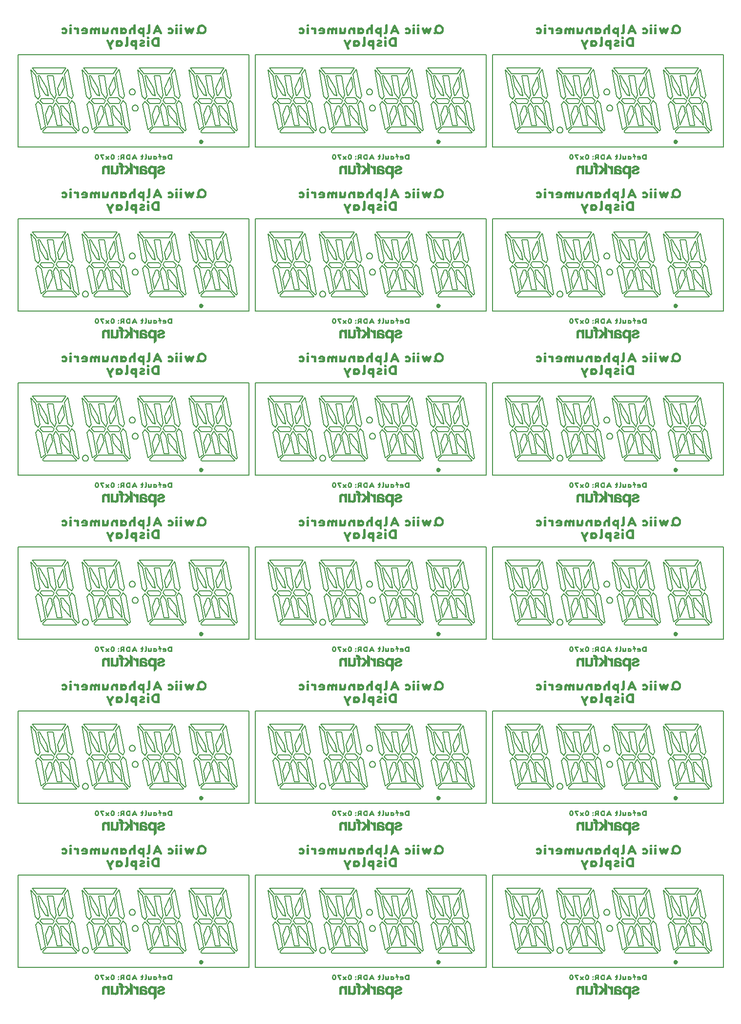
<source format=gbo>
G04 EAGLE Gerber RS-274X export*
G75*
%MOMM*%
%FSLAX34Y34*%
%LPD*%
%INSilkscreen Bottom*%
%IPPOS*%
%AMOC8*
5,1,8,0,0,1.08239X$1,22.5*%
G01*
%ADD10C,0.150000*%
%ADD11C,0.508000*%
%ADD12C,0.152400*%

G36*
X1062268Y856800D02*
X1062268Y856800D01*
X1062351Y856803D01*
X1062355Y856806D01*
X1062359Y856806D01*
X1062488Y856873D01*
X1062988Y857273D01*
X1062999Y857288D01*
X1063019Y857301D01*
X1063504Y857786D01*
X1064488Y858573D01*
X1064499Y858588D01*
X1064519Y858601D01*
X1065404Y859486D01*
X1065888Y859873D01*
X1065899Y859888D01*
X1065919Y859901D01*
X1066419Y860401D01*
X1066459Y860466D01*
X1066503Y860528D01*
X1066505Y860540D01*
X1066510Y860548D01*
X1066514Y860585D01*
X1066530Y860670D01*
X1066530Y879070D01*
X1066527Y879083D01*
X1066529Y879097D01*
X1066508Y879167D01*
X1066491Y879239D01*
X1066482Y879249D01*
X1066478Y879262D01*
X1066427Y879316D01*
X1066381Y879372D01*
X1066368Y879378D01*
X1066359Y879388D01*
X1066225Y879443D01*
X1065733Y879541D01*
X1065342Y879639D01*
X1065334Y879639D01*
X1065325Y879643D01*
X1064825Y879743D01*
X1064793Y879742D01*
X1064750Y879750D01*
X1064388Y879750D01*
X1063433Y879941D01*
X1063042Y880039D01*
X1063034Y880039D01*
X1063025Y880043D01*
X1062525Y880143D01*
X1062523Y880143D01*
X1062522Y880143D01*
X1062438Y880140D01*
X1062351Y880137D01*
X1062350Y880137D01*
X1062349Y880137D01*
X1062275Y880096D01*
X1062199Y880055D01*
X1062198Y880054D01*
X1062197Y880054D01*
X1062149Y879985D01*
X1062098Y879914D01*
X1062098Y879913D01*
X1062097Y879912D01*
X1062070Y879770D01*
X1062070Y879054D01*
X1061947Y879208D01*
X1061924Y879225D01*
X1061846Y879296D01*
X1060846Y879896D01*
X1060833Y879900D01*
X1060820Y879910D01*
X1060220Y880210D01*
X1060182Y880219D01*
X1060113Y880245D01*
X1058313Y880545D01*
X1058274Y880543D01*
X1058203Y880547D01*
X1056603Y880347D01*
X1056569Y880335D01*
X1056514Y880325D01*
X1055214Y879825D01*
X1055187Y879807D01*
X1055146Y879791D01*
X1054046Y879091D01*
X1054022Y879067D01*
X1053981Y879039D01*
X1053081Y878139D01*
X1053061Y878107D01*
X1053022Y878062D01*
X1052322Y876862D01*
X1052314Y876836D01*
X1052295Y876807D01*
X1051795Y875507D01*
X1051792Y875481D01*
X1051778Y875450D01*
X1051478Y874050D01*
X1051479Y874017D01*
X1051470Y873970D01*
X1051470Y872570D01*
X1051473Y872558D01*
X1051471Y872543D01*
X1051571Y871143D01*
X1051574Y871131D01*
X1051574Y871116D01*
X1051774Y869716D01*
X1051787Y869681D01*
X1051799Y869624D01*
X1052299Y868424D01*
X1052315Y868401D01*
X1052329Y868366D01*
X1053029Y867266D01*
X1053053Y867242D01*
X1053081Y867201D01*
X1053981Y866301D01*
X1054005Y866286D01*
X1054032Y866259D01*
X1055032Y865559D01*
X1055066Y865545D01*
X1055114Y865515D01*
X1056414Y865015D01*
X1056452Y865010D01*
X1056525Y864991D01*
X1058025Y864891D01*
X1058036Y864892D01*
X1058050Y864890D01*
X1058650Y864890D01*
X1058676Y864896D01*
X1058713Y864895D01*
X1059313Y864995D01*
X1059336Y865005D01*
X1059370Y865009D01*
X1060570Y865409D01*
X1060599Y865427D01*
X1060646Y865444D01*
X1061146Y865744D01*
X1061162Y865760D01*
X1061188Y865773D01*
X1061688Y866173D01*
X1061699Y866188D01*
X1061719Y866201D01*
X1061870Y866352D01*
X1061870Y857170D01*
X1061871Y857166D01*
X1061870Y857161D01*
X1061890Y857081D01*
X1061909Y857001D01*
X1061912Y856998D01*
X1061913Y856993D01*
X1061967Y856931D01*
X1062019Y856868D01*
X1062024Y856866D01*
X1062027Y856862D01*
X1062103Y856830D01*
X1062178Y856797D01*
X1062182Y856797D01*
X1062186Y856795D01*
X1062268Y856800D01*
G37*
G36*
X1062268Y572320D02*
X1062268Y572320D01*
X1062351Y572323D01*
X1062355Y572326D01*
X1062359Y572326D01*
X1062488Y572393D01*
X1062988Y572793D01*
X1062999Y572808D01*
X1063019Y572821D01*
X1063504Y573306D01*
X1064488Y574093D01*
X1064499Y574108D01*
X1064519Y574121D01*
X1065404Y575006D01*
X1065888Y575393D01*
X1065899Y575408D01*
X1065919Y575421D01*
X1066419Y575921D01*
X1066459Y575986D01*
X1066503Y576048D01*
X1066505Y576060D01*
X1066510Y576068D01*
X1066514Y576105D01*
X1066530Y576190D01*
X1066530Y594590D01*
X1066527Y594603D01*
X1066529Y594617D01*
X1066508Y594687D01*
X1066491Y594759D01*
X1066482Y594769D01*
X1066478Y594782D01*
X1066427Y594836D01*
X1066381Y594892D01*
X1066368Y594898D01*
X1066359Y594908D01*
X1066225Y594963D01*
X1065733Y595061D01*
X1065342Y595159D01*
X1065334Y595159D01*
X1065325Y595163D01*
X1064825Y595263D01*
X1064793Y595262D01*
X1064750Y595270D01*
X1064388Y595270D01*
X1063433Y595461D01*
X1063042Y595559D01*
X1063034Y595559D01*
X1063025Y595563D01*
X1062525Y595663D01*
X1062523Y595663D01*
X1062522Y595663D01*
X1062438Y595660D01*
X1062351Y595657D01*
X1062350Y595657D01*
X1062349Y595657D01*
X1062275Y595616D01*
X1062199Y595575D01*
X1062198Y595574D01*
X1062197Y595574D01*
X1062149Y595505D01*
X1062098Y595434D01*
X1062098Y595433D01*
X1062097Y595432D01*
X1062070Y595290D01*
X1062070Y594574D01*
X1061947Y594728D01*
X1061924Y594745D01*
X1061846Y594816D01*
X1060846Y595416D01*
X1060833Y595420D01*
X1060820Y595430D01*
X1060220Y595730D01*
X1060182Y595739D01*
X1060113Y595765D01*
X1058313Y596065D01*
X1058274Y596063D01*
X1058203Y596067D01*
X1056603Y595867D01*
X1056569Y595855D01*
X1056514Y595845D01*
X1055214Y595345D01*
X1055187Y595327D01*
X1055146Y595311D01*
X1054046Y594611D01*
X1054022Y594587D01*
X1053981Y594559D01*
X1053081Y593659D01*
X1053061Y593627D01*
X1053022Y593582D01*
X1052322Y592382D01*
X1052314Y592356D01*
X1052295Y592327D01*
X1051795Y591027D01*
X1051792Y591001D01*
X1051778Y590970D01*
X1051478Y589570D01*
X1051479Y589537D01*
X1051470Y589490D01*
X1051470Y588090D01*
X1051473Y588078D01*
X1051471Y588063D01*
X1051571Y586663D01*
X1051574Y586651D01*
X1051574Y586636D01*
X1051774Y585236D01*
X1051787Y585201D01*
X1051799Y585144D01*
X1052299Y583944D01*
X1052315Y583921D01*
X1052329Y583886D01*
X1053029Y582786D01*
X1053053Y582762D01*
X1053081Y582721D01*
X1053981Y581821D01*
X1054005Y581806D01*
X1054032Y581779D01*
X1055032Y581079D01*
X1055066Y581065D01*
X1055114Y581035D01*
X1056414Y580535D01*
X1056452Y580530D01*
X1056525Y580511D01*
X1058025Y580411D01*
X1058036Y580412D01*
X1058050Y580410D01*
X1058650Y580410D01*
X1058676Y580416D01*
X1058713Y580415D01*
X1059313Y580515D01*
X1059336Y580525D01*
X1059370Y580529D01*
X1060570Y580929D01*
X1060599Y580947D01*
X1060646Y580964D01*
X1061146Y581264D01*
X1061162Y581280D01*
X1061188Y581293D01*
X1061688Y581693D01*
X1061699Y581708D01*
X1061719Y581721D01*
X1061870Y581872D01*
X1061870Y572690D01*
X1061871Y572686D01*
X1061870Y572681D01*
X1061890Y572601D01*
X1061909Y572521D01*
X1061912Y572518D01*
X1061913Y572513D01*
X1061967Y572451D01*
X1062019Y572388D01*
X1062024Y572386D01*
X1062027Y572382D01*
X1062103Y572350D01*
X1062178Y572317D01*
X1062182Y572317D01*
X1062186Y572315D01*
X1062268Y572320D01*
G37*
G36*
X239308Y572320D02*
X239308Y572320D01*
X239391Y572323D01*
X239395Y572326D01*
X239399Y572326D01*
X239528Y572393D01*
X240028Y572793D01*
X240039Y572808D01*
X240059Y572821D01*
X240544Y573306D01*
X241528Y574093D01*
X241539Y574108D01*
X241559Y574121D01*
X242444Y575006D01*
X242928Y575393D01*
X242939Y575408D01*
X242959Y575421D01*
X243459Y575921D01*
X243499Y575986D01*
X243543Y576048D01*
X243545Y576060D01*
X243550Y576068D01*
X243554Y576105D01*
X243570Y576190D01*
X243570Y594590D01*
X243567Y594603D01*
X243569Y594617D01*
X243548Y594687D01*
X243531Y594759D01*
X243522Y594769D01*
X243518Y594782D01*
X243467Y594836D01*
X243421Y594892D01*
X243408Y594898D01*
X243399Y594908D01*
X243265Y594963D01*
X242773Y595061D01*
X242382Y595159D01*
X242374Y595159D01*
X242365Y595163D01*
X241865Y595263D01*
X241833Y595262D01*
X241790Y595270D01*
X241428Y595270D01*
X240473Y595461D01*
X240082Y595559D01*
X240074Y595559D01*
X240065Y595563D01*
X239565Y595663D01*
X239563Y595663D01*
X239562Y595663D01*
X239478Y595660D01*
X239391Y595657D01*
X239390Y595657D01*
X239389Y595657D01*
X239315Y595616D01*
X239239Y595575D01*
X239238Y595574D01*
X239237Y595574D01*
X239189Y595505D01*
X239138Y595434D01*
X239138Y595433D01*
X239137Y595432D01*
X239110Y595290D01*
X239110Y594574D01*
X238987Y594728D01*
X238964Y594745D01*
X238886Y594816D01*
X237886Y595416D01*
X237873Y595420D01*
X237860Y595430D01*
X237260Y595730D01*
X237222Y595739D01*
X237153Y595765D01*
X235353Y596065D01*
X235314Y596063D01*
X235243Y596067D01*
X233643Y595867D01*
X233609Y595855D01*
X233554Y595845D01*
X232254Y595345D01*
X232227Y595327D01*
X232186Y595311D01*
X231086Y594611D01*
X231062Y594587D01*
X231021Y594559D01*
X230121Y593659D01*
X230101Y593627D01*
X230062Y593582D01*
X229362Y592382D01*
X229354Y592356D01*
X229335Y592327D01*
X228835Y591027D01*
X228832Y591001D01*
X228818Y590970D01*
X228518Y589570D01*
X228519Y589537D01*
X228510Y589490D01*
X228510Y588090D01*
X228513Y588078D01*
X228511Y588063D01*
X228611Y586663D01*
X228614Y586651D01*
X228614Y586636D01*
X228814Y585236D01*
X228827Y585201D01*
X228839Y585144D01*
X229339Y583944D01*
X229355Y583921D01*
X229369Y583886D01*
X230069Y582786D01*
X230093Y582762D01*
X230121Y582721D01*
X231021Y581821D01*
X231045Y581806D01*
X231072Y581779D01*
X232072Y581079D01*
X232106Y581065D01*
X232154Y581035D01*
X233454Y580535D01*
X233492Y580530D01*
X233565Y580511D01*
X235065Y580411D01*
X235076Y580412D01*
X235090Y580410D01*
X235690Y580410D01*
X235716Y580416D01*
X235753Y580415D01*
X236353Y580515D01*
X236376Y580525D01*
X236410Y580529D01*
X237610Y580929D01*
X237639Y580947D01*
X237686Y580964D01*
X238186Y581264D01*
X238202Y581280D01*
X238228Y581293D01*
X238728Y581693D01*
X238739Y581708D01*
X238759Y581721D01*
X238910Y581872D01*
X238910Y572690D01*
X238911Y572686D01*
X238910Y572681D01*
X238930Y572601D01*
X238949Y572521D01*
X238952Y572518D01*
X238953Y572513D01*
X239007Y572451D01*
X239059Y572388D01*
X239064Y572386D01*
X239067Y572382D01*
X239143Y572350D01*
X239218Y572317D01*
X239222Y572317D01*
X239226Y572315D01*
X239308Y572320D01*
G37*
G36*
X650788Y1425760D02*
X650788Y1425760D01*
X650871Y1425763D01*
X650875Y1425766D01*
X650879Y1425766D01*
X651008Y1425833D01*
X651508Y1426233D01*
X651519Y1426248D01*
X651539Y1426261D01*
X652024Y1426746D01*
X653008Y1427533D01*
X653019Y1427548D01*
X653039Y1427561D01*
X653924Y1428446D01*
X654408Y1428833D01*
X654419Y1428848D01*
X654439Y1428861D01*
X654939Y1429361D01*
X654979Y1429426D01*
X655023Y1429488D01*
X655025Y1429500D01*
X655030Y1429508D01*
X655034Y1429545D01*
X655050Y1429630D01*
X655050Y1448030D01*
X655047Y1448043D01*
X655049Y1448057D01*
X655028Y1448127D01*
X655011Y1448199D01*
X655002Y1448209D01*
X654998Y1448222D01*
X654947Y1448276D01*
X654901Y1448332D01*
X654888Y1448338D01*
X654879Y1448348D01*
X654745Y1448403D01*
X654253Y1448501D01*
X653862Y1448599D01*
X653854Y1448599D01*
X653845Y1448603D01*
X653345Y1448703D01*
X653313Y1448702D01*
X653270Y1448710D01*
X652908Y1448710D01*
X651953Y1448901D01*
X651562Y1448999D01*
X651554Y1448999D01*
X651545Y1449003D01*
X651045Y1449103D01*
X651043Y1449103D01*
X651042Y1449103D01*
X650958Y1449100D01*
X650871Y1449097D01*
X650870Y1449097D01*
X650869Y1449097D01*
X650795Y1449056D01*
X650719Y1449015D01*
X650718Y1449014D01*
X650717Y1449014D01*
X650669Y1448945D01*
X650618Y1448874D01*
X650618Y1448873D01*
X650617Y1448872D01*
X650590Y1448730D01*
X650590Y1448014D01*
X650467Y1448168D01*
X650444Y1448185D01*
X650366Y1448256D01*
X649366Y1448856D01*
X649353Y1448860D01*
X649340Y1448870D01*
X648740Y1449170D01*
X648702Y1449179D01*
X648633Y1449205D01*
X646833Y1449505D01*
X646794Y1449503D01*
X646723Y1449507D01*
X645123Y1449307D01*
X645089Y1449295D01*
X645034Y1449285D01*
X643734Y1448785D01*
X643707Y1448767D01*
X643666Y1448751D01*
X642566Y1448051D01*
X642542Y1448027D01*
X642501Y1447999D01*
X641601Y1447099D01*
X641581Y1447067D01*
X641542Y1447022D01*
X640842Y1445822D01*
X640834Y1445796D01*
X640815Y1445767D01*
X640315Y1444467D01*
X640312Y1444441D01*
X640298Y1444410D01*
X639998Y1443010D01*
X639999Y1442977D01*
X639990Y1442930D01*
X639990Y1441530D01*
X639993Y1441518D01*
X639991Y1441503D01*
X640091Y1440103D01*
X640094Y1440091D01*
X640094Y1440076D01*
X640294Y1438676D01*
X640307Y1438641D01*
X640319Y1438584D01*
X640819Y1437384D01*
X640835Y1437361D01*
X640849Y1437326D01*
X641549Y1436226D01*
X641573Y1436202D01*
X641601Y1436161D01*
X642501Y1435261D01*
X642525Y1435246D01*
X642552Y1435219D01*
X643552Y1434519D01*
X643586Y1434505D01*
X643634Y1434475D01*
X644934Y1433975D01*
X644972Y1433970D01*
X645045Y1433951D01*
X646545Y1433851D01*
X646556Y1433852D01*
X646570Y1433850D01*
X647170Y1433850D01*
X647196Y1433856D01*
X647233Y1433855D01*
X647833Y1433955D01*
X647856Y1433965D01*
X647890Y1433969D01*
X649090Y1434369D01*
X649119Y1434387D01*
X649166Y1434404D01*
X649666Y1434704D01*
X649682Y1434720D01*
X649708Y1434733D01*
X650208Y1435133D01*
X650219Y1435148D01*
X650239Y1435161D01*
X650390Y1435312D01*
X650390Y1426130D01*
X650391Y1426126D01*
X650390Y1426121D01*
X650410Y1426041D01*
X650429Y1425961D01*
X650432Y1425958D01*
X650433Y1425953D01*
X650487Y1425891D01*
X650539Y1425828D01*
X650544Y1425826D01*
X650547Y1425822D01*
X650623Y1425790D01*
X650698Y1425757D01*
X650702Y1425757D01*
X650706Y1425755D01*
X650788Y1425760D01*
G37*
G36*
X239308Y1425760D02*
X239308Y1425760D01*
X239391Y1425763D01*
X239395Y1425766D01*
X239399Y1425766D01*
X239528Y1425833D01*
X240028Y1426233D01*
X240039Y1426248D01*
X240059Y1426261D01*
X240544Y1426746D01*
X241528Y1427533D01*
X241539Y1427548D01*
X241559Y1427561D01*
X242444Y1428446D01*
X242928Y1428833D01*
X242939Y1428848D01*
X242959Y1428861D01*
X243459Y1429361D01*
X243499Y1429426D01*
X243543Y1429488D01*
X243545Y1429500D01*
X243550Y1429508D01*
X243554Y1429545D01*
X243570Y1429630D01*
X243570Y1448030D01*
X243567Y1448043D01*
X243569Y1448057D01*
X243548Y1448127D01*
X243531Y1448199D01*
X243522Y1448209D01*
X243518Y1448222D01*
X243467Y1448276D01*
X243421Y1448332D01*
X243408Y1448338D01*
X243399Y1448348D01*
X243265Y1448403D01*
X242773Y1448501D01*
X242382Y1448599D01*
X242374Y1448599D01*
X242365Y1448603D01*
X241865Y1448703D01*
X241833Y1448702D01*
X241790Y1448710D01*
X241428Y1448710D01*
X240473Y1448901D01*
X240082Y1448999D01*
X240074Y1448999D01*
X240065Y1449003D01*
X239565Y1449103D01*
X239563Y1449103D01*
X239562Y1449103D01*
X239478Y1449100D01*
X239391Y1449097D01*
X239390Y1449097D01*
X239389Y1449097D01*
X239315Y1449056D01*
X239239Y1449015D01*
X239238Y1449014D01*
X239237Y1449014D01*
X239189Y1448945D01*
X239138Y1448874D01*
X239138Y1448873D01*
X239137Y1448872D01*
X239110Y1448730D01*
X239110Y1448014D01*
X238987Y1448168D01*
X238964Y1448185D01*
X238886Y1448256D01*
X237886Y1448856D01*
X237873Y1448860D01*
X237860Y1448870D01*
X237260Y1449170D01*
X237222Y1449179D01*
X237153Y1449205D01*
X235353Y1449505D01*
X235314Y1449503D01*
X235243Y1449507D01*
X233643Y1449307D01*
X233609Y1449295D01*
X233554Y1449285D01*
X232254Y1448785D01*
X232227Y1448767D01*
X232186Y1448751D01*
X231086Y1448051D01*
X231062Y1448027D01*
X231021Y1447999D01*
X230121Y1447099D01*
X230101Y1447067D01*
X230062Y1447022D01*
X229362Y1445822D01*
X229354Y1445796D01*
X229335Y1445767D01*
X228835Y1444467D01*
X228832Y1444441D01*
X228818Y1444410D01*
X228518Y1443010D01*
X228519Y1442977D01*
X228510Y1442930D01*
X228510Y1441530D01*
X228513Y1441518D01*
X228511Y1441503D01*
X228611Y1440103D01*
X228614Y1440091D01*
X228614Y1440076D01*
X228814Y1438676D01*
X228827Y1438641D01*
X228839Y1438584D01*
X229339Y1437384D01*
X229355Y1437361D01*
X229369Y1437326D01*
X230069Y1436226D01*
X230093Y1436202D01*
X230121Y1436161D01*
X231021Y1435261D01*
X231045Y1435246D01*
X231072Y1435219D01*
X232072Y1434519D01*
X232106Y1434505D01*
X232154Y1434475D01*
X233454Y1433975D01*
X233492Y1433970D01*
X233565Y1433951D01*
X235065Y1433851D01*
X235076Y1433852D01*
X235090Y1433850D01*
X235690Y1433850D01*
X235716Y1433856D01*
X235753Y1433855D01*
X236353Y1433955D01*
X236376Y1433965D01*
X236410Y1433969D01*
X237610Y1434369D01*
X237639Y1434387D01*
X237686Y1434404D01*
X238186Y1434704D01*
X238202Y1434720D01*
X238228Y1434733D01*
X238728Y1435133D01*
X238739Y1435148D01*
X238759Y1435161D01*
X238910Y1435312D01*
X238910Y1426130D01*
X238911Y1426126D01*
X238910Y1426121D01*
X238930Y1426041D01*
X238949Y1425961D01*
X238952Y1425958D01*
X238953Y1425953D01*
X239007Y1425891D01*
X239059Y1425828D01*
X239064Y1425826D01*
X239067Y1425822D01*
X239143Y1425790D01*
X239218Y1425757D01*
X239222Y1425757D01*
X239226Y1425755D01*
X239308Y1425760D01*
G37*
G36*
X239308Y287840D02*
X239308Y287840D01*
X239391Y287843D01*
X239395Y287846D01*
X239399Y287846D01*
X239528Y287913D01*
X240028Y288313D01*
X240039Y288328D01*
X240059Y288341D01*
X240544Y288826D01*
X241528Y289613D01*
X241539Y289628D01*
X241559Y289641D01*
X242444Y290526D01*
X242928Y290913D01*
X242939Y290928D01*
X242959Y290941D01*
X243459Y291441D01*
X243499Y291506D01*
X243543Y291568D01*
X243545Y291580D01*
X243550Y291588D01*
X243554Y291625D01*
X243570Y291710D01*
X243570Y310110D01*
X243567Y310123D01*
X243569Y310137D01*
X243548Y310207D01*
X243531Y310279D01*
X243522Y310289D01*
X243518Y310302D01*
X243467Y310356D01*
X243421Y310412D01*
X243408Y310418D01*
X243399Y310428D01*
X243265Y310483D01*
X242773Y310581D01*
X242382Y310679D01*
X242374Y310679D01*
X242365Y310683D01*
X241865Y310783D01*
X241833Y310782D01*
X241790Y310790D01*
X241428Y310790D01*
X240473Y310981D01*
X240082Y311079D01*
X240074Y311079D01*
X240065Y311083D01*
X239565Y311183D01*
X239563Y311183D01*
X239562Y311183D01*
X239478Y311180D01*
X239391Y311177D01*
X239390Y311177D01*
X239389Y311177D01*
X239315Y311136D01*
X239239Y311095D01*
X239238Y311094D01*
X239237Y311094D01*
X239189Y311025D01*
X239138Y310954D01*
X239138Y310953D01*
X239137Y310952D01*
X239110Y310810D01*
X239110Y310094D01*
X238987Y310248D01*
X238964Y310265D01*
X238886Y310336D01*
X237886Y310936D01*
X237873Y310940D01*
X237860Y310950D01*
X237260Y311250D01*
X237222Y311259D01*
X237153Y311285D01*
X235353Y311585D01*
X235314Y311583D01*
X235243Y311587D01*
X233643Y311387D01*
X233609Y311375D01*
X233554Y311365D01*
X232254Y310865D01*
X232227Y310847D01*
X232186Y310831D01*
X231086Y310131D01*
X231062Y310107D01*
X231021Y310079D01*
X230121Y309179D01*
X230101Y309147D01*
X230062Y309102D01*
X229362Y307902D01*
X229354Y307876D01*
X229335Y307847D01*
X228835Y306547D01*
X228832Y306521D01*
X228818Y306490D01*
X228518Y305090D01*
X228519Y305057D01*
X228510Y305010D01*
X228510Y303610D01*
X228513Y303598D01*
X228511Y303583D01*
X228611Y302183D01*
X228614Y302171D01*
X228614Y302156D01*
X228814Y300756D01*
X228827Y300721D01*
X228839Y300664D01*
X229339Y299464D01*
X229355Y299441D01*
X229369Y299406D01*
X230069Y298306D01*
X230093Y298282D01*
X230121Y298241D01*
X231021Y297341D01*
X231045Y297326D01*
X231072Y297299D01*
X232072Y296599D01*
X232106Y296585D01*
X232154Y296555D01*
X233454Y296055D01*
X233492Y296050D01*
X233565Y296031D01*
X235065Y295931D01*
X235076Y295932D01*
X235090Y295930D01*
X235690Y295930D01*
X235716Y295936D01*
X235753Y295935D01*
X236353Y296035D01*
X236376Y296045D01*
X236410Y296049D01*
X237610Y296449D01*
X237639Y296467D01*
X237686Y296484D01*
X238186Y296784D01*
X238202Y296800D01*
X238228Y296813D01*
X238728Y297213D01*
X238739Y297228D01*
X238759Y297241D01*
X238910Y297392D01*
X238910Y288210D01*
X238911Y288206D01*
X238910Y288201D01*
X238930Y288121D01*
X238949Y288041D01*
X238952Y288038D01*
X238953Y288033D01*
X239007Y287971D01*
X239059Y287908D01*
X239064Y287906D01*
X239067Y287902D01*
X239143Y287870D01*
X239218Y287837D01*
X239222Y287837D01*
X239226Y287835D01*
X239308Y287840D01*
G37*
G36*
X650788Y287840D02*
X650788Y287840D01*
X650871Y287843D01*
X650875Y287846D01*
X650879Y287846D01*
X651008Y287913D01*
X651508Y288313D01*
X651519Y288328D01*
X651539Y288341D01*
X652024Y288826D01*
X653008Y289613D01*
X653019Y289628D01*
X653039Y289641D01*
X653924Y290526D01*
X654408Y290913D01*
X654419Y290928D01*
X654439Y290941D01*
X654939Y291441D01*
X654979Y291506D01*
X655023Y291568D01*
X655025Y291580D01*
X655030Y291588D01*
X655034Y291625D01*
X655050Y291710D01*
X655050Y310110D01*
X655047Y310123D01*
X655049Y310137D01*
X655028Y310207D01*
X655011Y310279D01*
X655002Y310289D01*
X654998Y310302D01*
X654947Y310356D01*
X654901Y310412D01*
X654888Y310418D01*
X654879Y310428D01*
X654745Y310483D01*
X654253Y310581D01*
X653862Y310679D01*
X653854Y310679D01*
X653845Y310683D01*
X653345Y310783D01*
X653313Y310782D01*
X653270Y310790D01*
X652908Y310790D01*
X651953Y310981D01*
X651562Y311079D01*
X651554Y311079D01*
X651545Y311083D01*
X651045Y311183D01*
X651043Y311183D01*
X651042Y311183D01*
X650958Y311180D01*
X650871Y311177D01*
X650870Y311177D01*
X650869Y311177D01*
X650795Y311136D01*
X650719Y311095D01*
X650718Y311094D01*
X650717Y311094D01*
X650669Y311025D01*
X650618Y310954D01*
X650618Y310953D01*
X650617Y310952D01*
X650590Y310810D01*
X650590Y310094D01*
X650467Y310248D01*
X650444Y310265D01*
X650366Y310336D01*
X649366Y310936D01*
X649353Y310940D01*
X649340Y310950D01*
X648740Y311250D01*
X648702Y311259D01*
X648633Y311285D01*
X646833Y311585D01*
X646794Y311583D01*
X646723Y311587D01*
X645123Y311387D01*
X645089Y311375D01*
X645034Y311365D01*
X643734Y310865D01*
X643707Y310847D01*
X643666Y310831D01*
X642566Y310131D01*
X642542Y310107D01*
X642501Y310079D01*
X641601Y309179D01*
X641581Y309147D01*
X641542Y309102D01*
X640842Y307902D01*
X640834Y307876D01*
X640815Y307847D01*
X640315Y306547D01*
X640312Y306521D01*
X640298Y306490D01*
X639998Y305090D01*
X639999Y305057D01*
X639990Y305010D01*
X639990Y303610D01*
X639993Y303598D01*
X639991Y303583D01*
X640091Y302183D01*
X640094Y302171D01*
X640094Y302156D01*
X640294Y300756D01*
X640307Y300721D01*
X640319Y300664D01*
X640819Y299464D01*
X640835Y299441D01*
X640849Y299406D01*
X641549Y298306D01*
X641573Y298282D01*
X641601Y298241D01*
X642501Y297341D01*
X642525Y297326D01*
X642552Y297299D01*
X643552Y296599D01*
X643586Y296585D01*
X643634Y296555D01*
X644934Y296055D01*
X644972Y296050D01*
X645045Y296031D01*
X646545Y295931D01*
X646556Y295932D01*
X646570Y295930D01*
X647170Y295930D01*
X647196Y295936D01*
X647233Y295935D01*
X647833Y296035D01*
X647856Y296045D01*
X647890Y296049D01*
X649090Y296449D01*
X649119Y296467D01*
X649166Y296484D01*
X649666Y296784D01*
X649682Y296800D01*
X649708Y296813D01*
X650208Y297213D01*
X650219Y297228D01*
X650239Y297241D01*
X650390Y297392D01*
X650390Y288210D01*
X650391Y288206D01*
X650390Y288201D01*
X650410Y288121D01*
X650429Y288041D01*
X650432Y288038D01*
X650433Y288033D01*
X650487Y287971D01*
X650539Y287908D01*
X650544Y287906D01*
X650547Y287902D01*
X650623Y287870D01*
X650698Y287837D01*
X650702Y287837D01*
X650706Y287835D01*
X650788Y287840D01*
G37*
G36*
X1062268Y287840D02*
X1062268Y287840D01*
X1062351Y287843D01*
X1062355Y287846D01*
X1062359Y287846D01*
X1062488Y287913D01*
X1062988Y288313D01*
X1062999Y288328D01*
X1063019Y288341D01*
X1063504Y288826D01*
X1064488Y289613D01*
X1064499Y289628D01*
X1064519Y289641D01*
X1065404Y290526D01*
X1065888Y290913D01*
X1065899Y290928D01*
X1065919Y290941D01*
X1066419Y291441D01*
X1066459Y291506D01*
X1066503Y291568D01*
X1066505Y291580D01*
X1066510Y291588D01*
X1066514Y291625D01*
X1066530Y291710D01*
X1066530Y310110D01*
X1066527Y310123D01*
X1066529Y310137D01*
X1066508Y310207D01*
X1066491Y310279D01*
X1066482Y310289D01*
X1066478Y310302D01*
X1066427Y310356D01*
X1066381Y310412D01*
X1066368Y310418D01*
X1066359Y310428D01*
X1066225Y310483D01*
X1065733Y310581D01*
X1065342Y310679D01*
X1065334Y310679D01*
X1065325Y310683D01*
X1064825Y310783D01*
X1064793Y310782D01*
X1064750Y310790D01*
X1064388Y310790D01*
X1063433Y310981D01*
X1063042Y311079D01*
X1063034Y311079D01*
X1063025Y311083D01*
X1062525Y311183D01*
X1062523Y311183D01*
X1062522Y311183D01*
X1062438Y311180D01*
X1062351Y311177D01*
X1062350Y311177D01*
X1062349Y311177D01*
X1062275Y311136D01*
X1062199Y311095D01*
X1062198Y311094D01*
X1062197Y311094D01*
X1062149Y311025D01*
X1062098Y310954D01*
X1062098Y310953D01*
X1062097Y310952D01*
X1062070Y310810D01*
X1062070Y310094D01*
X1061947Y310248D01*
X1061924Y310265D01*
X1061846Y310336D01*
X1060846Y310936D01*
X1060833Y310940D01*
X1060820Y310950D01*
X1060220Y311250D01*
X1060182Y311259D01*
X1060113Y311285D01*
X1058313Y311585D01*
X1058274Y311583D01*
X1058203Y311587D01*
X1056603Y311387D01*
X1056569Y311375D01*
X1056514Y311365D01*
X1055214Y310865D01*
X1055187Y310847D01*
X1055146Y310831D01*
X1054046Y310131D01*
X1054022Y310107D01*
X1053981Y310079D01*
X1053081Y309179D01*
X1053061Y309147D01*
X1053022Y309102D01*
X1052322Y307902D01*
X1052314Y307876D01*
X1052295Y307847D01*
X1051795Y306547D01*
X1051792Y306521D01*
X1051778Y306490D01*
X1051478Y305090D01*
X1051479Y305057D01*
X1051470Y305010D01*
X1051470Y303610D01*
X1051473Y303598D01*
X1051471Y303583D01*
X1051571Y302183D01*
X1051574Y302171D01*
X1051574Y302156D01*
X1051774Y300756D01*
X1051787Y300721D01*
X1051799Y300664D01*
X1052299Y299464D01*
X1052315Y299441D01*
X1052329Y299406D01*
X1053029Y298306D01*
X1053053Y298282D01*
X1053081Y298241D01*
X1053981Y297341D01*
X1054005Y297326D01*
X1054032Y297299D01*
X1055032Y296599D01*
X1055066Y296585D01*
X1055114Y296555D01*
X1056414Y296055D01*
X1056452Y296050D01*
X1056525Y296031D01*
X1058025Y295931D01*
X1058036Y295932D01*
X1058050Y295930D01*
X1058650Y295930D01*
X1058676Y295936D01*
X1058713Y295935D01*
X1059313Y296035D01*
X1059336Y296045D01*
X1059370Y296049D01*
X1060570Y296449D01*
X1060599Y296467D01*
X1060646Y296484D01*
X1061146Y296784D01*
X1061162Y296800D01*
X1061188Y296813D01*
X1061688Y297213D01*
X1061699Y297228D01*
X1061719Y297241D01*
X1061870Y297392D01*
X1061870Y288210D01*
X1061871Y288206D01*
X1061870Y288201D01*
X1061890Y288121D01*
X1061909Y288041D01*
X1061912Y288038D01*
X1061913Y288033D01*
X1061967Y287971D01*
X1062019Y287908D01*
X1062024Y287906D01*
X1062027Y287902D01*
X1062103Y287870D01*
X1062178Y287837D01*
X1062182Y287837D01*
X1062186Y287835D01*
X1062268Y287840D01*
G37*
G36*
X650788Y856800D02*
X650788Y856800D01*
X650871Y856803D01*
X650875Y856806D01*
X650879Y856806D01*
X651008Y856873D01*
X651508Y857273D01*
X651519Y857288D01*
X651539Y857301D01*
X652024Y857786D01*
X653008Y858573D01*
X653019Y858588D01*
X653039Y858601D01*
X653924Y859486D01*
X654408Y859873D01*
X654419Y859888D01*
X654439Y859901D01*
X654939Y860401D01*
X654979Y860466D01*
X655023Y860528D01*
X655025Y860540D01*
X655030Y860548D01*
X655034Y860585D01*
X655050Y860670D01*
X655050Y879070D01*
X655047Y879083D01*
X655049Y879097D01*
X655028Y879167D01*
X655011Y879239D01*
X655002Y879249D01*
X654998Y879262D01*
X654947Y879316D01*
X654901Y879372D01*
X654888Y879378D01*
X654879Y879388D01*
X654745Y879443D01*
X654253Y879541D01*
X653862Y879639D01*
X653854Y879639D01*
X653845Y879643D01*
X653345Y879743D01*
X653313Y879742D01*
X653270Y879750D01*
X652908Y879750D01*
X651953Y879941D01*
X651562Y880039D01*
X651554Y880039D01*
X651545Y880043D01*
X651045Y880143D01*
X651043Y880143D01*
X651042Y880143D01*
X650958Y880140D01*
X650871Y880137D01*
X650870Y880137D01*
X650869Y880137D01*
X650795Y880096D01*
X650719Y880055D01*
X650718Y880054D01*
X650717Y880054D01*
X650669Y879985D01*
X650618Y879914D01*
X650618Y879913D01*
X650617Y879912D01*
X650590Y879770D01*
X650590Y879054D01*
X650467Y879208D01*
X650444Y879225D01*
X650366Y879296D01*
X649366Y879896D01*
X649353Y879900D01*
X649340Y879910D01*
X648740Y880210D01*
X648702Y880219D01*
X648633Y880245D01*
X646833Y880545D01*
X646794Y880543D01*
X646723Y880547D01*
X645123Y880347D01*
X645089Y880335D01*
X645034Y880325D01*
X643734Y879825D01*
X643707Y879807D01*
X643666Y879791D01*
X642566Y879091D01*
X642542Y879067D01*
X642501Y879039D01*
X641601Y878139D01*
X641581Y878107D01*
X641542Y878062D01*
X640842Y876862D01*
X640834Y876836D01*
X640815Y876807D01*
X640315Y875507D01*
X640312Y875481D01*
X640298Y875450D01*
X639998Y874050D01*
X639999Y874017D01*
X639990Y873970D01*
X639990Y872570D01*
X639993Y872558D01*
X639991Y872543D01*
X640091Y871143D01*
X640094Y871131D01*
X640094Y871116D01*
X640294Y869716D01*
X640307Y869681D01*
X640319Y869624D01*
X640819Y868424D01*
X640835Y868401D01*
X640849Y868366D01*
X641549Y867266D01*
X641573Y867242D01*
X641601Y867201D01*
X642501Y866301D01*
X642525Y866286D01*
X642552Y866259D01*
X643552Y865559D01*
X643586Y865545D01*
X643634Y865515D01*
X644934Y865015D01*
X644972Y865010D01*
X645045Y864991D01*
X646545Y864891D01*
X646556Y864892D01*
X646570Y864890D01*
X647170Y864890D01*
X647196Y864896D01*
X647233Y864895D01*
X647833Y864995D01*
X647856Y865005D01*
X647890Y865009D01*
X649090Y865409D01*
X649119Y865427D01*
X649166Y865444D01*
X649666Y865744D01*
X649682Y865760D01*
X649708Y865773D01*
X650208Y866173D01*
X650219Y866188D01*
X650239Y866201D01*
X650390Y866352D01*
X650390Y857170D01*
X650391Y857166D01*
X650390Y857161D01*
X650410Y857081D01*
X650429Y857001D01*
X650432Y856998D01*
X650433Y856993D01*
X650487Y856931D01*
X650539Y856868D01*
X650544Y856866D01*
X650547Y856862D01*
X650623Y856830D01*
X650698Y856797D01*
X650702Y856797D01*
X650706Y856795D01*
X650788Y856800D01*
G37*
G36*
X239308Y856800D02*
X239308Y856800D01*
X239391Y856803D01*
X239395Y856806D01*
X239399Y856806D01*
X239528Y856873D01*
X240028Y857273D01*
X240039Y857288D01*
X240059Y857301D01*
X240544Y857786D01*
X241528Y858573D01*
X241539Y858588D01*
X241559Y858601D01*
X242444Y859486D01*
X242928Y859873D01*
X242939Y859888D01*
X242959Y859901D01*
X243459Y860401D01*
X243499Y860466D01*
X243543Y860528D01*
X243545Y860540D01*
X243550Y860548D01*
X243554Y860585D01*
X243570Y860670D01*
X243570Y879070D01*
X243567Y879083D01*
X243569Y879097D01*
X243548Y879167D01*
X243531Y879239D01*
X243522Y879249D01*
X243518Y879262D01*
X243467Y879316D01*
X243421Y879372D01*
X243408Y879378D01*
X243399Y879388D01*
X243265Y879443D01*
X242773Y879541D01*
X242382Y879639D01*
X242374Y879639D01*
X242365Y879643D01*
X241865Y879743D01*
X241833Y879742D01*
X241790Y879750D01*
X241428Y879750D01*
X240473Y879941D01*
X240082Y880039D01*
X240074Y880039D01*
X240065Y880043D01*
X239565Y880143D01*
X239563Y880143D01*
X239562Y880143D01*
X239478Y880140D01*
X239391Y880137D01*
X239390Y880137D01*
X239389Y880137D01*
X239315Y880096D01*
X239239Y880055D01*
X239238Y880054D01*
X239237Y880054D01*
X239189Y879985D01*
X239138Y879914D01*
X239138Y879913D01*
X239137Y879912D01*
X239110Y879770D01*
X239110Y879054D01*
X238987Y879208D01*
X238964Y879225D01*
X238886Y879296D01*
X237886Y879896D01*
X237873Y879900D01*
X237860Y879910D01*
X237260Y880210D01*
X237222Y880219D01*
X237153Y880245D01*
X235353Y880545D01*
X235314Y880543D01*
X235243Y880547D01*
X233643Y880347D01*
X233609Y880335D01*
X233554Y880325D01*
X232254Y879825D01*
X232227Y879807D01*
X232186Y879791D01*
X231086Y879091D01*
X231062Y879067D01*
X231021Y879039D01*
X230121Y878139D01*
X230101Y878107D01*
X230062Y878062D01*
X229362Y876862D01*
X229354Y876836D01*
X229335Y876807D01*
X228835Y875507D01*
X228832Y875481D01*
X228818Y875450D01*
X228518Y874050D01*
X228519Y874017D01*
X228510Y873970D01*
X228510Y872570D01*
X228513Y872558D01*
X228511Y872543D01*
X228611Y871143D01*
X228614Y871131D01*
X228614Y871116D01*
X228814Y869716D01*
X228827Y869681D01*
X228839Y869624D01*
X229339Y868424D01*
X229355Y868401D01*
X229369Y868366D01*
X230069Y867266D01*
X230093Y867242D01*
X230121Y867201D01*
X231021Y866301D01*
X231045Y866286D01*
X231072Y866259D01*
X232072Y865559D01*
X232106Y865545D01*
X232154Y865515D01*
X233454Y865015D01*
X233492Y865010D01*
X233565Y864991D01*
X235065Y864891D01*
X235076Y864892D01*
X235090Y864890D01*
X235690Y864890D01*
X235716Y864896D01*
X235753Y864895D01*
X236353Y864995D01*
X236376Y865005D01*
X236410Y865009D01*
X237610Y865409D01*
X237639Y865427D01*
X237686Y865444D01*
X238186Y865744D01*
X238202Y865760D01*
X238228Y865773D01*
X238728Y866173D01*
X238739Y866188D01*
X238759Y866201D01*
X238910Y866352D01*
X238910Y857170D01*
X238911Y857166D01*
X238910Y857161D01*
X238930Y857081D01*
X238949Y857001D01*
X238952Y856998D01*
X238953Y856993D01*
X239007Y856931D01*
X239059Y856868D01*
X239064Y856866D01*
X239067Y856862D01*
X239143Y856830D01*
X239218Y856797D01*
X239222Y856797D01*
X239226Y856795D01*
X239308Y856800D01*
G37*
G36*
X650788Y1141280D02*
X650788Y1141280D01*
X650871Y1141283D01*
X650875Y1141286D01*
X650879Y1141286D01*
X651008Y1141353D01*
X651508Y1141753D01*
X651519Y1141768D01*
X651539Y1141781D01*
X652024Y1142266D01*
X653008Y1143053D01*
X653019Y1143068D01*
X653039Y1143081D01*
X653924Y1143966D01*
X654408Y1144353D01*
X654419Y1144368D01*
X654439Y1144381D01*
X654939Y1144881D01*
X654979Y1144946D01*
X655023Y1145008D01*
X655025Y1145020D01*
X655030Y1145028D01*
X655034Y1145065D01*
X655050Y1145150D01*
X655050Y1163550D01*
X655047Y1163563D01*
X655049Y1163577D01*
X655028Y1163647D01*
X655011Y1163719D01*
X655002Y1163729D01*
X654998Y1163742D01*
X654947Y1163796D01*
X654901Y1163852D01*
X654888Y1163858D01*
X654879Y1163868D01*
X654745Y1163923D01*
X654253Y1164021D01*
X653862Y1164119D01*
X653854Y1164119D01*
X653845Y1164123D01*
X653345Y1164223D01*
X653313Y1164222D01*
X653270Y1164230D01*
X652908Y1164230D01*
X651953Y1164421D01*
X651562Y1164519D01*
X651554Y1164519D01*
X651545Y1164523D01*
X651045Y1164623D01*
X651043Y1164623D01*
X651042Y1164623D01*
X650958Y1164620D01*
X650871Y1164617D01*
X650870Y1164617D01*
X650869Y1164617D01*
X650795Y1164576D01*
X650719Y1164535D01*
X650718Y1164534D01*
X650717Y1164534D01*
X650669Y1164465D01*
X650618Y1164394D01*
X650618Y1164393D01*
X650617Y1164392D01*
X650590Y1164250D01*
X650590Y1163534D01*
X650467Y1163688D01*
X650444Y1163705D01*
X650366Y1163776D01*
X649366Y1164376D01*
X649353Y1164380D01*
X649340Y1164390D01*
X648740Y1164690D01*
X648702Y1164699D01*
X648633Y1164725D01*
X646833Y1165025D01*
X646794Y1165023D01*
X646723Y1165027D01*
X645123Y1164827D01*
X645089Y1164815D01*
X645034Y1164805D01*
X643734Y1164305D01*
X643707Y1164287D01*
X643666Y1164271D01*
X642566Y1163571D01*
X642542Y1163547D01*
X642501Y1163519D01*
X641601Y1162619D01*
X641581Y1162587D01*
X641542Y1162542D01*
X640842Y1161342D01*
X640834Y1161316D01*
X640815Y1161287D01*
X640315Y1159987D01*
X640312Y1159961D01*
X640298Y1159930D01*
X639998Y1158530D01*
X639999Y1158497D01*
X639990Y1158450D01*
X639990Y1157050D01*
X639993Y1157038D01*
X639991Y1157023D01*
X640091Y1155623D01*
X640094Y1155611D01*
X640094Y1155596D01*
X640294Y1154196D01*
X640307Y1154161D01*
X640319Y1154104D01*
X640819Y1152904D01*
X640835Y1152881D01*
X640849Y1152846D01*
X641549Y1151746D01*
X641573Y1151722D01*
X641601Y1151681D01*
X642501Y1150781D01*
X642525Y1150766D01*
X642552Y1150739D01*
X643552Y1150039D01*
X643586Y1150025D01*
X643634Y1149995D01*
X644934Y1149495D01*
X644972Y1149490D01*
X645045Y1149471D01*
X646545Y1149371D01*
X646556Y1149372D01*
X646570Y1149370D01*
X647170Y1149370D01*
X647196Y1149376D01*
X647233Y1149375D01*
X647833Y1149475D01*
X647856Y1149485D01*
X647890Y1149489D01*
X649090Y1149889D01*
X649119Y1149907D01*
X649166Y1149924D01*
X649666Y1150224D01*
X649682Y1150240D01*
X649708Y1150253D01*
X650208Y1150653D01*
X650219Y1150668D01*
X650239Y1150681D01*
X650390Y1150832D01*
X650390Y1141650D01*
X650391Y1141646D01*
X650390Y1141641D01*
X650410Y1141561D01*
X650429Y1141481D01*
X650432Y1141478D01*
X650433Y1141473D01*
X650487Y1141411D01*
X650539Y1141348D01*
X650544Y1141346D01*
X650547Y1141342D01*
X650623Y1141310D01*
X650698Y1141277D01*
X650702Y1141277D01*
X650706Y1141275D01*
X650788Y1141280D01*
G37*
G36*
X1062268Y1141280D02*
X1062268Y1141280D01*
X1062351Y1141283D01*
X1062355Y1141286D01*
X1062359Y1141286D01*
X1062488Y1141353D01*
X1062988Y1141753D01*
X1062999Y1141768D01*
X1063019Y1141781D01*
X1063504Y1142266D01*
X1064488Y1143053D01*
X1064499Y1143068D01*
X1064519Y1143081D01*
X1065404Y1143966D01*
X1065888Y1144353D01*
X1065899Y1144368D01*
X1065919Y1144381D01*
X1066419Y1144881D01*
X1066459Y1144946D01*
X1066503Y1145008D01*
X1066505Y1145020D01*
X1066510Y1145028D01*
X1066514Y1145065D01*
X1066530Y1145150D01*
X1066530Y1163550D01*
X1066527Y1163563D01*
X1066529Y1163577D01*
X1066508Y1163647D01*
X1066491Y1163719D01*
X1066482Y1163729D01*
X1066478Y1163742D01*
X1066427Y1163796D01*
X1066381Y1163852D01*
X1066368Y1163858D01*
X1066359Y1163868D01*
X1066225Y1163923D01*
X1065733Y1164021D01*
X1065342Y1164119D01*
X1065334Y1164119D01*
X1065325Y1164123D01*
X1064825Y1164223D01*
X1064793Y1164222D01*
X1064750Y1164230D01*
X1064388Y1164230D01*
X1063433Y1164421D01*
X1063042Y1164519D01*
X1063034Y1164519D01*
X1063025Y1164523D01*
X1062525Y1164623D01*
X1062523Y1164623D01*
X1062522Y1164623D01*
X1062438Y1164620D01*
X1062351Y1164617D01*
X1062350Y1164617D01*
X1062349Y1164617D01*
X1062275Y1164576D01*
X1062199Y1164535D01*
X1062198Y1164534D01*
X1062197Y1164534D01*
X1062149Y1164465D01*
X1062098Y1164394D01*
X1062098Y1164393D01*
X1062097Y1164392D01*
X1062070Y1164250D01*
X1062070Y1163534D01*
X1061947Y1163688D01*
X1061924Y1163705D01*
X1061846Y1163776D01*
X1060846Y1164376D01*
X1060833Y1164380D01*
X1060820Y1164390D01*
X1060220Y1164690D01*
X1060182Y1164699D01*
X1060113Y1164725D01*
X1058313Y1165025D01*
X1058274Y1165023D01*
X1058203Y1165027D01*
X1056603Y1164827D01*
X1056569Y1164815D01*
X1056514Y1164805D01*
X1055214Y1164305D01*
X1055187Y1164287D01*
X1055146Y1164271D01*
X1054046Y1163571D01*
X1054022Y1163547D01*
X1053981Y1163519D01*
X1053081Y1162619D01*
X1053061Y1162587D01*
X1053022Y1162542D01*
X1052322Y1161342D01*
X1052314Y1161316D01*
X1052295Y1161287D01*
X1051795Y1159987D01*
X1051792Y1159961D01*
X1051778Y1159930D01*
X1051478Y1158530D01*
X1051479Y1158497D01*
X1051470Y1158450D01*
X1051470Y1157050D01*
X1051473Y1157038D01*
X1051471Y1157023D01*
X1051571Y1155623D01*
X1051574Y1155611D01*
X1051574Y1155596D01*
X1051774Y1154196D01*
X1051787Y1154161D01*
X1051799Y1154104D01*
X1052299Y1152904D01*
X1052315Y1152881D01*
X1052329Y1152846D01*
X1053029Y1151746D01*
X1053053Y1151722D01*
X1053081Y1151681D01*
X1053981Y1150781D01*
X1054005Y1150766D01*
X1054032Y1150739D01*
X1055032Y1150039D01*
X1055066Y1150025D01*
X1055114Y1149995D01*
X1056414Y1149495D01*
X1056452Y1149490D01*
X1056525Y1149471D01*
X1058025Y1149371D01*
X1058036Y1149372D01*
X1058050Y1149370D01*
X1058650Y1149370D01*
X1058676Y1149376D01*
X1058713Y1149375D01*
X1059313Y1149475D01*
X1059336Y1149485D01*
X1059370Y1149489D01*
X1060570Y1149889D01*
X1060599Y1149907D01*
X1060646Y1149924D01*
X1061146Y1150224D01*
X1061162Y1150240D01*
X1061188Y1150253D01*
X1061688Y1150653D01*
X1061699Y1150668D01*
X1061719Y1150681D01*
X1061870Y1150832D01*
X1061870Y1141650D01*
X1061871Y1141646D01*
X1061870Y1141641D01*
X1061890Y1141561D01*
X1061909Y1141481D01*
X1061912Y1141478D01*
X1061913Y1141473D01*
X1061967Y1141411D01*
X1062019Y1141348D01*
X1062024Y1141346D01*
X1062027Y1141342D01*
X1062103Y1141310D01*
X1062178Y1141277D01*
X1062182Y1141277D01*
X1062186Y1141275D01*
X1062268Y1141280D01*
G37*
G36*
X1062268Y1425760D02*
X1062268Y1425760D01*
X1062351Y1425763D01*
X1062355Y1425766D01*
X1062359Y1425766D01*
X1062488Y1425833D01*
X1062988Y1426233D01*
X1062999Y1426248D01*
X1063019Y1426261D01*
X1063504Y1426746D01*
X1064488Y1427533D01*
X1064499Y1427548D01*
X1064519Y1427561D01*
X1065404Y1428446D01*
X1065888Y1428833D01*
X1065899Y1428848D01*
X1065919Y1428861D01*
X1066419Y1429361D01*
X1066459Y1429426D01*
X1066503Y1429488D01*
X1066505Y1429500D01*
X1066510Y1429508D01*
X1066514Y1429545D01*
X1066530Y1429630D01*
X1066530Y1448030D01*
X1066527Y1448043D01*
X1066529Y1448057D01*
X1066508Y1448127D01*
X1066491Y1448199D01*
X1066482Y1448209D01*
X1066478Y1448222D01*
X1066427Y1448276D01*
X1066381Y1448332D01*
X1066368Y1448338D01*
X1066359Y1448348D01*
X1066225Y1448403D01*
X1065733Y1448501D01*
X1065342Y1448599D01*
X1065334Y1448599D01*
X1065325Y1448603D01*
X1064825Y1448703D01*
X1064793Y1448702D01*
X1064750Y1448710D01*
X1064388Y1448710D01*
X1063433Y1448901D01*
X1063042Y1448999D01*
X1063034Y1448999D01*
X1063025Y1449003D01*
X1062525Y1449103D01*
X1062523Y1449103D01*
X1062522Y1449103D01*
X1062438Y1449100D01*
X1062351Y1449097D01*
X1062350Y1449097D01*
X1062349Y1449097D01*
X1062275Y1449056D01*
X1062199Y1449015D01*
X1062198Y1449014D01*
X1062197Y1449014D01*
X1062149Y1448945D01*
X1062098Y1448874D01*
X1062098Y1448873D01*
X1062097Y1448872D01*
X1062070Y1448730D01*
X1062070Y1448014D01*
X1061947Y1448168D01*
X1061924Y1448185D01*
X1061846Y1448256D01*
X1060846Y1448856D01*
X1060833Y1448860D01*
X1060820Y1448870D01*
X1060220Y1449170D01*
X1060182Y1449179D01*
X1060113Y1449205D01*
X1058313Y1449505D01*
X1058274Y1449503D01*
X1058203Y1449507D01*
X1056603Y1449307D01*
X1056569Y1449295D01*
X1056514Y1449285D01*
X1055214Y1448785D01*
X1055187Y1448767D01*
X1055146Y1448751D01*
X1054046Y1448051D01*
X1054022Y1448027D01*
X1053981Y1447999D01*
X1053081Y1447099D01*
X1053061Y1447067D01*
X1053022Y1447022D01*
X1052322Y1445822D01*
X1052314Y1445796D01*
X1052295Y1445767D01*
X1051795Y1444467D01*
X1051792Y1444441D01*
X1051778Y1444410D01*
X1051478Y1443010D01*
X1051479Y1442977D01*
X1051470Y1442930D01*
X1051470Y1441530D01*
X1051473Y1441518D01*
X1051471Y1441503D01*
X1051571Y1440103D01*
X1051574Y1440091D01*
X1051574Y1440076D01*
X1051774Y1438676D01*
X1051787Y1438641D01*
X1051799Y1438584D01*
X1052299Y1437384D01*
X1052315Y1437361D01*
X1052329Y1437326D01*
X1053029Y1436226D01*
X1053053Y1436202D01*
X1053081Y1436161D01*
X1053981Y1435261D01*
X1054005Y1435246D01*
X1054032Y1435219D01*
X1055032Y1434519D01*
X1055066Y1434505D01*
X1055114Y1434475D01*
X1056414Y1433975D01*
X1056452Y1433970D01*
X1056525Y1433951D01*
X1058025Y1433851D01*
X1058036Y1433852D01*
X1058050Y1433850D01*
X1058650Y1433850D01*
X1058676Y1433856D01*
X1058713Y1433855D01*
X1059313Y1433955D01*
X1059336Y1433965D01*
X1059370Y1433969D01*
X1060570Y1434369D01*
X1060599Y1434387D01*
X1060646Y1434404D01*
X1061146Y1434704D01*
X1061162Y1434720D01*
X1061188Y1434733D01*
X1061688Y1435133D01*
X1061699Y1435148D01*
X1061719Y1435161D01*
X1061870Y1435312D01*
X1061870Y1426130D01*
X1061871Y1426126D01*
X1061870Y1426121D01*
X1061890Y1426041D01*
X1061909Y1425961D01*
X1061912Y1425958D01*
X1061913Y1425953D01*
X1061967Y1425891D01*
X1062019Y1425828D01*
X1062024Y1425826D01*
X1062027Y1425822D01*
X1062103Y1425790D01*
X1062178Y1425757D01*
X1062182Y1425757D01*
X1062186Y1425755D01*
X1062268Y1425760D01*
G37*
G36*
X239308Y1141280D02*
X239308Y1141280D01*
X239391Y1141283D01*
X239395Y1141286D01*
X239399Y1141286D01*
X239528Y1141353D01*
X240028Y1141753D01*
X240039Y1141768D01*
X240059Y1141781D01*
X240544Y1142266D01*
X241528Y1143053D01*
X241539Y1143068D01*
X241559Y1143081D01*
X242444Y1143966D01*
X242928Y1144353D01*
X242939Y1144368D01*
X242959Y1144381D01*
X243459Y1144881D01*
X243499Y1144946D01*
X243543Y1145008D01*
X243545Y1145020D01*
X243550Y1145028D01*
X243554Y1145065D01*
X243570Y1145150D01*
X243570Y1163550D01*
X243567Y1163563D01*
X243569Y1163577D01*
X243548Y1163647D01*
X243531Y1163719D01*
X243522Y1163729D01*
X243518Y1163742D01*
X243467Y1163796D01*
X243421Y1163852D01*
X243408Y1163858D01*
X243399Y1163868D01*
X243265Y1163923D01*
X242773Y1164021D01*
X242382Y1164119D01*
X242374Y1164119D01*
X242365Y1164123D01*
X241865Y1164223D01*
X241833Y1164222D01*
X241790Y1164230D01*
X241428Y1164230D01*
X240473Y1164421D01*
X240082Y1164519D01*
X240074Y1164519D01*
X240065Y1164523D01*
X239565Y1164623D01*
X239563Y1164623D01*
X239562Y1164623D01*
X239478Y1164620D01*
X239391Y1164617D01*
X239390Y1164617D01*
X239389Y1164617D01*
X239315Y1164576D01*
X239239Y1164535D01*
X239238Y1164534D01*
X239237Y1164534D01*
X239189Y1164465D01*
X239138Y1164394D01*
X239138Y1164393D01*
X239137Y1164392D01*
X239110Y1164250D01*
X239110Y1163534D01*
X238987Y1163688D01*
X238964Y1163705D01*
X238886Y1163776D01*
X237886Y1164376D01*
X237873Y1164380D01*
X237860Y1164390D01*
X237260Y1164690D01*
X237222Y1164699D01*
X237153Y1164725D01*
X235353Y1165025D01*
X235314Y1165023D01*
X235243Y1165027D01*
X233643Y1164827D01*
X233609Y1164815D01*
X233554Y1164805D01*
X232254Y1164305D01*
X232227Y1164287D01*
X232186Y1164271D01*
X231086Y1163571D01*
X231062Y1163547D01*
X231021Y1163519D01*
X230121Y1162619D01*
X230101Y1162587D01*
X230062Y1162542D01*
X229362Y1161342D01*
X229354Y1161316D01*
X229335Y1161287D01*
X228835Y1159987D01*
X228832Y1159961D01*
X228818Y1159930D01*
X228518Y1158530D01*
X228519Y1158497D01*
X228510Y1158450D01*
X228510Y1157050D01*
X228513Y1157038D01*
X228511Y1157023D01*
X228611Y1155623D01*
X228614Y1155611D01*
X228614Y1155596D01*
X228814Y1154196D01*
X228827Y1154161D01*
X228839Y1154104D01*
X229339Y1152904D01*
X229355Y1152881D01*
X229369Y1152846D01*
X230069Y1151746D01*
X230093Y1151722D01*
X230121Y1151681D01*
X231021Y1150781D01*
X231045Y1150766D01*
X231072Y1150739D01*
X232072Y1150039D01*
X232106Y1150025D01*
X232154Y1149995D01*
X233454Y1149495D01*
X233492Y1149490D01*
X233565Y1149471D01*
X235065Y1149371D01*
X235076Y1149372D01*
X235090Y1149370D01*
X235690Y1149370D01*
X235716Y1149376D01*
X235753Y1149375D01*
X236353Y1149475D01*
X236376Y1149485D01*
X236410Y1149489D01*
X237610Y1149889D01*
X237639Y1149907D01*
X237686Y1149924D01*
X238186Y1150224D01*
X238202Y1150240D01*
X238228Y1150253D01*
X238728Y1150653D01*
X238739Y1150668D01*
X238759Y1150681D01*
X238910Y1150832D01*
X238910Y1141650D01*
X238911Y1141646D01*
X238910Y1141641D01*
X238930Y1141561D01*
X238949Y1141481D01*
X238952Y1141478D01*
X238953Y1141473D01*
X239007Y1141411D01*
X239059Y1141348D01*
X239064Y1141346D01*
X239067Y1141342D01*
X239143Y1141310D01*
X239218Y1141277D01*
X239222Y1141277D01*
X239226Y1141275D01*
X239308Y1141280D01*
G37*
G36*
X650788Y572320D02*
X650788Y572320D01*
X650871Y572323D01*
X650875Y572326D01*
X650879Y572326D01*
X651008Y572393D01*
X651508Y572793D01*
X651519Y572808D01*
X651539Y572821D01*
X652024Y573306D01*
X653008Y574093D01*
X653019Y574108D01*
X653039Y574121D01*
X653924Y575006D01*
X654408Y575393D01*
X654419Y575408D01*
X654439Y575421D01*
X654939Y575921D01*
X654979Y575986D01*
X655023Y576048D01*
X655025Y576060D01*
X655030Y576068D01*
X655034Y576105D01*
X655050Y576190D01*
X655050Y594590D01*
X655047Y594603D01*
X655049Y594617D01*
X655028Y594687D01*
X655011Y594759D01*
X655002Y594769D01*
X654998Y594782D01*
X654947Y594836D01*
X654901Y594892D01*
X654888Y594898D01*
X654879Y594908D01*
X654745Y594963D01*
X654253Y595061D01*
X653862Y595159D01*
X653854Y595159D01*
X653845Y595163D01*
X653345Y595263D01*
X653313Y595262D01*
X653270Y595270D01*
X652908Y595270D01*
X651953Y595461D01*
X651562Y595559D01*
X651554Y595559D01*
X651545Y595563D01*
X651045Y595663D01*
X651043Y595663D01*
X651042Y595663D01*
X650958Y595660D01*
X650871Y595657D01*
X650870Y595657D01*
X650869Y595657D01*
X650795Y595616D01*
X650719Y595575D01*
X650718Y595574D01*
X650717Y595574D01*
X650669Y595505D01*
X650618Y595434D01*
X650618Y595433D01*
X650617Y595432D01*
X650590Y595290D01*
X650590Y594574D01*
X650467Y594728D01*
X650444Y594745D01*
X650366Y594816D01*
X649366Y595416D01*
X649353Y595420D01*
X649340Y595430D01*
X648740Y595730D01*
X648702Y595739D01*
X648633Y595765D01*
X646833Y596065D01*
X646794Y596063D01*
X646723Y596067D01*
X645123Y595867D01*
X645089Y595855D01*
X645034Y595845D01*
X643734Y595345D01*
X643707Y595327D01*
X643666Y595311D01*
X642566Y594611D01*
X642542Y594587D01*
X642501Y594559D01*
X641601Y593659D01*
X641581Y593627D01*
X641542Y593582D01*
X640842Y592382D01*
X640834Y592356D01*
X640815Y592327D01*
X640315Y591027D01*
X640312Y591001D01*
X640298Y590970D01*
X639998Y589570D01*
X639999Y589537D01*
X639990Y589490D01*
X639990Y588090D01*
X639993Y588078D01*
X639991Y588063D01*
X640091Y586663D01*
X640094Y586651D01*
X640094Y586636D01*
X640294Y585236D01*
X640307Y585201D01*
X640319Y585144D01*
X640819Y583944D01*
X640835Y583921D01*
X640849Y583886D01*
X641549Y582786D01*
X641573Y582762D01*
X641601Y582721D01*
X642501Y581821D01*
X642525Y581806D01*
X642552Y581779D01*
X643552Y581079D01*
X643586Y581065D01*
X643634Y581035D01*
X644934Y580535D01*
X644972Y580530D01*
X645045Y580511D01*
X646545Y580411D01*
X646556Y580412D01*
X646570Y580410D01*
X647170Y580410D01*
X647196Y580416D01*
X647233Y580415D01*
X647833Y580515D01*
X647856Y580525D01*
X647890Y580529D01*
X649090Y580929D01*
X649119Y580947D01*
X649166Y580964D01*
X649666Y581264D01*
X649682Y581280D01*
X649708Y581293D01*
X650208Y581693D01*
X650219Y581708D01*
X650239Y581721D01*
X650390Y581872D01*
X650390Y572690D01*
X650391Y572686D01*
X650390Y572681D01*
X650410Y572601D01*
X650429Y572521D01*
X650432Y572518D01*
X650433Y572513D01*
X650487Y572451D01*
X650539Y572388D01*
X650544Y572386D01*
X650547Y572382D01*
X650623Y572350D01*
X650698Y572317D01*
X650702Y572317D01*
X650706Y572315D01*
X650788Y572320D01*
G37*
G36*
X650788Y3360D02*
X650788Y3360D01*
X650871Y3363D01*
X650875Y3366D01*
X650879Y3366D01*
X651008Y3433D01*
X651508Y3833D01*
X651519Y3848D01*
X651539Y3861D01*
X652024Y4346D01*
X653008Y5133D01*
X653019Y5148D01*
X653039Y5161D01*
X653924Y6046D01*
X654408Y6433D01*
X654419Y6448D01*
X654439Y6461D01*
X654939Y6961D01*
X654979Y7026D01*
X655023Y7088D01*
X655025Y7100D01*
X655030Y7108D01*
X655034Y7145D01*
X655050Y7230D01*
X655050Y25630D01*
X655047Y25643D01*
X655049Y25657D01*
X655028Y25727D01*
X655011Y25799D01*
X655002Y25809D01*
X654998Y25822D01*
X654947Y25876D01*
X654901Y25932D01*
X654888Y25938D01*
X654879Y25948D01*
X654745Y26003D01*
X654253Y26101D01*
X653862Y26199D01*
X653854Y26199D01*
X653845Y26203D01*
X653345Y26303D01*
X653313Y26302D01*
X653270Y26310D01*
X652908Y26310D01*
X651953Y26501D01*
X651562Y26599D01*
X651554Y26599D01*
X651545Y26603D01*
X651045Y26703D01*
X651043Y26703D01*
X651042Y26703D01*
X650958Y26700D01*
X650871Y26697D01*
X650870Y26697D01*
X650869Y26697D01*
X650795Y26656D01*
X650719Y26615D01*
X650718Y26614D01*
X650717Y26614D01*
X650669Y26545D01*
X650618Y26474D01*
X650618Y26473D01*
X650617Y26472D01*
X650590Y26330D01*
X650590Y25614D01*
X650467Y25768D01*
X650444Y25785D01*
X650366Y25856D01*
X649366Y26456D01*
X649353Y26460D01*
X649340Y26470D01*
X648740Y26770D01*
X648702Y26779D01*
X648633Y26805D01*
X646833Y27105D01*
X646794Y27103D01*
X646723Y27107D01*
X645123Y26907D01*
X645089Y26895D01*
X645034Y26885D01*
X643734Y26385D01*
X643707Y26367D01*
X643666Y26351D01*
X642566Y25651D01*
X642542Y25627D01*
X642501Y25599D01*
X641601Y24699D01*
X641581Y24667D01*
X641542Y24622D01*
X640842Y23422D01*
X640834Y23396D01*
X640815Y23367D01*
X640315Y22067D01*
X640312Y22041D01*
X640298Y22010D01*
X639998Y20610D01*
X639999Y20577D01*
X639990Y20530D01*
X639990Y19130D01*
X639993Y19118D01*
X639991Y19103D01*
X640091Y17703D01*
X640094Y17691D01*
X640094Y17676D01*
X640294Y16276D01*
X640307Y16241D01*
X640319Y16184D01*
X640819Y14984D01*
X640835Y14961D01*
X640849Y14926D01*
X641549Y13826D01*
X641573Y13802D01*
X641601Y13761D01*
X642501Y12861D01*
X642525Y12846D01*
X642552Y12819D01*
X643552Y12119D01*
X643586Y12105D01*
X643634Y12075D01*
X644934Y11575D01*
X644972Y11570D01*
X645045Y11551D01*
X646545Y11451D01*
X646556Y11452D01*
X646570Y11450D01*
X647170Y11450D01*
X647196Y11456D01*
X647233Y11455D01*
X647833Y11555D01*
X647856Y11565D01*
X647890Y11569D01*
X649090Y11969D01*
X649119Y11987D01*
X649166Y12004D01*
X649666Y12304D01*
X649682Y12320D01*
X649708Y12333D01*
X650208Y12733D01*
X650219Y12748D01*
X650239Y12761D01*
X650390Y12912D01*
X650390Y3730D01*
X650391Y3726D01*
X650390Y3721D01*
X650410Y3641D01*
X650429Y3561D01*
X650432Y3558D01*
X650433Y3553D01*
X650487Y3491D01*
X650539Y3428D01*
X650544Y3426D01*
X650547Y3422D01*
X650623Y3390D01*
X650698Y3357D01*
X650702Y3357D01*
X650706Y3355D01*
X650788Y3360D01*
G37*
G36*
X239308Y3360D02*
X239308Y3360D01*
X239391Y3363D01*
X239395Y3366D01*
X239399Y3366D01*
X239528Y3433D01*
X240028Y3833D01*
X240039Y3848D01*
X240059Y3861D01*
X240544Y4346D01*
X241528Y5133D01*
X241539Y5148D01*
X241559Y5161D01*
X242444Y6046D01*
X242928Y6433D01*
X242939Y6448D01*
X242959Y6461D01*
X243459Y6961D01*
X243499Y7026D01*
X243543Y7088D01*
X243545Y7100D01*
X243550Y7108D01*
X243554Y7145D01*
X243570Y7230D01*
X243570Y25630D01*
X243567Y25643D01*
X243569Y25657D01*
X243548Y25727D01*
X243531Y25799D01*
X243522Y25809D01*
X243518Y25822D01*
X243467Y25876D01*
X243421Y25932D01*
X243408Y25938D01*
X243399Y25948D01*
X243265Y26003D01*
X242773Y26101D01*
X242382Y26199D01*
X242374Y26199D01*
X242365Y26203D01*
X241865Y26303D01*
X241833Y26302D01*
X241790Y26310D01*
X241428Y26310D01*
X240473Y26501D01*
X240082Y26599D01*
X240074Y26599D01*
X240065Y26603D01*
X239565Y26703D01*
X239563Y26703D01*
X239562Y26703D01*
X239478Y26700D01*
X239391Y26697D01*
X239390Y26697D01*
X239389Y26697D01*
X239315Y26656D01*
X239239Y26615D01*
X239238Y26614D01*
X239237Y26614D01*
X239189Y26545D01*
X239138Y26474D01*
X239138Y26473D01*
X239137Y26472D01*
X239110Y26330D01*
X239110Y25614D01*
X238987Y25768D01*
X238964Y25785D01*
X238886Y25856D01*
X237886Y26456D01*
X237873Y26460D01*
X237860Y26470D01*
X237260Y26770D01*
X237222Y26779D01*
X237153Y26805D01*
X235353Y27105D01*
X235314Y27103D01*
X235243Y27107D01*
X233643Y26907D01*
X233609Y26895D01*
X233554Y26885D01*
X232254Y26385D01*
X232227Y26367D01*
X232186Y26351D01*
X231086Y25651D01*
X231062Y25627D01*
X231021Y25599D01*
X230121Y24699D01*
X230101Y24667D01*
X230062Y24622D01*
X229362Y23422D01*
X229354Y23396D01*
X229335Y23367D01*
X228835Y22067D01*
X228832Y22041D01*
X228818Y22010D01*
X228518Y20610D01*
X228519Y20577D01*
X228510Y20530D01*
X228510Y19130D01*
X228513Y19118D01*
X228511Y19103D01*
X228611Y17703D01*
X228614Y17691D01*
X228614Y17676D01*
X228814Y16276D01*
X228827Y16241D01*
X228839Y16184D01*
X229339Y14984D01*
X229355Y14961D01*
X229369Y14926D01*
X230069Y13826D01*
X230093Y13802D01*
X230121Y13761D01*
X231021Y12861D01*
X231045Y12846D01*
X231072Y12819D01*
X232072Y12119D01*
X232106Y12105D01*
X232154Y12075D01*
X233454Y11575D01*
X233492Y11570D01*
X233565Y11551D01*
X235065Y11451D01*
X235076Y11452D01*
X235090Y11450D01*
X235690Y11450D01*
X235716Y11456D01*
X235753Y11455D01*
X236353Y11555D01*
X236376Y11565D01*
X236410Y11569D01*
X237610Y11969D01*
X237639Y11987D01*
X237686Y12004D01*
X238186Y12304D01*
X238202Y12320D01*
X238228Y12333D01*
X238728Y12733D01*
X238739Y12748D01*
X238759Y12761D01*
X238910Y12912D01*
X238910Y3730D01*
X238911Y3726D01*
X238910Y3721D01*
X238930Y3641D01*
X238949Y3561D01*
X238952Y3558D01*
X238953Y3553D01*
X239007Y3491D01*
X239059Y3428D01*
X239064Y3426D01*
X239067Y3422D01*
X239143Y3390D01*
X239218Y3357D01*
X239222Y3357D01*
X239226Y3355D01*
X239308Y3360D01*
G37*
G36*
X1062268Y3360D02*
X1062268Y3360D01*
X1062351Y3363D01*
X1062355Y3366D01*
X1062359Y3366D01*
X1062488Y3433D01*
X1062988Y3833D01*
X1062999Y3848D01*
X1063019Y3861D01*
X1063504Y4346D01*
X1064488Y5133D01*
X1064499Y5148D01*
X1064519Y5161D01*
X1065404Y6046D01*
X1065888Y6433D01*
X1065899Y6448D01*
X1065919Y6461D01*
X1066419Y6961D01*
X1066459Y7026D01*
X1066503Y7088D01*
X1066505Y7100D01*
X1066510Y7108D01*
X1066514Y7145D01*
X1066530Y7230D01*
X1066530Y25630D01*
X1066527Y25643D01*
X1066529Y25657D01*
X1066508Y25727D01*
X1066491Y25799D01*
X1066482Y25809D01*
X1066478Y25822D01*
X1066427Y25876D01*
X1066381Y25932D01*
X1066368Y25938D01*
X1066359Y25948D01*
X1066225Y26003D01*
X1065733Y26101D01*
X1065342Y26199D01*
X1065334Y26199D01*
X1065325Y26203D01*
X1064825Y26303D01*
X1064793Y26302D01*
X1064750Y26310D01*
X1064388Y26310D01*
X1063433Y26501D01*
X1063042Y26599D01*
X1063034Y26599D01*
X1063025Y26603D01*
X1062525Y26703D01*
X1062523Y26703D01*
X1062522Y26703D01*
X1062438Y26700D01*
X1062351Y26697D01*
X1062350Y26697D01*
X1062349Y26697D01*
X1062275Y26656D01*
X1062199Y26615D01*
X1062198Y26614D01*
X1062197Y26614D01*
X1062149Y26545D01*
X1062098Y26474D01*
X1062098Y26473D01*
X1062097Y26472D01*
X1062070Y26330D01*
X1062070Y25614D01*
X1061947Y25768D01*
X1061924Y25785D01*
X1061846Y25856D01*
X1060846Y26456D01*
X1060833Y26460D01*
X1060820Y26470D01*
X1060220Y26770D01*
X1060182Y26779D01*
X1060113Y26805D01*
X1058313Y27105D01*
X1058274Y27103D01*
X1058203Y27107D01*
X1056603Y26907D01*
X1056569Y26895D01*
X1056514Y26885D01*
X1055214Y26385D01*
X1055187Y26367D01*
X1055146Y26351D01*
X1054046Y25651D01*
X1054022Y25627D01*
X1053981Y25599D01*
X1053081Y24699D01*
X1053061Y24667D01*
X1053022Y24622D01*
X1052322Y23422D01*
X1052314Y23396D01*
X1052295Y23367D01*
X1051795Y22067D01*
X1051792Y22041D01*
X1051778Y22010D01*
X1051478Y20610D01*
X1051479Y20577D01*
X1051470Y20530D01*
X1051470Y19130D01*
X1051473Y19118D01*
X1051471Y19103D01*
X1051571Y17703D01*
X1051574Y17691D01*
X1051574Y17676D01*
X1051774Y16276D01*
X1051787Y16241D01*
X1051799Y16184D01*
X1052299Y14984D01*
X1052315Y14961D01*
X1052329Y14926D01*
X1053029Y13826D01*
X1053053Y13802D01*
X1053081Y13761D01*
X1053981Y12861D01*
X1054005Y12846D01*
X1054032Y12819D01*
X1055032Y12119D01*
X1055066Y12105D01*
X1055114Y12075D01*
X1056414Y11575D01*
X1056452Y11570D01*
X1056525Y11551D01*
X1058025Y11451D01*
X1058036Y11452D01*
X1058050Y11450D01*
X1058650Y11450D01*
X1058676Y11456D01*
X1058713Y11455D01*
X1059313Y11555D01*
X1059336Y11565D01*
X1059370Y11569D01*
X1060570Y11969D01*
X1060599Y11987D01*
X1060646Y12004D01*
X1061146Y12304D01*
X1061162Y12320D01*
X1061188Y12333D01*
X1061688Y12733D01*
X1061699Y12748D01*
X1061719Y12761D01*
X1061870Y12912D01*
X1061870Y3730D01*
X1061871Y3726D01*
X1061870Y3721D01*
X1061890Y3641D01*
X1061909Y3561D01*
X1061912Y3558D01*
X1061913Y3553D01*
X1061967Y3491D01*
X1062019Y3428D01*
X1062024Y3426D01*
X1062027Y3422D01*
X1062103Y3390D01*
X1062178Y3357D01*
X1062182Y3357D01*
X1062186Y3355D01*
X1062268Y3360D01*
G37*
G36*
X323604Y1392561D02*
X323604Y1392561D01*
X323609Y1392565D01*
X323613Y1392563D01*
X324713Y1392863D01*
X324715Y1392865D01*
X324717Y1392864D01*
X325817Y1393264D01*
X325821Y1393270D01*
X325825Y1393268D01*
X326825Y1393868D01*
X326828Y1393874D01*
X326833Y1393873D01*
X327733Y1394673D01*
X327734Y1394678D01*
X327737Y1394677D01*
X328537Y1395577D01*
X328537Y1395580D01*
X328539Y1395580D01*
X329239Y1396480D01*
X329239Y1396484D01*
X329242Y1396485D01*
X329842Y1397485D01*
X329836Y1397544D01*
X329823Y1397542D01*
X329820Y1397555D01*
X329792Y1397567D01*
X329839Y1397580D01*
X329836Y1397589D01*
X329846Y1397592D01*
X330246Y1398592D01*
X330244Y1398599D01*
X330249Y1398602D01*
X330449Y1399802D01*
X330447Y1399805D01*
X330449Y1399806D01*
X330549Y1401006D01*
X330546Y1401011D01*
X330549Y1401014D01*
X330449Y1402214D01*
X330447Y1402216D01*
X330449Y1402218D01*
X330249Y1403418D01*
X330244Y1403423D01*
X330246Y1403427D01*
X329846Y1404527D01*
X329844Y1404528D01*
X329845Y1404530D01*
X329345Y1405630D01*
X329337Y1405634D01*
X329339Y1405640D01*
X328639Y1406540D01*
X328636Y1406541D01*
X328637Y1406543D01*
X327837Y1407443D01*
X327830Y1407444D01*
X327830Y1407449D01*
X326930Y1408149D01*
X326926Y1408149D01*
X326925Y1408152D01*
X325925Y1408752D01*
X325921Y1408752D01*
X325920Y1408755D01*
X324820Y1409255D01*
X324815Y1409254D01*
X324813Y1409258D01*
X323713Y1409558D01*
X323707Y1409555D01*
X323704Y1409559D01*
X322504Y1409659D01*
X322499Y1409656D01*
X322496Y1409659D01*
X321296Y1409559D01*
X321294Y1409557D01*
X321292Y1409559D01*
X320092Y1409359D01*
X320087Y1409354D01*
X320083Y1409356D01*
X318983Y1408956D01*
X318981Y1408953D01*
X318978Y1408954D01*
X317978Y1408454D01*
X317976Y1408449D01*
X317972Y1408450D01*
X316972Y1407750D01*
X316970Y1407744D01*
X316965Y1407745D01*
X316065Y1406845D01*
X316065Y1406840D01*
X316061Y1406840D01*
X315361Y1405940D01*
X315361Y1405936D01*
X315358Y1405935D01*
X314758Y1404935D01*
X314759Y1404928D01*
X314754Y1404927D01*
X314354Y1403827D01*
X314355Y1403824D01*
X314353Y1403823D01*
X314320Y1403703D01*
X314306Y1403654D01*
X314293Y1403605D01*
X314239Y1403408D01*
X314226Y1403358D01*
X314172Y1403161D01*
X314159Y1403112D01*
X314145Y1403063D01*
X314091Y1402866D01*
X314078Y1402817D01*
X314053Y1402723D01*
X314054Y1402719D01*
X314052Y1402718D01*
X314054Y1402716D01*
X314051Y1402714D01*
X313951Y1401514D01*
X313953Y1401511D01*
X313951Y1401510D01*
X313951Y1400310D01*
X313954Y1400305D01*
X313951Y1400302D01*
X314151Y1399102D01*
X314154Y1399099D01*
X314153Y1399097D01*
X314453Y1397997D01*
X314455Y1397995D01*
X314454Y1397993D01*
X314740Y1397230D01*
X313674Y1396552D01*
X313672Y1396548D01*
X313670Y1396549D01*
X312770Y1395849D01*
X312765Y1395833D01*
X312753Y1395823D01*
X312754Y1395822D01*
X312752Y1395821D01*
X312552Y1394921D01*
X312560Y1394903D01*
X312554Y1394893D01*
X312954Y1393793D01*
X312964Y1393787D01*
X312962Y1393779D01*
X313862Y1392679D01*
X313884Y1392673D01*
X313889Y1392662D01*
X314789Y1392462D01*
X314812Y1392472D01*
X314824Y1392467D01*
X315924Y1393067D01*
X315926Y1393071D01*
X315929Y1393070D01*
X317014Y1393859D01*
X317884Y1393762D01*
X318875Y1393168D01*
X318882Y1393169D01*
X318883Y1393164D01*
X319983Y1392764D01*
X319989Y1392766D01*
X319991Y1392762D01*
X321091Y1392562D01*
X321095Y1392563D01*
X321096Y1392561D01*
X322396Y1392461D01*
X322401Y1392464D01*
X322404Y1392461D01*
X323604Y1392561D01*
G37*
G36*
X323604Y823601D02*
X323604Y823601D01*
X323609Y823605D01*
X323613Y823603D01*
X324713Y823903D01*
X324715Y823905D01*
X324717Y823904D01*
X325817Y824304D01*
X325821Y824310D01*
X325825Y824308D01*
X326825Y824908D01*
X326828Y824914D01*
X326833Y824913D01*
X327733Y825713D01*
X327734Y825718D01*
X327737Y825717D01*
X328537Y826617D01*
X328537Y826620D01*
X328539Y826620D01*
X329239Y827520D01*
X329239Y827524D01*
X329242Y827525D01*
X329842Y828525D01*
X329836Y828584D01*
X329823Y828582D01*
X329820Y828595D01*
X329792Y828607D01*
X329839Y828620D01*
X329836Y828629D01*
X329846Y828632D01*
X330246Y829632D01*
X330244Y829639D01*
X330249Y829642D01*
X330449Y830842D01*
X330447Y830845D01*
X330449Y830846D01*
X330549Y832046D01*
X330546Y832051D01*
X330549Y832054D01*
X330449Y833254D01*
X330447Y833256D01*
X330449Y833258D01*
X330249Y834458D01*
X330244Y834463D01*
X330246Y834467D01*
X329846Y835567D01*
X329844Y835568D01*
X329845Y835570D01*
X329345Y836670D01*
X329337Y836674D01*
X329339Y836680D01*
X328639Y837580D01*
X328636Y837581D01*
X328637Y837583D01*
X327837Y838483D01*
X327830Y838484D01*
X327830Y838489D01*
X326930Y839189D01*
X326926Y839189D01*
X326925Y839192D01*
X325925Y839792D01*
X325921Y839792D01*
X325920Y839795D01*
X324820Y840295D01*
X324815Y840294D01*
X324813Y840298D01*
X323713Y840598D01*
X323707Y840595D01*
X323704Y840599D01*
X322504Y840699D01*
X322499Y840696D01*
X322496Y840699D01*
X321296Y840599D01*
X321294Y840597D01*
X321292Y840599D01*
X320092Y840399D01*
X320087Y840394D01*
X320083Y840396D01*
X318983Y839996D01*
X318981Y839993D01*
X318978Y839994D01*
X317978Y839494D01*
X317976Y839489D01*
X317972Y839490D01*
X316972Y838790D01*
X316970Y838784D01*
X316965Y838785D01*
X316065Y837885D01*
X316065Y837880D01*
X316061Y837880D01*
X315361Y836980D01*
X315361Y836976D01*
X315358Y836975D01*
X314758Y835975D01*
X314759Y835968D01*
X314754Y835967D01*
X314354Y834867D01*
X314355Y834864D01*
X314353Y834863D01*
X314320Y834743D01*
X314306Y834694D01*
X314293Y834645D01*
X314239Y834448D01*
X314226Y834398D01*
X314172Y834201D01*
X314159Y834152D01*
X314145Y834103D01*
X314091Y833906D01*
X314078Y833857D01*
X314053Y833763D01*
X314054Y833759D01*
X314052Y833758D01*
X314054Y833756D01*
X314051Y833754D01*
X313951Y832554D01*
X313953Y832551D01*
X313951Y832550D01*
X313951Y831350D01*
X313954Y831345D01*
X313951Y831342D01*
X314151Y830142D01*
X314154Y830139D01*
X314153Y830137D01*
X314453Y829037D01*
X314455Y829035D01*
X314454Y829033D01*
X314740Y828270D01*
X313674Y827592D01*
X313672Y827588D01*
X313670Y827589D01*
X312770Y826889D01*
X312765Y826873D01*
X312753Y826863D01*
X312754Y826862D01*
X312752Y826861D01*
X312552Y825961D01*
X312560Y825943D01*
X312554Y825933D01*
X312954Y824833D01*
X312964Y824827D01*
X312962Y824819D01*
X313862Y823719D01*
X313884Y823713D01*
X313889Y823702D01*
X314789Y823502D01*
X314812Y823512D01*
X314824Y823507D01*
X315924Y824107D01*
X315926Y824111D01*
X315929Y824110D01*
X317014Y824899D01*
X317884Y824802D01*
X318875Y824208D01*
X318882Y824209D01*
X318883Y824204D01*
X319983Y823804D01*
X319989Y823806D01*
X319991Y823802D01*
X321091Y823602D01*
X321095Y823603D01*
X321096Y823601D01*
X322396Y823501D01*
X322401Y823504D01*
X322404Y823501D01*
X323604Y823601D01*
G37*
G36*
X1146564Y823601D02*
X1146564Y823601D01*
X1146569Y823605D01*
X1146573Y823603D01*
X1147673Y823903D01*
X1147675Y823905D01*
X1147677Y823904D01*
X1148777Y824304D01*
X1148781Y824310D01*
X1148785Y824308D01*
X1149785Y824908D01*
X1149788Y824914D01*
X1149793Y824913D01*
X1150693Y825713D01*
X1150694Y825718D01*
X1150697Y825717D01*
X1151497Y826617D01*
X1151497Y826620D01*
X1151499Y826620D01*
X1152199Y827520D01*
X1152199Y827524D01*
X1152202Y827525D01*
X1152802Y828525D01*
X1152796Y828584D01*
X1152783Y828582D01*
X1152780Y828595D01*
X1152752Y828607D01*
X1152799Y828620D01*
X1152796Y828629D01*
X1152806Y828632D01*
X1153206Y829632D01*
X1153204Y829639D01*
X1153209Y829642D01*
X1153409Y830842D01*
X1153407Y830845D01*
X1153409Y830846D01*
X1153509Y832046D01*
X1153506Y832051D01*
X1153509Y832054D01*
X1153409Y833254D01*
X1153407Y833256D01*
X1153409Y833258D01*
X1153209Y834458D01*
X1153204Y834463D01*
X1153206Y834467D01*
X1152806Y835567D01*
X1152804Y835568D01*
X1152805Y835570D01*
X1152305Y836670D01*
X1152297Y836674D01*
X1152299Y836680D01*
X1151599Y837580D01*
X1151596Y837581D01*
X1151597Y837583D01*
X1150797Y838483D01*
X1150790Y838484D01*
X1150790Y838489D01*
X1149890Y839189D01*
X1149886Y839189D01*
X1149885Y839192D01*
X1148885Y839792D01*
X1148881Y839792D01*
X1148880Y839795D01*
X1147780Y840295D01*
X1147775Y840294D01*
X1147773Y840298D01*
X1146673Y840598D01*
X1146667Y840595D01*
X1146664Y840599D01*
X1145464Y840699D01*
X1145459Y840696D01*
X1145456Y840699D01*
X1144256Y840599D01*
X1144254Y840597D01*
X1144252Y840599D01*
X1143052Y840399D01*
X1143047Y840394D01*
X1143043Y840396D01*
X1141943Y839996D01*
X1141941Y839993D01*
X1141938Y839994D01*
X1140938Y839494D01*
X1140936Y839489D01*
X1140932Y839490D01*
X1139932Y838790D01*
X1139930Y838784D01*
X1139925Y838785D01*
X1139025Y837885D01*
X1139025Y837880D01*
X1139021Y837880D01*
X1138321Y836980D01*
X1138321Y836976D01*
X1138318Y836975D01*
X1137718Y835975D01*
X1137719Y835968D01*
X1137714Y835967D01*
X1137314Y834867D01*
X1137315Y834864D01*
X1137313Y834863D01*
X1137280Y834743D01*
X1137266Y834694D01*
X1137253Y834645D01*
X1137199Y834448D01*
X1137186Y834398D01*
X1137132Y834201D01*
X1137119Y834152D01*
X1137105Y834103D01*
X1137051Y833906D01*
X1137038Y833857D01*
X1137013Y833763D01*
X1137014Y833759D01*
X1137012Y833758D01*
X1137014Y833756D01*
X1137011Y833754D01*
X1136911Y832554D01*
X1136913Y832551D01*
X1136911Y832550D01*
X1136911Y831350D01*
X1136914Y831345D01*
X1136911Y831342D01*
X1137111Y830142D01*
X1137114Y830139D01*
X1137113Y830137D01*
X1137413Y829037D01*
X1137415Y829035D01*
X1137414Y829033D01*
X1137700Y828270D01*
X1136634Y827592D01*
X1136632Y827588D01*
X1136630Y827589D01*
X1135730Y826889D01*
X1135725Y826873D01*
X1135713Y826863D01*
X1135714Y826862D01*
X1135712Y826861D01*
X1135512Y825961D01*
X1135520Y825943D01*
X1135514Y825933D01*
X1135914Y824833D01*
X1135924Y824827D01*
X1135922Y824819D01*
X1136822Y823719D01*
X1136844Y823713D01*
X1136849Y823702D01*
X1137749Y823502D01*
X1137772Y823512D01*
X1137784Y823507D01*
X1138884Y824107D01*
X1138886Y824111D01*
X1138889Y824110D01*
X1139974Y824899D01*
X1140844Y824802D01*
X1141835Y824208D01*
X1141842Y824209D01*
X1141843Y824204D01*
X1142943Y823804D01*
X1142949Y823806D01*
X1142951Y823802D01*
X1144051Y823602D01*
X1144055Y823603D01*
X1144056Y823601D01*
X1145356Y823501D01*
X1145361Y823504D01*
X1145364Y823501D01*
X1146564Y823601D01*
G37*
G36*
X735084Y1108081D02*
X735084Y1108081D01*
X735089Y1108085D01*
X735093Y1108083D01*
X736193Y1108383D01*
X736195Y1108385D01*
X736197Y1108384D01*
X737297Y1108784D01*
X737301Y1108790D01*
X737305Y1108788D01*
X738305Y1109388D01*
X738308Y1109394D01*
X738313Y1109393D01*
X739213Y1110193D01*
X739214Y1110198D01*
X739217Y1110197D01*
X740017Y1111097D01*
X740017Y1111100D01*
X740019Y1111100D01*
X740719Y1112000D01*
X740719Y1112004D01*
X740722Y1112005D01*
X741322Y1113005D01*
X741316Y1113064D01*
X741303Y1113062D01*
X741300Y1113075D01*
X741272Y1113087D01*
X741319Y1113100D01*
X741316Y1113109D01*
X741326Y1113112D01*
X741726Y1114112D01*
X741724Y1114119D01*
X741729Y1114122D01*
X741929Y1115322D01*
X741927Y1115325D01*
X741929Y1115326D01*
X742029Y1116526D01*
X742026Y1116531D01*
X742029Y1116534D01*
X741929Y1117734D01*
X741927Y1117736D01*
X741929Y1117738D01*
X741729Y1118938D01*
X741724Y1118943D01*
X741726Y1118947D01*
X741326Y1120047D01*
X741324Y1120048D01*
X741325Y1120050D01*
X740825Y1121150D01*
X740817Y1121154D01*
X740819Y1121160D01*
X740119Y1122060D01*
X740116Y1122061D01*
X740117Y1122063D01*
X739317Y1122963D01*
X739310Y1122964D01*
X739310Y1122969D01*
X738410Y1123669D01*
X738406Y1123669D01*
X738405Y1123672D01*
X737405Y1124272D01*
X737401Y1124272D01*
X737400Y1124275D01*
X736300Y1124775D01*
X736295Y1124774D01*
X736293Y1124778D01*
X735193Y1125078D01*
X735187Y1125075D01*
X735184Y1125079D01*
X733984Y1125179D01*
X733979Y1125176D01*
X733976Y1125179D01*
X732776Y1125079D01*
X732774Y1125077D01*
X732772Y1125079D01*
X731572Y1124879D01*
X731567Y1124874D01*
X731563Y1124876D01*
X730463Y1124476D01*
X730461Y1124473D01*
X730458Y1124474D01*
X729458Y1123974D01*
X729456Y1123969D01*
X729452Y1123970D01*
X728452Y1123270D01*
X728450Y1123264D01*
X728445Y1123265D01*
X727545Y1122365D01*
X727545Y1122360D01*
X727541Y1122360D01*
X726841Y1121460D01*
X726841Y1121456D01*
X726838Y1121455D01*
X726238Y1120455D01*
X726239Y1120448D01*
X726234Y1120447D01*
X725834Y1119347D01*
X725835Y1119344D01*
X725833Y1119343D01*
X725800Y1119223D01*
X725786Y1119174D01*
X725773Y1119125D01*
X725719Y1118928D01*
X725706Y1118878D01*
X725652Y1118681D01*
X725639Y1118632D01*
X725625Y1118583D01*
X725571Y1118386D01*
X725558Y1118337D01*
X725533Y1118243D01*
X725534Y1118239D01*
X725532Y1118238D01*
X725534Y1118236D01*
X725531Y1118234D01*
X725431Y1117034D01*
X725433Y1117031D01*
X725431Y1117030D01*
X725431Y1115830D01*
X725434Y1115825D01*
X725431Y1115822D01*
X725631Y1114622D01*
X725634Y1114619D01*
X725633Y1114617D01*
X725933Y1113517D01*
X725935Y1113515D01*
X725934Y1113513D01*
X726220Y1112750D01*
X725154Y1112072D01*
X725152Y1112068D01*
X725150Y1112069D01*
X724250Y1111369D01*
X724245Y1111353D01*
X724233Y1111343D01*
X724234Y1111342D01*
X724232Y1111341D01*
X724032Y1110441D01*
X724040Y1110423D01*
X724034Y1110413D01*
X724434Y1109313D01*
X724444Y1109307D01*
X724442Y1109299D01*
X725342Y1108199D01*
X725364Y1108193D01*
X725369Y1108182D01*
X726269Y1107982D01*
X726292Y1107992D01*
X726304Y1107987D01*
X727404Y1108587D01*
X727406Y1108591D01*
X727409Y1108590D01*
X728494Y1109379D01*
X729364Y1109282D01*
X730355Y1108688D01*
X730362Y1108689D01*
X730363Y1108684D01*
X731463Y1108284D01*
X731469Y1108286D01*
X731471Y1108282D01*
X732571Y1108082D01*
X732575Y1108083D01*
X732576Y1108081D01*
X733876Y1107981D01*
X733881Y1107984D01*
X733884Y1107981D01*
X735084Y1108081D01*
G37*
G36*
X323604Y1108081D02*
X323604Y1108081D01*
X323609Y1108085D01*
X323613Y1108083D01*
X324713Y1108383D01*
X324715Y1108385D01*
X324717Y1108384D01*
X325817Y1108784D01*
X325821Y1108790D01*
X325825Y1108788D01*
X326825Y1109388D01*
X326828Y1109394D01*
X326833Y1109393D01*
X327733Y1110193D01*
X327734Y1110198D01*
X327737Y1110197D01*
X328537Y1111097D01*
X328537Y1111100D01*
X328539Y1111100D01*
X329239Y1112000D01*
X329239Y1112004D01*
X329242Y1112005D01*
X329842Y1113005D01*
X329836Y1113064D01*
X329823Y1113062D01*
X329820Y1113075D01*
X329792Y1113087D01*
X329839Y1113100D01*
X329836Y1113109D01*
X329846Y1113112D01*
X330246Y1114112D01*
X330244Y1114119D01*
X330249Y1114122D01*
X330449Y1115322D01*
X330447Y1115325D01*
X330449Y1115326D01*
X330549Y1116526D01*
X330546Y1116531D01*
X330549Y1116534D01*
X330449Y1117734D01*
X330447Y1117736D01*
X330449Y1117738D01*
X330249Y1118938D01*
X330244Y1118943D01*
X330246Y1118947D01*
X329846Y1120047D01*
X329844Y1120048D01*
X329845Y1120050D01*
X329345Y1121150D01*
X329337Y1121154D01*
X329339Y1121160D01*
X328639Y1122060D01*
X328636Y1122061D01*
X328637Y1122063D01*
X327837Y1122963D01*
X327830Y1122964D01*
X327830Y1122969D01*
X326930Y1123669D01*
X326926Y1123669D01*
X326925Y1123672D01*
X325925Y1124272D01*
X325921Y1124272D01*
X325920Y1124275D01*
X324820Y1124775D01*
X324815Y1124774D01*
X324813Y1124778D01*
X323713Y1125078D01*
X323707Y1125075D01*
X323704Y1125079D01*
X322504Y1125179D01*
X322499Y1125176D01*
X322496Y1125179D01*
X321296Y1125079D01*
X321294Y1125077D01*
X321292Y1125079D01*
X320092Y1124879D01*
X320087Y1124874D01*
X320083Y1124876D01*
X318983Y1124476D01*
X318981Y1124473D01*
X318978Y1124474D01*
X317978Y1123974D01*
X317976Y1123969D01*
X317972Y1123970D01*
X316972Y1123270D01*
X316970Y1123264D01*
X316965Y1123265D01*
X316065Y1122365D01*
X316065Y1122360D01*
X316061Y1122360D01*
X315361Y1121460D01*
X315361Y1121456D01*
X315358Y1121455D01*
X314758Y1120455D01*
X314759Y1120448D01*
X314754Y1120447D01*
X314354Y1119347D01*
X314355Y1119344D01*
X314353Y1119343D01*
X314320Y1119223D01*
X314306Y1119174D01*
X314293Y1119125D01*
X314239Y1118928D01*
X314226Y1118878D01*
X314172Y1118681D01*
X314159Y1118632D01*
X314145Y1118583D01*
X314091Y1118386D01*
X314078Y1118337D01*
X314053Y1118243D01*
X314054Y1118239D01*
X314052Y1118238D01*
X314054Y1118236D01*
X314051Y1118234D01*
X313951Y1117034D01*
X313953Y1117031D01*
X313951Y1117030D01*
X313951Y1115830D01*
X313954Y1115825D01*
X313951Y1115822D01*
X314151Y1114622D01*
X314154Y1114619D01*
X314153Y1114617D01*
X314453Y1113517D01*
X314455Y1113515D01*
X314454Y1113513D01*
X314740Y1112750D01*
X313674Y1112072D01*
X313672Y1112068D01*
X313670Y1112069D01*
X312770Y1111369D01*
X312765Y1111353D01*
X312753Y1111343D01*
X312754Y1111342D01*
X312752Y1111341D01*
X312552Y1110441D01*
X312560Y1110423D01*
X312554Y1110413D01*
X312954Y1109313D01*
X312964Y1109307D01*
X312962Y1109299D01*
X313862Y1108199D01*
X313884Y1108193D01*
X313889Y1108182D01*
X314789Y1107982D01*
X314812Y1107992D01*
X314824Y1107987D01*
X315924Y1108587D01*
X315926Y1108591D01*
X315929Y1108590D01*
X317014Y1109379D01*
X317884Y1109282D01*
X318875Y1108688D01*
X318882Y1108689D01*
X318883Y1108684D01*
X319983Y1108284D01*
X319989Y1108286D01*
X319991Y1108282D01*
X321091Y1108082D01*
X321095Y1108083D01*
X321096Y1108081D01*
X322396Y1107981D01*
X322401Y1107984D01*
X322404Y1107981D01*
X323604Y1108081D01*
G37*
G36*
X1146564Y1392561D02*
X1146564Y1392561D01*
X1146569Y1392565D01*
X1146573Y1392563D01*
X1147673Y1392863D01*
X1147675Y1392865D01*
X1147677Y1392864D01*
X1148777Y1393264D01*
X1148781Y1393270D01*
X1148785Y1393268D01*
X1149785Y1393868D01*
X1149788Y1393874D01*
X1149793Y1393873D01*
X1150693Y1394673D01*
X1150694Y1394678D01*
X1150697Y1394677D01*
X1151497Y1395577D01*
X1151497Y1395580D01*
X1151499Y1395580D01*
X1152199Y1396480D01*
X1152199Y1396484D01*
X1152202Y1396485D01*
X1152802Y1397485D01*
X1152796Y1397544D01*
X1152783Y1397542D01*
X1152780Y1397555D01*
X1152752Y1397567D01*
X1152799Y1397580D01*
X1152796Y1397589D01*
X1152806Y1397592D01*
X1153206Y1398592D01*
X1153204Y1398599D01*
X1153209Y1398602D01*
X1153409Y1399802D01*
X1153407Y1399805D01*
X1153409Y1399806D01*
X1153509Y1401006D01*
X1153506Y1401011D01*
X1153509Y1401014D01*
X1153409Y1402214D01*
X1153407Y1402216D01*
X1153409Y1402218D01*
X1153209Y1403418D01*
X1153204Y1403423D01*
X1153206Y1403427D01*
X1152806Y1404527D01*
X1152804Y1404528D01*
X1152805Y1404530D01*
X1152305Y1405630D01*
X1152297Y1405634D01*
X1152299Y1405640D01*
X1151599Y1406540D01*
X1151596Y1406541D01*
X1151597Y1406543D01*
X1150797Y1407443D01*
X1150790Y1407444D01*
X1150790Y1407449D01*
X1149890Y1408149D01*
X1149886Y1408149D01*
X1149885Y1408152D01*
X1148885Y1408752D01*
X1148881Y1408752D01*
X1148880Y1408755D01*
X1147780Y1409255D01*
X1147775Y1409254D01*
X1147773Y1409258D01*
X1146673Y1409558D01*
X1146667Y1409555D01*
X1146664Y1409559D01*
X1145464Y1409659D01*
X1145459Y1409656D01*
X1145456Y1409659D01*
X1144256Y1409559D01*
X1144254Y1409557D01*
X1144252Y1409559D01*
X1143052Y1409359D01*
X1143047Y1409354D01*
X1143043Y1409356D01*
X1141943Y1408956D01*
X1141941Y1408953D01*
X1141938Y1408954D01*
X1140938Y1408454D01*
X1140936Y1408449D01*
X1140932Y1408450D01*
X1139932Y1407750D01*
X1139930Y1407744D01*
X1139925Y1407745D01*
X1139025Y1406845D01*
X1139025Y1406840D01*
X1139021Y1406840D01*
X1138321Y1405940D01*
X1138321Y1405936D01*
X1138318Y1405935D01*
X1137718Y1404935D01*
X1137719Y1404928D01*
X1137714Y1404927D01*
X1137314Y1403827D01*
X1137315Y1403824D01*
X1137313Y1403823D01*
X1137280Y1403703D01*
X1137266Y1403654D01*
X1137253Y1403605D01*
X1137199Y1403408D01*
X1137186Y1403358D01*
X1137132Y1403161D01*
X1137119Y1403112D01*
X1137105Y1403063D01*
X1137051Y1402866D01*
X1137038Y1402817D01*
X1137013Y1402723D01*
X1137014Y1402719D01*
X1137012Y1402718D01*
X1137014Y1402716D01*
X1137011Y1402714D01*
X1136911Y1401514D01*
X1136913Y1401511D01*
X1136911Y1401510D01*
X1136911Y1400310D01*
X1136914Y1400305D01*
X1136911Y1400302D01*
X1137111Y1399102D01*
X1137114Y1399099D01*
X1137113Y1399097D01*
X1137413Y1397997D01*
X1137415Y1397995D01*
X1137414Y1397993D01*
X1137700Y1397230D01*
X1136634Y1396552D01*
X1136632Y1396548D01*
X1136630Y1396549D01*
X1135730Y1395849D01*
X1135725Y1395833D01*
X1135713Y1395823D01*
X1135714Y1395822D01*
X1135712Y1395821D01*
X1135512Y1394921D01*
X1135520Y1394903D01*
X1135514Y1394893D01*
X1135914Y1393793D01*
X1135924Y1393787D01*
X1135922Y1393779D01*
X1136822Y1392679D01*
X1136844Y1392673D01*
X1136849Y1392662D01*
X1137749Y1392462D01*
X1137772Y1392472D01*
X1137784Y1392467D01*
X1138884Y1393067D01*
X1138886Y1393071D01*
X1138889Y1393070D01*
X1139974Y1393859D01*
X1140844Y1393762D01*
X1141835Y1393168D01*
X1141842Y1393169D01*
X1141843Y1393164D01*
X1142943Y1392764D01*
X1142949Y1392766D01*
X1142951Y1392762D01*
X1144051Y1392562D01*
X1144055Y1392563D01*
X1144056Y1392561D01*
X1145356Y1392461D01*
X1145361Y1392464D01*
X1145364Y1392461D01*
X1146564Y1392561D01*
G37*
G36*
X1146564Y254641D02*
X1146564Y254641D01*
X1146569Y254645D01*
X1146573Y254643D01*
X1147673Y254943D01*
X1147675Y254945D01*
X1147677Y254944D01*
X1148777Y255344D01*
X1148781Y255350D01*
X1148785Y255348D01*
X1149785Y255948D01*
X1149788Y255954D01*
X1149793Y255953D01*
X1150693Y256753D01*
X1150694Y256758D01*
X1150697Y256757D01*
X1151497Y257657D01*
X1151497Y257660D01*
X1151499Y257660D01*
X1152199Y258560D01*
X1152199Y258564D01*
X1152202Y258565D01*
X1152802Y259565D01*
X1152796Y259624D01*
X1152783Y259622D01*
X1152780Y259635D01*
X1152752Y259647D01*
X1152799Y259660D01*
X1152796Y259669D01*
X1152806Y259672D01*
X1153206Y260672D01*
X1153204Y260679D01*
X1153209Y260682D01*
X1153409Y261882D01*
X1153407Y261885D01*
X1153409Y261886D01*
X1153509Y263086D01*
X1153506Y263091D01*
X1153509Y263094D01*
X1153409Y264294D01*
X1153407Y264296D01*
X1153409Y264298D01*
X1153209Y265498D01*
X1153204Y265503D01*
X1153206Y265507D01*
X1152806Y266607D01*
X1152804Y266608D01*
X1152805Y266610D01*
X1152305Y267710D01*
X1152297Y267714D01*
X1152299Y267720D01*
X1151599Y268620D01*
X1151596Y268621D01*
X1151597Y268623D01*
X1150797Y269523D01*
X1150790Y269524D01*
X1150790Y269529D01*
X1149890Y270229D01*
X1149886Y270229D01*
X1149885Y270232D01*
X1148885Y270832D01*
X1148881Y270832D01*
X1148880Y270835D01*
X1147780Y271335D01*
X1147775Y271334D01*
X1147773Y271338D01*
X1146673Y271638D01*
X1146667Y271635D01*
X1146664Y271639D01*
X1145464Y271739D01*
X1145459Y271736D01*
X1145456Y271739D01*
X1144256Y271639D01*
X1144254Y271637D01*
X1144252Y271639D01*
X1143052Y271439D01*
X1143047Y271434D01*
X1143043Y271436D01*
X1141943Y271036D01*
X1141941Y271033D01*
X1141938Y271034D01*
X1140938Y270534D01*
X1140936Y270529D01*
X1140932Y270530D01*
X1139932Y269830D01*
X1139930Y269824D01*
X1139925Y269825D01*
X1139025Y268925D01*
X1139025Y268920D01*
X1139021Y268920D01*
X1138321Y268020D01*
X1138321Y268016D01*
X1138318Y268015D01*
X1137718Y267015D01*
X1137719Y267008D01*
X1137714Y267007D01*
X1137314Y265907D01*
X1137315Y265904D01*
X1137313Y265903D01*
X1137280Y265783D01*
X1137266Y265734D01*
X1137253Y265685D01*
X1137199Y265488D01*
X1137186Y265438D01*
X1137132Y265241D01*
X1137119Y265192D01*
X1137105Y265143D01*
X1137051Y264946D01*
X1137038Y264897D01*
X1137013Y264803D01*
X1137014Y264799D01*
X1137012Y264798D01*
X1137014Y264796D01*
X1137011Y264794D01*
X1136911Y263594D01*
X1136913Y263591D01*
X1136911Y263590D01*
X1136911Y262390D01*
X1136914Y262385D01*
X1136911Y262382D01*
X1137111Y261182D01*
X1137114Y261179D01*
X1137113Y261177D01*
X1137413Y260077D01*
X1137415Y260075D01*
X1137414Y260073D01*
X1137700Y259310D01*
X1136634Y258632D01*
X1136632Y258628D01*
X1136630Y258629D01*
X1135730Y257929D01*
X1135725Y257913D01*
X1135713Y257903D01*
X1135714Y257902D01*
X1135712Y257901D01*
X1135512Y257001D01*
X1135520Y256983D01*
X1135514Y256973D01*
X1135914Y255873D01*
X1135924Y255867D01*
X1135922Y255859D01*
X1136822Y254759D01*
X1136844Y254753D01*
X1136849Y254742D01*
X1137749Y254542D01*
X1137772Y254552D01*
X1137784Y254547D01*
X1138884Y255147D01*
X1138886Y255151D01*
X1138889Y255150D01*
X1139974Y255939D01*
X1140844Y255842D01*
X1141835Y255248D01*
X1141842Y255249D01*
X1141843Y255244D01*
X1142943Y254844D01*
X1142949Y254846D01*
X1142951Y254842D01*
X1144051Y254642D01*
X1144055Y254643D01*
X1144056Y254641D01*
X1145356Y254541D01*
X1145361Y254544D01*
X1145364Y254541D01*
X1146564Y254641D01*
G37*
G36*
X735084Y254641D02*
X735084Y254641D01*
X735089Y254645D01*
X735093Y254643D01*
X736193Y254943D01*
X736195Y254945D01*
X736197Y254944D01*
X737297Y255344D01*
X737301Y255350D01*
X737305Y255348D01*
X738305Y255948D01*
X738308Y255954D01*
X738313Y255953D01*
X739213Y256753D01*
X739214Y256758D01*
X739217Y256757D01*
X740017Y257657D01*
X740017Y257660D01*
X740019Y257660D01*
X740719Y258560D01*
X740719Y258564D01*
X740722Y258565D01*
X741322Y259565D01*
X741316Y259624D01*
X741303Y259622D01*
X741300Y259635D01*
X741272Y259647D01*
X741319Y259660D01*
X741316Y259669D01*
X741326Y259672D01*
X741726Y260672D01*
X741724Y260679D01*
X741729Y260682D01*
X741929Y261882D01*
X741927Y261885D01*
X741929Y261886D01*
X742029Y263086D01*
X742026Y263091D01*
X742029Y263094D01*
X741929Y264294D01*
X741927Y264296D01*
X741929Y264298D01*
X741729Y265498D01*
X741724Y265503D01*
X741726Y265507D01*
X741326Y266607D01*
X741324Y266608D01*
X741325Y266610D01*
X740825Y267710D01*
X740817Y267714D01*
X740819Y267720D01*
X740119Y268620D01*
X740116Y268621D01*
X740117Y268623D01*
X739317Y269523D01*
X739310Y269524D01*
X739310Y269529D01*
X738410Y270229D01*
X738406Y270229D01*
X738405Y270232D01*
X737405Y270832D01*
X737401Y270832D01*
X737400Y270835D01*
X736300Y271335D01*
X736295Y271334D01*
X736293Y271338D01*
X735193Y271638D01*
X735187Y271635D01*
X735184Y271639D01*
X733984Y271739D01*
X733979Y271736D01*
X733976Y271739D01*
X732776Y271639D01*
X732774Y271637D01*
X732772Y271639D01*
X731572Y271439D01*
X731567Y271434D01*
X731563Y271436D01*
X730463Y271036D01*
X730461Y271033D01*
X730458Y271034D01*
X729458Y270534D01*
X729456Y270529D01*
X729452Y270530D01*
X728452Y269830D01*
X728450Y269824D01*
X728445Y269825D01*
X727545Y268925D01*
X727545Y268920D01*
X727541Y268920D01*
X726841Y268020D01*
X726841Y268016D01*
X726838Y268015D01*
X726238Y267015D01*
X726239Y267008D01*
X726234Y267007D01*
X725834Y265907D01*
X725835Y265904D01*
X725833Y265903D01*
X725800Y265783D01*
X725786Y265734D01*
X725773Y265685D01*
X725719Y265488D01*
X725706Y265438D01*
X725652Y265241D01*
X725639Y265192D01*
X725625Y265143D01*
X725571Y264946D01*
X725558Y264897D01*
X725533Y264803D01*
X725534Y264799D01*
X725532Y264798D01*
X725534Y264796D01*
X725531Y264794D01*
X725431Y263594D01*
X725433Y263591D01*
X725431Y263590D01*
X725431Y262390D01*
X725434Y262385D01*
X725431Y262382D01*
X725631Y261182D01*
X725634Y261179D01*
X725633Y261177D01*
X725933Y260077D01*
X725935Y260075D01*
X725934Y260073D01*
X726220Y259310D01*
X725154Y258632D01*
X725152Y258628D01*
X725150Y258629D01*
X724250Y257929D01*
X724245Y257913D01*
X724233Y257903D01*
X724234Y257902D01*
X724232Y257901D01*
X724032Y257001D01*
X724040Y256983D01*
X724034Y256973D01*
X724434Y255873D01*
X724444Y255867D01*
X724442Y255859D01*
X725342Y254759D01*
X725364Y254753D01*
X725369Y254742D01*
X726269Y254542D01*
X726292Y254552D01*
X726304Y254547D01*
X727404Y255147D01*
X727406Y255151D01*
X727409Y255150D01*
X728494Y255939D01*
X729364Y255842D01*
X730355Y255248D01*
X730362Y255249D01*
X730363Y255244D01*
X731463Y254844D01*
X731469Y254846D01*
X731471Y254842D01*
X732571Y254642D01*
X732575Y254643D01*
X732576Y254641D01*
X733876Y254541D01*
X733881Y254544D01*
X733884Y254541D01*
X735084Y254641D01*
G37*
G36*
X323604Y254641D02*
X323604Y254641D01*
X323609Y254645D01*
X323613Y254643D01*
X324713Y254943D01*
X324715Y254945D01*
X324717Y254944D01*
X325817Y255344D01*
X325821Y255350D01*
X325825Y255348D01*
X326825Y255948D01*
X326828Y255954D01*
X326833Y255953D01*
X327733Y256753D01*
X327734Y256758D01*
X327737Y256757D01*
X328537Y257657D01*
X328537Y257660D01*
X328539Y257660D01*
X329239Y258560D01*
X329239Y258564D01*
X329242Y258565D01*
X329842Y259565D01*
X329836Y259624D01*
X329823Y259622D01*
X329820Y259635D01*
X329792Y259647D01*
X329839Y259660D01*
X329836Y259669D01*
X329846Y259672D01*
X330246Y260672D01*
X330244Y260679D01*
X330249Y260682D01*
X330449Y261882D01*
X330447Y261885D01*
X330449Y261886D01*
X330549Y263086D01*
X330546Y263091D01*
X330549Y263094D01*
X330449Y264294D01*
X330447Y264296D01*
X330449Y264298D01*
X330249Y265498D01*
X330244Y265503D01*
X330246Y265507D01*
X329846Y266607D01*
X329844Y266608D01*
X329845Y266610D01*
X329345Y267710D01*
X329337Y267714D01*
X329339Y267720D01*
X328639Y268620D01*
X328636Y268621D01*
X328637Y268623D01*
X327837Y269523D01*
X327830Y269524D01*
X327830Y269529D01*
X326930Y270229D01*
X326926Y270229D01*
X326925Y270232D01*
X325925Y270832D01*
X325921Y270832D01*
X325920Y270835D01*
X324820Y271335D01*
X324815Y271334D01*
X324813Y271338D01*
X323713Y271638D01*
X323707Y271635D01*
X323704Y271639D01*
X322504Y271739D01*
X322499Y271736D01*
X322496Y271739D01*
X321296Y271639D01*
X321294Y271637D01*
X321292Y271639D01*
X320092Y271439D01*
X320087Y271434D01*
X320083Y271436D01*
X318983Y271036D01*
X318981Y271033D01*
X318978Y271034D01*
X317978Y270534D01*
X317976Y270529D01*
X317972Y270530D01*
X316972Y269830D01*
X316970Y269824D01*
X316965Y269825D01*
X316065Y268925D01*
X316065Y268920D01*
X316061Y268920D01*
X315361Y268020D01*
X315361Y268016D01*
X315358Y268015D01*
X314758Y267015D01*
X314759Y267008D01*
X314754Y267007D01*
X314354Y265907D01*
X314355Y265904D01*
X314353Y265903D01*
X314320Y265783D01*
X314306Y265734D01*
X314293Y265685D01*
X314239Y265488D01*
X314226Y265438D01*
X314172Y265241D01*
X314159Y265192D01*
X314145Y265143D01*
X314091Y264946D01*
X314078Y264897D01*
X314053Y264803D01*
X314054Y264799D01*
X314052Y264798D01*
X314054Y264796D01*
X314051Y264794D01*
X313951Y263594D01*
X313953Y263591D01*
X313951Y263590D01*
X313951Y262390D01*
X313954Y262385D01*
X313951Y262382D01*
X314151Y261182D01*
X314154Y261179D01*
X314153Y261177D01*
X314453Y260077D01*
X314455Y260075D01*
X314454Y260073D01*
X314740Y259310D01*
X313674Y258632D01*
X313672Y258628D01*
X313670Y258629D01*
X312770Y257929D01*
X312765Y257913D01*
X312753Y257903D01*
X312754Y257902D01*
X312752Y257901D01*
X312552Y257001D01*
X312560Y256983D01*
X312554Y256973D01*
X312954Y255873D01*
X312964Y255867D01*
X312962Y255859D01*
X313862Y254759D01*
X313884Y254753D01*
X313889Y254742D01*
X314789Y254542D01*
X314812Y254552D01*
X314824Y254547D01*
X315924Y255147D01*
X315926Y255151D01*
X315929Y255150D01*
X317014Y255939D01*
X317884Y255842D01*
X318875Y255248D01*
X318882Y255249D01*
X318883Y255244D01*
X319983Y254844D01*
X319989Y254846D01*
X319991Y254842D01*
X321091Y254642D01*
X321095Y254643D01*
X321096Y254641D01*
X322396Y254541D01*
X322401Y254544D01*
X322404Y254541D01*
X323604Y254641D01*
G37*
G36*
X735084Y539121D02*
X735084Y539121D01*
X735089Y539125D01*
X735093Y539123D01*
X736193Y539423D01*
X736195Y539425D01*
X736197Y539424D01*
X737297Y539824D01*
X737301Y539830D01*
X737305Y539828D01*
X738305Y540428D01*
X738308Y540434D01*
X738313Y540433D01*
X739213Y541233D01*
X739214Y541238D01*
X739217Y541237D01*
X740017Y542137D01*
X740017Y542140D01*
X740019Y542140D01*
X740719Y543040D01*
X740719Y543044D01*
X740722Y543045D01*
X741322Y544045D01*
X741316Y544104D01*
X741303Y544102D01*
X741300Y544115D01*
X741272Y544127D01*
X741319Y544140D01*
X741316Y544149D01*
X741326Y544152D01*
X741726Y545152D01*
X741724Y545159D01*
X741729Y545162D01*
X741929Y546362D01*
X741927Y546365D01*
X741929Y546366D01*
X742029Y547566D01*
X742026Y547571D01*
X742029Y547574D01*
X741929Y548774D01*
X741927Y548776D01*
X741929Y548778D01*
X741729Y549978D01*
X741724Y549983D01*
X741726Y549987D01*
X741326Y551087D01*
X741324Y551088D01*
X741325Y551090D01*
X740825Y552190D01*
X740817Y552194D01*
X740819Y552200D01*
X740119Y553100D01*
X740116Y553101D01*
X740117Y553103D01*
X739317Y554003D01*
X739310Y554004D01*
X739310Y554009D01*
X738410Y554709D01*
X738406Y554709D01*
X738405Y554712D01*
X737405Y555312D01*
X737401Y555312D01*
X737400Y555315D01*
X736300Y555815D01*
X736295Y555814D01*
X736293Y555818D01*
X735193Y556118D01*
X735187Y556115D01*
X735184Y556119D01*
X733984Y556219D01*
X733979Y556216D01*
X733976Y556219D01*
X732776Y556119D01*
X732774Y556117D01*
X732772Y556119D01*
X731572Y555919D01*
X731567Y555914D01*
X731563Y555916D01*
X730463Y555516D01*
X730461Y555513D01*
X730458Y555514D01*
X729458Y555014D01*
X729456Y555009D01*
X729452Y555010D01*
X728452Y554310D01*
X728450Y554304D01*
X728445Y554305D01*
X727545Y553405D01*
X727545Y553400D01*
X727541Y553400D01*
X726841Y552500D01*
X726841Y552496D01*
X726838Y552495D01*
X726238Y551495D01*
X726239Y551488D01*
X726234Y551487D01*
X725834Y550387D01*
X725835Y550384D01*
X725833Y550383D01*
X725800Y550263D01*
X725786Y550214D01*
X725773Y550165D01*
X725719Y549968D01*
X725706Y549918D01*
X725652Y549721D01*
X725639Y549672D01*
X725625Y549623D01*
X725571Y549426D01*
X725558Y549377D01*
X725533Y549283D01*
X725534Y549279D01*
X725532Y549278D01*
X725534Y549276D01*
X725531Y549274D01*
X725431Y548074D01*
X725433Y548071D01*
X725431Y548070D01*
X725431Y546870D01*
X725434Y546865D01*
X725431Y546862D01*
X725631Y545662D01*
X725634Y545659D01*
X725633Y545657D01*
X725933Y544557D01*
X725935Y544555D01*
X725934Y544553D01*
X726220Y543790D01*
X725154Y543112D01*
X725152Y543108D01*
X725150Y543109D01*
X724250Y542409D01*
X724245Y542393D01*
X724233Y542383D01*
X724234Y542382D01*
X724232Y542381D01*
X724032Y541481D01*
X724040Y541463D01*
X724034Y541453D01*
X724434Y540353D01*
X724444Y540347D01*
X724442Y540339D01*
X725342Y539239D01*
X725364Y539233D01*
X725369Y539222D01*
X726269Y539022D01*
X726292Y539032D01*
X726304Y539027D01*
X727404Y539627D01*
X727406Y539631D01*
X727409Y539630D01*
X728494Y540419D01*
X729364Y540322D01*
X730355Y539728D01*
X730362Y539729D01*
X730363Y539724D01*
X731463Y539324D01*
X731469Y539326D01*
X731471Y539322D01*
X732571Y539122D01*
X732575Y539123D01*
X732576Y539121D01*
X733876Y539021D01*
X733881Y539024D01*
X733884Y539021D01*
X735084Y539121D01*
G37*
G36*
X323604Y539121D02*
X323604Y539121D01*
X323609Y539125D01*
X323613Y539123D01*
X324713Y539423D01*
X324715Y539425D01*
X324717Y539424D01*
X325817Y539824D01*
X325821Y539830D01*
X325825Y539828D01*
X326825Y540428D01*
X326828Y540434D01*
X326833Y540433D01*
X327733Y541233D01*
X327734Y541238D01*
X327737Y541237D01*
X328537Y542137D01*
X328537Y542140D01*
X328539Y542140D01*
X329239Y543040D01*
X329239Y543044D01*
X329242Y543045D01*
X329842Y544045D01*
X329836Y544104D01*
X329823Y544102D01*
X329820Y544115D01*
X329792Y544127D01*
X329839Y544140D01*
X329836Y544149D01*
X329846Y544152D01*
X330246Y545152D01*
X330244Y545159D01*
X330249Y545162D01*
X330449Y546362D01*
X330447Y546365D01*
X330449Y546366D01*
X330549Y547566D01*
X330546Y547571D01*
X330549Y547574D01*
X330449Y548774D01*
X330447Y548776D01*
X330449Y548778D01*
X330249Y549978D01*
X330244Y549983D01*
X330246Y549987D01*
X329846Y551087D01*
X329844Y551088D01*
X329845Y551090D01*
X329345Y552190D01*
X329337Y552194D01*
X329339Y552200D01*
X328639Y553100D01*
X328636Y553101D01*
X328637Y553103D01*
X327837Y554003D01*
X327830Y554004D01*
X327830Y554009D01*
X326930Y554709D01*
X326926Y554709D01*
X326925Y554712D01*
X325925Y555312D01*
X325921Y555312D01*
X325920Y555315D01*
X324820Y555815D01*
X324815Y555814D01*
X324813Y555818D01*
X323713Y556118D01*
X323707Y556115D01*
X323704Y556119D01*
X322504Y556219D01*
X322499Y556216D01*
X322496Y556219D01*
X321296Y556119D01*
X321294Y556117D01*
X321292Y556119D01*
X320092Y555919D01*
X320087Y555914D01*
X320083Y555916D01*
X318983Y555516D01*
X318981Y555513D01*
X318978Y555514D01*
X317978Y555014D01*
X317976Y555009D01*
X317972Y555010D01*
X316972Y554310D01*
X316970Y554304D01*
X316965Y554305D01*
X316065Y553405D01*
X316065Y553400D01*
X316061Y553400D01*
X315361Y552500D01*
X315361Y552496D01*
X315358Y552495D01*
X314758Y551495D01*
X314759Y551488D01*
X314754Y551487D01*
X314354Y550387D01*
X314355Y550384D01*
X314353Y550383D01*
X314320Y550263D01*
X314306Y550214D01*
X314293Y550165D01*
X314239Y549968D01*
X314226Y549918D01*
X314172Y549721D01*
X314159Y549672D01*
X314145Y549623D01*
X314091Y549426D01*
X314078Y549377D01*
X314053Y549283D01*
X314054Y549279D01*
X314052Y549278D01*
X314054Y549276D01*
X314051Y549274D01*
X313951Y548074D01*
X313953Y548071D01*
X313951Y548070D01*
X313951Y546870D01*
X313954Y546865D01*
X313951Y546862D01*
X314151Y545662D01*
X314154Y545659D01*
X314153Y545657D01*
X314453Y544557D01*
X314455Y544555D01*
X314454Y544553D01*
X314740Y543790D01*
X313674Y543112D01*
X313672Y543108D01*
X313670Y543109D01*
X312770Y542409D01*
X312765Y542393D01*
X312753Y542383D01*
X312754Y542382D01*
X312752Y542381D01*
X312552Y541481D01*
X312560Y541463D01*
X312554Y541453D01*
X312954Y540353D01*
X312964Y540347D01*
X312962Y540339D01*
X313862Y539239D01*
X313884Y539233D01*
X313889Y539222D01*
X314789Y539022D01*
X314812Y539032D01*
X314824Y539027D01*
X315924Y539627D01*
X315926Y539631D01*
X315929Y539630D01*
X317014Y540419D01*
X317884Y540322D01*
X318875Y539728D01*
X318882Y539729D01*
X318883Y539724D01*
X319983Y539324D01*
X319989Y539326D01*
X319991Y539322D01*
X321091Y539122D01*
X321095Y539123D01*
X321096Y539121D01*
X322396Y539021D01*
X322401Y539024D01*
X322404Y539021D01*
X323604Y539121D01*
G37*
G36*
X1146564Y539121D02*
X1146564Y539121D01*
X1146569Y539125D01*
X1146573Y539123D01*
X1147673Y539423D01*
X1147675Y539425D01*
X1147677Y539424D01*
X1148777Y539824D01*
X1148781Y539830D01*
X1148785Y539828D01*
X1149785Y540428D01*
X1149788Y540434D01*
X1149793Y540433D01*
X1150693Y541233D01*
X1150694Y541238D01*
X1150697Y541237D01*
X1151497Y542137D01*
X1151497Y542140D01*
X1151499Y542140D01*
X1152199Y543040D01*
X1152199Y543044D01*
X1152202Y543045D01*
X1152802Y544045D01*
X1152796Y544104D01*
X1152783Y544102D01*
X1152780Y544115D01*
X1152752Y544127D01*
X1152799Y544140D01*
X1152796Y544149D01*
X1152806Y544152D01*
X1153206Y545152D01*
X1153204Y545159D01*
X1153209Y545162D01*
X1153409Y546362D01*
X1153407Y546365D01*
X1153409Y546366D01*
X1153509Y547566D01*
X1153506Y547571D01*
X1153509Y547574D01*
X1153409Y548774D01*
X1153407Y548776D01*
X1153409Y548778D01*
X1153209Y549978D01*
X1153204Y549983D01*
X1153206Y549987D01*
X1152806Y551087D01*
X1152804Y551088D01*
X1152805Y551090D01*
X1152305Y552190D01*
X1152297Y552194D01*
X1152299Y552200D01*
X1151599Y553100D01*
X1151596Y553101D01*
X1151597Y553103D01*
X1150797Y554003D01*
X1150790Y554004D01*
X1150790Y554009D01*
X1149890Y554709D01*
X1149886Y554709D01*
X1149885Y554712D01*
X1148885Y555312D01*
X1148881Y555312D01*
X1148880Y555315D01*
X1147780Y555815D01*
X1147775Y555814D01*
X1147773Y555818D01*
X1146673Y556118D01*
X1146667Y556115D01*
X1146664Y556119D01*
X1145464Y556219D01*
X1145459Y556216D01*
X1145456Y556219D01*
X1144256Y556119D01*
X1144254Y556117D01*
X1144252Y556119D01*
X1143052Y555919D01*
X1143047Y555914D01*
X1143043Y555916D01*
X1141943Y555516D01*
X1141941Y555513D01*
X1141938Y555514D01*
X1140938Y555014D01*
X1140936Y555009D01*
X1140932Y555010D01*
X1139932Y554310D01*
X1139930Y554304D01*
X1139925Y554305D01*
X1139025Y553405D01*
X1139025Y553400D01*
X1139021Y553400D01*
X1138321Y552500D01*
X1138321Y552496D01*
X1138318Y552495D01*
X1137718Y551495D01*
X1137719Y551488D01*
X1137714Y551487D01*
X1137314Y550387D01*
X1137315Y550384D01*
X1137313Y550383D01*
X1137280Y550263D01*
X1137266Y550214D01*
X1137253Y550165D01*
X1137199Y549968D01*
X1137186Y549918D01*
X1137132Y549721D01*
X1137119Y549672D01*
X1137105Y549623D01*
X1137051Y549426D01*
X1137038Y549377D01*
X1137013Y549283D01*
X1137014Y549279D01*
X1137012Y549278D01*
X1137014Y549276D01*
X1137011Y549274D01*
X1136911Y548074D01*
X1136913Y548071D01*
X1136911Y548070D01*
X1136911Y546870D01*
X1136914Y546865D01*
X1136911Y546862D01*
X1137111Y545662D01*
X1137114Y545659D01*
X1137113Y545657D01*
X1137413Y544557D01*
X1137415Y544555D01*
X1137414Y544553D01*
X1137700Y543790D01*
X1136634Y543112D01*
X1136632Y543108D01*
X1136630Y543109D01*
X1135730Y542409D01*
X1135725Y542393D01*
X1135713Y542383D01*
X1135714Y542382D01*
X1135712Y542381D01*
X1135512Y541481D01*
X1135520Y541463D01*
X1135514Y541453D01*
X1135914Y540353D01*
X1135924Y540347D01*
X1135922Y540339D01*
X1136822Y539239D01*
X1136844Y539233D01*
X1136849Y539222D01*
X1137749Y539022D01*
X1137772Y539032D01*
X1137784Y539027D01*
X1138884Y539627D01*
X1138886Y539631D01*
X1138889Y539630D01*
X1139974Y540419D01*
X1140844Y540322D01*
X1141835Y539728D01*
X1141842Y539729D01*
X1141843Y539724D01*
X1142943Y539324D01*
X1142949Y539326D01*
X1142951Y539322D01*
X1144051Y539122D01*
X1144055Y539123D01*
X1144056Y539121D01*
X1145356Y539021D01*
X1145361Y539024D01*
X1145364Y539021D01*
X1146564Y539121D01*
G37*
G36*
X735084Y823601D02*
X735084Y823601D01*
X735089Y823605D01*
X735093Y823603D01*
X736193Y823903D01*
X736195Y823905D01*
X736197Y823904D01*
X737297Y824304D01*
X737301Y824310D01*
X737305Y824308D01*
X738305Y824908D01*
X738308Y824914D01*
X738313Y824913D01*
X739213Y825713D01*
X739214Y825718D01*
X739217Y825717D01*
X740017Y826617D01*
X740017Y826620D01*
X740019Y826620D01*
X740719Y827520D01*
X740719Y827524D01*
X740722Y827525D01*
X741322Y828525D01*
X741316Y828584D01*
X741303Y828582D01*
X741300Y828595D01*
X741272Y828607D01*
X741319Y828620D01*
X741316Y828629D01*
X741326Y828632D01*
X741726Y829632D01*
X741724Y829639D01*
X741729Y829642D01*
X741929Y830842D01*
X741927Y830845D01*
X741929Y830846D01*
X742029Y832046D01*
X742026Y832051D01*
X742029Y832054D01*
X741929Y833254D01*
X741927Y833256D01*
X741929Y833258D01*
X741729Y834458D01*
X741724Y834463D01*
X741726Y834467D01*
X741326Y835567D01*
X741324Y835568D01*
X741325Y835570D01*
X740825Y836670D01*
X740817Y836674D01*
X740819Y836680D01*
X740119Y837580D01*
X740116Y837581D01*
X740117Y837583D01*
X739317Y838483D01*
X739310Y838484D01*
X739310Y838489D01*
X738410Y839189D01*
X738406Y839189D01*
X738405Y839192D01*
X737405Y839792D01*
X737401Y839792D01*
X737400Y839795D01*
X736300Y840295D01*
X736295Y840294D01*
X736293Y840298D01*
X735193Y840598D01*
X735187Y840595D01*
X735184Y840599D01*
X733984Y840699D01*
X733979Y840696D01*
X733976Y840699D01*
X732776Y840599D01*
X732774Y840597D01*
X732772Y840599D01*
X731572Y840399D01*
X731567Y840394D01*
X731563Y840396D01*
X730463Y839996D01*
X730461Y839993D01*
X730458Y839994D01*
X729458Y839494D01*
X729456Y839489D01*
X729452Y839490D01*
X728452Y838790D01*
X728450Y838784D01*
X728445Y838785D01*
X727545Y837885D01*
X727545Y837880D01*
X727541Y837880D01*
X726841Y836980D01*
X726841Y836976D01*
X726838Y836975D01*
X726238Y835975D01*
X726239Y835968D01*
X726234Y835967D01*
X725834Y834867D01*
X725835Y834864D01*
X725833Y834863D01*
X725800Y834743D01*
X725786Y834694D01*
X725773Y834645D01*
X725719Y834448D01*
X725706Y834398D01*
X725652Y834201D01*
X725639Y834152D01*
X725625Y834103D01*
X725571Y833906D01*
X725558Y833857D01*
X725533Y833763D01*
X725534Y833759D01*
X725532Y833758D01*
X725534Y833756D01*
X725531Y833754D01*
X725431Y832554D01*
X725433Y832551D01*
X725431Y832550D01*
X725431Y831350D01*
X725434Y831345D01*
X725431Y831342D01*
X725631Y830142D01*
X725634Y830139D01*
X725633Y830137D01*
X725933Y829037D01*
X725935Y829035D01*
X725934Y829033D01*
X726220Y828270D01*
X725154Y827592D01*
X725152Y827588D01*
X725150Y827589D01*
X724250Y826889D01*
X724245Y826873D01*
X724233Y826863D01*
X724234Y826862D01*
X724232Y826861D01*
X724032Y825961D01*
X724040Y825943D01*
X724034Y825933D01*
X724434Y824833D01*
X724444Y824827D01*
X724442Y824819D01*
X725342Y823719D01*
X725364Y823713D01*
X725369Y823702D01*
X726269Y823502D01*
X726292Y823512D01*
X726304Y823507D01*
X727404Y824107D01*
X727406Y824111D01*
X727409Y824110D01*
X728494Y824899D01*
X729364Y824802D01*
X730355Y824208D01*
X730362Y824209D01*
X730363Y824204D01*
X731463Y823804D01*
X731469Y823806D01*
X731471Y823802D01*
X732571Y823602D01*
X732575Y823603D01*
X732576Y823601D01*
X733876Y823501D01*
X733881Y823504D01*
X733884Y823501D01*
X735084Y823601D01*
G37*
G36*
X1146564Y1108081D02*
X1146564Y1108081D01*
X1146569Y1108085D01*
X1146573Y1108083D01*
X1147673Y1108383D01*
X1147675Y1108385D01*
X1147677Y1108384D01*
X1148777Y1108784D01*
X1148781Y1108790D01*
X1148785Y1108788D01*
X1149785Y1109388D01*
X1149788Y1109394D01*
X1149793Y1109393D01*
X1150693Y1110193D01*
X1150694Y1110198D01*
X1150697Y1110197D01*
X1151497Y1111097D01*
X1151497Y1111100D01*
X1151499Y1111100D01*
X1152199Y1112000D01*
X1152199Y1112004D01*
X1152202Y1112005D01*
X1152802Y1113005D01*
X1152796Y1113064D01*
X1152783Y1113062D01*
X1152780Y1113075D01*
X1152752Y1113087D01*
X1152799Y1113100D01*
X1152796Y1113109D01*
X1152806Y1113112D01*
X1153206Y1114112D01*
X1153204Y1114119D01*
X1153209Y1114122D01*
X1153409Y1115322D01*
X1153407Y1115325D01*
X1153409Y1115326D01*
X1153509Y1116526D01*
X1153506Y1116531D01*
X1153509Y1116534D01*
X1153409Y1117734D01*
X1153407Y1117736D01*
X1153409Y1117738D01*
X1153209Y1118938D01*
X1153204Y1118943D01*
X1153206Y1118947D01*
X1152806Y1120047D01*
X1152804Y1120048D01*
X1152805Y1120050D01*
X1152305Y1121150D01*
X1152297Y1121154D01*
X1152299Y1121160D01*
X1151599Y1122060D01*
X1151596Y1122061D01*
X1151597Y1122063D01*
X1150797Y1122963D01*
X1150790Y1122964D01*
X1150790Y1122969D01*
X1149890Y1123669D01*
X1149886Y1123669D01*
X1149885Y1123672D01*
X1148885Y1124272D01*
X1148881Y1124272D01*
X1148880Y1124275D01*
X1147780Y1124775D01*
X1147775Y1124774D01*
X1147773Y1124778D01*
X1146673Y1125078D01*
X1146667Y1125075D01*
X1146664Y1125079D01*
X1145464Y1125179D01*
X1145459Y1125176D01*
X1145456Y1125179D01*
X1144256Y1125079D01*
X1144254Y1125077D01*
X1144252Y1125079D01*
X1143052Y1124879D01*
X1143047Y1124874D01*
X1143043Y1124876D01*
X1141943Y1124476D01*
X1141941Y1124473D01*
X1141938Y1124474D01*
X1140938Y1123974D01*
X1140936Y1123969D01*
X1140932Y1123970D01*
X1139932Y1123270D01*
X1139930Y1123264D01*
X1139925Y1123265D01*
X1139025Y1122365D01*
X1139025Y1122360D01*
X1139021Y1122360D01*
X1138321Y1121460D01*
X1138321Y1121456D01*
X1138318Y1121455D01*
X1137718Y1120455D01*
X1137719Y1120448D01*
X1137714Y1120447D01*
X1137314Y1119347D01*
X1137315Y1119344D01*
X1137313Y1119343D01*
X1137280Y1119223D01*
X1137266Y1119174D01*
X1137253Y1119125D01*
X1137199Y1118928D01*
X1137186Y1118878D01*
X1137132Y1118681D01*
X1137119Y1118632D01*
X1137105Y1118583D01*
X1137051Y1118386D01*
X1137038Y1118337D01*
X1137013Y1118243D01*
X1137014Y1118239D01*
X1137012Y1118238D01*
X1137014Y1118236D01*
X1137011Y1118234D01*
X1136911Y1117034D01*
X1136913Y1117031D01*
X1136911Y1117030D01*
X1136911Y1115830D01*
X1136914Y1115825D01*
X1136911Y1115822D01*
X1137111Y1114622D01*
X1137114Y1114619D01*
X1137113Y1114617D01*
X1137413Y1113517D01*
X1137415Y1113515D01*
X1137414Y1113513D01*
X1137700Y1112750D01*
X1136634Y1112072D01*
X1136632Y1112068D01*
X1136630Y1112069D01*
X1135730Y1111369D01*
X1135725Y1111353D01*
X1135713Y1111343D01*
X1135714Y1111342D01*
X1135712Y1111341D01*
X1135512Y1110441D01*
X1135520Y1110423D01*
X1135514Y1110413D01*
X1135914Y1109313D01*
X1135924Y1109307D01*
X1135922Y1109299D01*
X1136822Y1108199D01*
X1136844Y1108193D01*
X1136849Y1108182D01*
X1137749Y1107982D01*
X1137772Y1107992D01*
X1137784Y1107987D01*
X1138884Y1108587D01*
X1138886Y1108591D01*
X1138889Y1108590D01*
X1139974Y1109379D01*
X1140844Y1109282D01*
X1141835Y1108688D01*
X1141842Y1108689D01*
X1141843Y1108684D01*
X1142943Y1108284D01*
X1142949Y1108286D01*
X1142951Y1108282D01*
X1144051Y1108082D01*
X1144055Y1108083D01*
X1144056Y1108081D01*
X1145356Y1107981D01*
X1145361Y1107984D01*
X1145364Y1107981D01*
X1146564Y1108081D01*
G37*
G36*
X735084Y1392561D02*
X735084Y1392561D01*
X735089Y1392565D01*
X735093Y1392563D01*
X736193Y1392863D01*
X736195Y1392865D01*
X736197Y1392864D01*
X737297Y1393264D01*
X737301Y1393270D01*
X737305Y1393268D01*
X738305Y1393868D01*
X738308Y1393874D01*
X738313Y1393873D01*
X739213Y1394673D01*
X739214Y1394678D01*
X739217Y1394677D01*
X740017Y1395577D01*
X740017Y1395580D01*
X740019Y1395580D01*
X740719Y1396480D01*
X740719Y1396484D01*
X740722Y1396485D01*
X741322Y1397485D01*
X741316Y1397544D01*
X741303Y1397542D01*
X741300Y1397555D01*
X741272Y1397567D01*
X741319Y1397580D01*
X741316Y1397589D01*
X741326Y1397592D01*
X741726Y1398592D01*
X741724Y1398599D01*
X741729Y1398602D01*
X741929Y1399802D01*
X741927Y1399805D01*
X741929Y1399806D01*
X742029Y1401006D01*
X742026Y1401011D01*
X742029Y1401014D01*
X741929Y1402214D01*
X741927Y1402216D01*
X741929Y1402218D01*
X741729Y1403418D01*
X741724Y1403423D01*
X741726Y1403427D01*
X741326Y1404527D01*
X741324Y1404528D01*
X741325Y1404530D01*
X740825Y1405630D01*
X740817Y1405634D01*
X740819Y1405640D01*
X740119Y1406540D01*
X740116Y1406541D01*
X740117Y1406543D01*
X739317Y1407443D01*
X739310Y1407444D01*
X739310Y1407449D01*
X738410Y1408149D01*
X738406Y1408149D01*
X738405Y1408152D01*
X737405Y1408752D01*
X737401Y1408752D01*
X737400Y1408755D01*
X736300Y1409255D01*
X736295Y1409254D01*
X736293Y1409258D01*
X735193Y1409558D01*
X735187Y1409555D01*
X735184Y1409559D01*
X733984Y1409659D01*
X733979Y1409656D01*
X733976Y1409659D01*
X732776Y1409559D01*
X732774Y1409557D01*
X732772Y1409559D01*
X731572Y1409359D01*
X731567Y1409354D01*
X731563Y1409356D01*
X730463Y1408956D01*
X730461Y1408953D01*
X730458Y1408954D01*
X729458Y1408454D01*
X729456Y1408449D01*
X729452Y1408450D01*
X728452Y1407750D01*
X728450Y1407744D01*
X728445Y1407745D01*
X727545Y1406845D01*
X727545Y1406840D01*
X727541Y1406840D01*
X726841Y1405940D01*
X726841Y1405936D01*
X726838Y1405935D01*
X726238Y1404935D01*
X726239Y1404928D01*
X726234Y1404927D01*
X725834Y1403827D01*
X725835Y1403824D01*
X725833Y1403823D01*
X725800Y1403703D01*
X725786Y1403654D01*
X725773Y1403605D01*
X725719Y1403408D01*
X725706Y1403358D01*
X725652Y1403161D01*
X725639Y1403112D01*
X725625Y1403063D01*
X725571Y1402866D01*
X725558Y1402817D01*
X725533Y1402723D01*
X725534Y1402719D01*
X725532Y1402718D01*
X725534Y1402716D01*
X725531Y1402714D01*
X725431Y1401514D01*
X725433Y1401511D01*
X725431Y1401510D01*
X725431Y1400310D01*
X725434Y1400305D01*
X725431Y1400302D01*
X725631Y1399102D01*
X725634Y1399099D01*
X725633Y1399097D01*
X725933Y1397997D01*
X725935Y1397995D01*
X725934Y1397993D01*
X726220Y1397230D01*
X725154Y1396552D01*
X725152Y1396548D01*
X725150Y1396549D01*
X724250Y1395849D01*
X724245Y1395833D01*
X724233Y1395823D01*
X724234Y1395822D01*
X724232Y1395821D01*
X724032Y1394921D01*
X724040Y1394903D01*
X724034Y1394893D01*
X724434Y1393793D01*
X724444Y1393787D01*
X724442Y1393779D01*
X725342Y1392679D01*
X725364Y1392673D01*
X725369Y1392662D01*
X726269Y1392462D01*
X726292Y1392472D01*
X726304Y1392467D01*
X727404Y1393067D01*
X727406Y1393071D01*
X727409Y1393070D01*
X728494Y1393859D01*
X729364Y1393762D01*
X730355Y1393168D01*
X730362Y1393169D01*
X730363Y1393164D01*
X731463Y1392764D01*
X731469Y1392766D01*
X731471Y1392762D01*
X732571Y1392562D01*
X732575Y1392563D01*
X732576Y1392561D01*
X733876Y1392461D01*
X733881Y1392464D01*
X733884Y1392461D01*
X735084Y1392561D01*
G37*
G36*
X735084Y1677041D02*
X735084Y1677041D01*
X735089Y1677045D01*
X735093Y1677043D01*
X736193Y1677343D01*
X736195Y1677345D01*
X736197Y1677344D01*
X737297Y1677744D01*
X737301Y1677750D01*
X737305Y1677748D01*
X738305Y1678348D01*
X738308Y1678354D01*
X738313Y1678353D01*
X739213Y1679153D01*
X739214Y1679158D01*
X739217Y1679157D01*
X740017Y1680057D01*
X740017Y1680060D01*
X740019Y1680060D01*
X740719Y1680960D01*
X740719Y1680964D01*
X740722Y1680965D01*
X741322Y1681965D01*
X741316Y1682024D01*
X741303Y1682022D01*
X741300Y1682035D01*
X741272Y1682047D01*
X741319Y1682060D01*
X741316Y1682069D01*
X741326Y1682072D01*
X741726Y1683072D01*
X741724Y1683079D01*
X741729Y1683082D01*
X741929Y1684282D01*
X741927Y1684285D01*
X741929Y1684286D01*
X742029Y1685486D01*
X742026Y1685491D01*
X742029Y1685494D01*
X741929Y1686694D01*
X741927Y1686696D01*
X741929Y1686698D01*
X741729Y1687898D01*
X741724Y1687903D01*
X741726Y1687907D01*
X741326Y1689007D01*
X741324Y1689008D01*
X741325Y1689010D01*
X740825Y1690110D01*
X740817Y1690114D01*
X740819Y1690120D01*
X740119Y1691020D01*
X740116Y1691021D01*
X740117Y1691023D01*
X739317Y1691923D01*
X739310Y1691924D01*
X739310Y1691929D01*
X738410Y1692629D01*
X738406Y1692629D01*
X738405Y1692632D01*
X737405Y1693232D01*
X737401Y1693232D01*
X737400Y1693235D01*
X736300Y1693735D01*
X736295Y1693734D01*
X736293Y1693738D01*
X735193Y1694038D01*
X735187Y1694035D01*
X735184Y1694039D01*
X733984Y1694139D01*
X733979Y1694136D01*
X733976Y1694139D01*
X732776Y1694039D01*
X732774Y1694037D01*
X732772Y1694039D01*
X731572Y1693839D01*
X731567Y1693834D01*
X731563Y1693836D01*
X730463Y1693436D01*
X730461Y1693433D01*
X730458Y1693434D01*
X729458Y1692934D01*
X729456Y1692929D01*
X729452Y1692930D01*
X728452Y1692230D01*
X728450Y1692224D01*
X728445Y1692225D01*
X727545Y1691325D01*
X727545Y1691320D01*
X727541Y1691320D01*
X726841Y1690420D01*
X726841Y1690416D01*
X726838Y1690415D01*
X726238Y1689415D01*
X726239Y1689408D01*
X726234Y1689407D01*
X725834Y1688307D01*
X725835Y1688304D01*
X725833Y1688303D01*
X725827Y1688282D01*
X725773Y1688085D01*
X725760Y1688035D01*
X725759Y1688035D01*
X725760Y1688035D01*
X725706Y1687838D01*
X725692Y1687789D01*
X725679Y1687740D01*
X725625Y1687543D01*
X725612Y1687494D01*
X725558Y1687297D01*
X725545Y1687247D01*
X725533Y1687203D01*
X725534Y1687199D01*
X725532Y1687198D01*
X725534Y1687196D01*
X725531Y1687194D01*
X725431Y1685994D01*
X725433Y1685991D01*
X725431Y1685990D01*
X725431Y1684790D01*
X725434Y1684785D01*
X725431Y1684782D01*
X725631Y1683582D01*
X725634Y1683579D01*
X725633Y1683577D01*
X725933Y1682477D01*
X725935Y1682475D01*
X725934Y1682473D01*
X726220Y1681710D01*
X725154Y1681032D01*
X725152Y1681028D01*
X725150Y1681029D01*
X724250Y1680329D01*
X724245Y1680313D01*
X724233Y1680303D01*
X724234Y1680302D01*
X724232Y1680301D01*
X724032Y1679401D01*
X724040Y1679383D01*
X724034Y1679373D01*
X724434Y1678273D01*
X724444Y1678267D01*
X724442Y1678259D01*
X725342Y1677159D01*
X725364Y1677153D01*
X725369Y1677142D01*
X726269Y1676942D01*
X726292Y1676952D01*
X726304Y1676947D01*
X727404Y1677547D01*
X727406Y1677551D01*
X727409Y1677550D01*
X728494Y1678339D01*
X729364Y1678242D01*
X730355Y1677648D01*
X730362Y1677649D01*
X730363Y1677644D01*
X731463Y1677244D01*
X731469Y1677246D01*
X731471Y1677242D01*
X732571Y1677042D01*
X732575Y1677043D01*
X732576Y1677041D01*
X733876Y1676941D01*
X733881Y1676944D01*
X733884Y1676941D01*
X735084Y1677041D01*
G37*
G36*
X323604Y1677041D02*
X323604Y1677041D01*
X323609Y1677045D01*
X323613Y1677043D01*
X324713Y1677343D01*
X324715Y1677345D01*
X324717Y1677344D01*
X325817Y1677744D01*
X325821Y1677750D01*
X325825Y1677748D01*
X326825Y1678348D01*
X326828Y1678354D01*
X326833Y1678353D01*
X327733Y1679153D01*
X327734Y1679158D01*
X327737Y1679157D01*
X328537Y1680057D01*
X328537Y1680060D01*
X328539Y1680060D01*
X329239Y1680960D01*
X329239Y1680964D01*
X329242Y1680965D01*
X329842Y1681965D01*
X329836Y1682024D01*
X329823Y1682022D01*
X329820Y1682035D01*
X329792Y1682047D01*
X329839Y1682060D01*
X329836Y1682069D01*
X329846Y1682072D01*
X330246Y1683072D01*
X330244Y1683079D01*
X330249Y1683082D01*
X330449Y1684282D01*
X330447Y1684285D01*
X330449Y1684286D01*
X330549Y1685486D01*
X330546Y1685491D01*
X330549Y1685494D01*
X330449Y1686694D01*
X330447Y1686696D01*
X330449Y1686698D01*
X330249Y1687898D01*
X330244Y1687903D01*
X330246Y1687907D01*
X329846Y1689007D01*
X329844Y1689008D01*
X329845Y1689010D01*
X329345Y1690110D01*
X329337Y1690114D01*
X329339Y1690120D01*
X328639Y1691020D01*
X328636Y1691021D01*
X328637Y1691023D01*
X327837Y1691923D01*
X327830Y1691924D01*
X327830Y1691929D01*
X326930Y1692629D01*
X326926Y1692629D01*
X326925Y1692632D01*
X325925Y1693232D01*
X325921Y1693232D01*
X325920Y1693235D01*
X324820Y1693735D01*
X324815Y1693734D01*
X324813Y1693738D01*
X323713Y1694038D01*
X323707Y1694035D01*
X323704Y1694039D01*
X322504Y1694139D01*
X322499Y1694136D01*
X322496Y1694139D01*
X321296Y1694039D01*
X321294Y1694037D01*
X321292Y1694039D01*
X320092Y1693839D01*
X320087Y1693834D01*
X320083Y1693836D01*
X318983Y1693436D01*
X318981Y1693433D01*
X318978Y1693434D01*
X317978Y1692934D01*
X317976Y1692929D01*
X317972Y1692930D01*
X316972Y1692230D01*
X316970Y1692224D01*
X316965Y1692225D01*
X316065Y1691325D01*
X316065Y1691320D01*
X316061Y1691320D01*
X315361Y1690420D01*
X315361Y1690416D01*
X315358Y1690415D01*
X314758Y1689415D01*
X314759Y1689408D01*
X314754Y1689407D01*
X314354Y1688307D01*
X314355Y1688304D01*
X314353Y1688303D01*
X314347Y1688282D01*
X314293Y1688085D01*
X314280Y1688035D01*
X314279Y1688035D01*
X314280Y1688035D01*
X314226Y1687838D01*
X314212Y1687789D01*
X314199Y1687740D01*
X314145Y1687543D01*
X314132Y1687494D01*
X314078Y1687297D01*
X314065Y1687247D01*
X314053Y1687203D01*
X314054Y1687199D01*
X314052Y1687198D01*
X314054Y1687196D01*
X314051Y1687194D01*
X313951Y1685994D01*
X313953Y1685991D01*
X313951Y1685990D01*
X313951Y1684790D01*
X313954Y1684785D01*
X313951Y1684782D01*
X314151Y1683582D01*
X314154Y1683579D01*
X314153Y1683577D01*
X314453Y1682477D01*
X314455Y1682475D01*
X314454Y1682473D01*
X314740Y1681710D01*
X313674Y1681032D01*
X313672Y1681028D01*
X313670Y1681029D01*
X312770Y1680329D01*
X312765Y1680313D01*
X312753Y1680303D01*
X312754Y1680302D01*
X312752Y1680301D01*
X312552Y1679401D01*
X312560Y1679383D01*
X312554Y1679373D01*
X312954Y1678273D01*
X312964Y1678267D01*
X312962Y1678259D01*
X313862Y1677159D01*
X313884Y1677153D01*
X313889Y1677142D01*
X314789Y1676942D01*
X314812Y1676952D01*
X314824Y1676947D01*
X315924Y1677547D01*
X315926Y1677551D01*
X315929Y1677550D01*
X317014Y1678339D01*
X317884Y1678242D01*
X318875Y1677648D01*
X318882Y1677649D01*
X318883Y1677644D01*
X319983Y1677244D01*
X319989Y1677246D01*
X319991Y1677242D01*
X321091Y1677042D01*
X321095Y1677043D01*
X321096Y1677041D01*
X322396Y1676941D01*
X322401Y1676944D01*
X322404Y1676941D01*
X323604Y1677041D01*
G37*
G36*
X1146564Y1677041D02*
X1146564Y1677041D01*
X1146569Y1677045D01*
X1146573Y1677043D01*
X1147673Y1677343D01*
X1147675Y1677345D01*
X1147677Y1677344D01*
X1148777Y1677744D01*
X1148781Y1677750D01*
X1148785Y1677748D01*
X1149785Y1678348D01*
X1149788Y1678354D01*
X1149793Y1678353D01*
X1150693Y1679153D01*
X1150694Y1679158D01*
X1150697Y1679157D01*
X1151497Y1680057D01*
X1151497Y1680060D01*
X1151499Y1680060D01*
X1152199Y1680960D01*
X1152199Y1680964D01*
X1152202Y1680965D01*
X1152802Y1681965D01*
X1152796Y1682024D01*
X1152783Y1682022D01*
X1152780Y1682035D01*
X1152752Y1682047D01*
X1152799Y1682060D01*
X1152796Y1682069D01*
X1152806Y1682072D01*
X1153206Y1683072D01*
X1153204Y1683079D01*
X1153209Y1683082D01*
X1153409Y1684282D01*
X1153407Y1684285D01*
X1153409Y1684286D01*
X1153509Y1685486D01*
X1153506Y1685491D01*
X1153509Y1685494D01*
X1153409Y1686694D01*
X1153407Y1686696D01*
X1153409Y1686698D01*
X1153209Y1687898D01*
X1153204Y1687903D01*
X1153206Y1687907D01*
X1152806Y1689007D01*
X1152804Y1689008D01*
X1152805Y1689010D01*
X1152305Y1690110D01*
X1152297Y1690114D01*
X1152299Y1690120D01*
X1151599Y1691020D01*
X1151596Y1691021D01*
X1151597Y1691023D01*
X1150797Y1691923D01*
X1150790Y1691924D01*
X1150790Y1691929D01*
X1149890Y1692629D01*
X1149886Y1692629D01*
X1149885Y1692632D01*
X1148885Y1693232D01*
X1148881Y1693232D01*
X1148880Y1693235D01*
X1147780Y1693735D01*
X1147775Y1693734D01*
X1147773Y1693738D01*
X1146673Y1694038D01*
X1146667Y1694035D01*
X1146664Y1694039D01*
X1145464Y1694139D01*
X1145459Y1694136D01*
X1145456Y1694139D01*
X1144256Y1694039D01*
X1144254Y1694037D01*
X1144252Y1694039D01*
X1143052Y1693839D01*
X1143047Y1693834D01*
X1143043Y1693836D01*
X1141943Y1693436D01*
X1141941Y1693433D01*
X1141938Y1693434D01*
X1140938Y1692934D01*
X1140936Y1692929D01*
X1140932Y1692930D01*
X1139932Y1692230D01*
X1139930Y1692224D01*
X1139925Y1692225D01*
X1139025Y1691325D01*
X1139025Y1691320D01*
X1139021Y1691320D01*
X1138321Y1690420D01*
X1138321Y1690416D01*
X1138318Y1690415D01*
X1137718Y1689415D01*
X1137719Y1689408D01*
X1137714Y1689407D01*
X1137314Y1688307D01*
X1137315Y1688304D01*
X1137313Y1688303D01*
X1137307Y1688282D01*
X1137253Y1688085D01*
X1137240Y1688035D01*
X1137239Y1688035D01*
X1137240Y1688035D01*
X1137186Y1687838D01*
X1137172Y1687789D01*
X1137159Y1687740D01*
X1137105Y1687543D01*
X1137092Y1687494D01*
X1137038Y1687297D01*
X1137025Y1687247D01*
X1137013Y1687203D01*
X1137014Y1687199D01*
X1137012Y1687198D01*
X1137014Y1687196D01*
X1137011Y1687194D01*
X1136911Y1685994D01*
X1136913Y1685991D01*
X1136911Y1685990D01*
X1136911Y1684790D01*
X1136914Y1684785D01*
X1136911Y1684782D01*
X1137111Y1683582D01*
X1137114Y1683579D01*
X1137113Y1683577D01*
X1137413Y1682477D01*
X1137415Y1682475D01*
X1137414Y1682473D01*
X1137700Y1681710D01*
X1136634Y1681032D01*
X1136632Y1681028D01*
X1136630Y1681029D01*
X1135730Y1680329D01*
X1135725Y1680313D01*
X1135713Y1680303D01*
X1135714Y1680302D01*
X1135712Y1680301D01*
X1135512Y1679401D01*
X1135520Y1679383D01*
X1135514Y1679373D01*
X1135914Y1678273D01*
X1135924Y1678267D01*
X1135922Y1678259D01*
X1136822Y1677159D01*
X1136844Y1677153D01*
X1136849Y1677142D01*
X1137749Y1676942D01*
X1137772Y1676952D01*
X1137784Y1676947D01*
X1138884Y1677547D01*
X1138886Y1677551D01*
X1138889Y1677550D01*
X1139974Y1678339D01*
X1140844Y1678242D01*
X1141835Y1677648D01*
X1141842Y1677649D01*
X1141843Y1677644D01*
X1142943Y1677244D01*
X1142949Y1677246D01*
X1142951Y1677242D01*
X1144051Y1677042D01*
X1144055Y1677043D01*
X1144056Y1677041D01*
X1145356Y1676941D01*
X1145361Y1676944D01*
X1145364Y1676941D01*
X1146564Y1677041D01*
G37*
G36*
X658205Y1655354D02*
X658205Y1655354D01*
X658208Y1655351D01*
X659508Y1655551D01*
X659521Y1655565D01*
X659532Y1655563D01*
X660232Y1656163D01*
X660238Y1656189D01*
X660249Y1656196D01*
X660349Y1657496D01*
X660348Y1657499D01*
X660349Y1657500D01*
X660349Y1670600D01*
X660343Y1670608D01*
X660347Y1670614D01*
X660047Y1671614D01*
X660025Y1671631D01*
X660022Y1671644D01*
X659222Y1672044D01*
X659210Y1672042D01*
X659205Y1672049D01*
X658305Y1672149D01*
X658302Y1672147D01*
X658300Y1672149D01*
X653500Y1672149D01*
X653495Y1672145D01*
X653491Y1672148D01*
X652391Y1671948D01*
X652389Y1671946D01*
X652387Y1671948D01*
X651287Y1671648D01*
X651283Y1671643D01*
X651280Y1671645D01*
X650180Y1671145D01*
X650178Y1671141D01*
X650175Y1671142D01*
X649175Y1670542D01*
X649172Y1670536D01*
X649167Y1670537D01*
X648267Y1669737D01*
X648266Y1669732D01*
X648263Y1669733D01*
X647463Y1668833D01*
X647463Y1668828D01*
X647460Y1668828D01*
X646760Y1667828D01*
X646760Y1667823D01*
X646756Y1667822D01*
X646256Y1666822D01*
X646257Y1666814D01*
X646252Y1666812D01*
X645952Y1665612D01*
X645953Y1665609D01*
X645952Y1665608D01*
X645954Y1665606D01*
X645951Y1665604D01*
X645851Y1664504D01*
X645853Y1664502D01*
X645851Y1664500D01*
X645851Y1663200D01*
X645853Y1663197D01*
X645851Y1663196D01*
X645951Y1661996D01*
X645955Y1661991D01*
X645953Y1661987D01*
X646253Y1660887D01*
X646258Y1660883D01*
X646256Y1660878D01*
X646756Y1659878D01*
X646759Y1659877D01*
X646758Y1659875D01*
X647358Y1658875D01*
X647362Y1658873D01*
X647362Y1658869D01*
X648162Y1657869D01*
X648168Y1657868D01*
X648167Y1657863D01*
X649067Y1657063D01*
X649074Y1657063D01*
X649075Y1657058D01*
X650075Y1656458D01*
X650078Y1656458D01*
X650078Y1656456D01*
X651071Y1655960D01*
X651054Y1655918D01*
X651070Y1655861D01*
X651082Y1655864D01*
X651087Y1655853D01*
X652187Y1655553D01*
X652191Y1655554D01*
X652192Y1655551D01*
X653392Y1655351D01*
X653397Y1655354D01*
X653400Y1655351D01*
X658200Y1655351D01*
X658205Y1655354D01*
G37*
G36*
X1069685Y1655354D02*
X1069685Y1655354D01*
X1069688Y1655351D01*
X1070988Y1655551D01*
X1071001Y1655565D01*
X1071012Y1655563D01*
X1071712Y1656163D01*
X1071718Y1656189D01*
X1071729Y1656196D01*
X1071829Y1657496D01*
X1071828Y1657499D01*
X1071829Y1657500D01*
X1071829Y1670600D01*
X1071823Y1670608D01*
X1071827Y1670614D01*
X1071527Y1671614D01*
X1071505Y1671631D01*
X1071502Y1671644D01*
X1070702Y1672044D01*
X1070690Y1672042D01*
X1070685Y1672049D01*
X1069785Y1672149D01*
X1069782Y1672147D01*
X1069780Y1672149D01*
X1064980Y1672149D01*
X1064975Y1672145D01*
X1064971Y1672148D01*
X1063871Y1671948D01*
X1063869Y1671946D01*
X1063867Y1671948D01*
X1062767Y1671648D01*
X1062763Y1671643D01*
X1062760Y1671645D01*
X1061660Y1671145D01*
X1061658Y1671141D01*
X1061655Y1671142D01*
X1060655Y1670542D01*
X1060652Y1670536D01*
X1060647Y1670537D01*
X1059747Y1669737D01*
X1059746Y1669732D01*
X1059743Y1669733D01*
X1058943Y1668833D01*
X1058943Y1668828D01*
X1058940Y1668828D01*
X1058240Y1667828D01*
X1058240Y1667823D01*
X1058236Y1667822D01*
X1057736Y1666822D01*
X1057737Y1666814D01*
X1057732Y1666812D01*
X1057432Y1665612D01*
X1057433Y1665609D01*
X1057432Y1665608D01*
X1057434Y1665606D01*
X1057431Y1665604D01*
X1057331Y1664504D01*
X1057333Y1664502D01*
X1057331Y1664500D01*
X1057331Y1663200D01*
X1057333Y1663197D01*
X1057331Y1663196D01*
X1057431Y1661996D01*
X1057435Y1661991D01*
X1057433Y1661987D01*
X1057733Y1660887D01*
X1057738Y1660883D01*
X1057736Y1660878D01*
X1058236Y1659878D01*
X1058239Y1659877D01*
X1058238Y1659875D01*
X1058838Y1658875D01*
X1058842Y1658873D01*
X1058842Y1658869D01*
X1059642Y1657869D01*
X1059648Y1657868D01*
X1059647Y1657863D01*
X1060547Y1657063D01*
X1060554Y1657063D01*
X1060555Y1657058D01*
X1061555Y1656458D01*
X1061558Y1656458D01*
X1061558Y1656456D01*
X1062551Y1655960D01*
X1062534Y1655918D01*
X1062550Y1655861D01*
X1062562Y1655864D01*
X1062567Y1655853D01*
X1063667Y1655553D01*
X1063671Y1655554D01*
X1063672Y1655551D01*
X1064872Y1655351D01*
X1064877Y1655354D01*
X1064880Y1655351D01*
X1069680Y1655351D01*
X1069685Y1655354D01*
G37*
G36*
X658205Y1086394D02*
X658205Y1086394D01*
X658208Y1086391D01*
X659508Y1086591D01*
X659521Y1086605D01*
X659532Y1086603D01*
X660232Y1087203D01*
X660238Y1087229D01*
X660249Y1087236D01*
X660349Y1088536D01*
X660348Y1088539D01*
X660349Y1088540D01*
X660349Y1101640D01*
X660343Y1101648D01*
X660347Y1101654D01*
X660047Y1102654D01*
X660025Y1102671D01*
X660022Y1102684D01*
X659222Y1103084D01*
X659210Y1103082D01*
X659205Y1103089D01*
X658305Y1103189D01*
X658302Y1103187D01*
X658300Y1103189D01*
X653500Y1103189D01*
X653495Y1103185D01*
X653491Y1103188D01*
X652391Y1102988D01*
X652389Y1102986D01*
X652387Y1102988D01*
X651287Y1102688D01*
X651283Y1102683D01*
X651280Y1102685D01*
X650180Y1102185D01*
X650178Y1102181D01*
X650175Y1102182D01*
X649175Y1101582D01*
X649172Y1101576D01*
X649167Y1101577D01*
X648267Y1100777D01*
X648266Y1100772D01*
X648263Y1100773D01*
X647463Y1099873D01*
X647463Y1099868D01*
X647460Y1099868D01*
X646760Y1098868D01*
X646760Y1098863D01*
X646756Y1098862D01*
X646256Y1097862D01*
X646257Y1097854D01*
X646252Y1097852D01*
X645952Y1096652D01*
X645953Y1096649D01*
X645952Y1096648D01*
X645954Y1096646D01*
X645951Y1096644D01*
X645851Y1095544D01*
X645853Y1095542D01*
X645851Y1095540D01*
X645851Y1094240D01*
X645853Y1094237D01*
X645851Y1094236D01*
X645951Y1093036D01*
X645955Y1093031D01*
X645953Y1093027D01*
X646253Y1091927D01*
X646258Y1091923D01*
X646256Y1091918D01*
X646756Y1090918D01*
X646759Y1090917D01*
X646758Y1090915D01*
X647358Y1089915D01*
X647362Y1089913D01*
X647362Y1089909D01*
X648162Y1088909D01*
X648168Y1088908D01*
X648167Y1088903D01*
X649067Y1088103D01*
X649074Y1088103D01*
X649075Y1088098D01*
X650075Y1087498D01*
X650078Y1087498D01*
X650078Y1087496D01*
X651071Y1087000D01*
X651054Y1086958D01*
X651070Y1086901D01*
X651082Y1086904D01*
X651087Y1086893D01*
X652187Y1086593D01*
X652191Y1086594D01*
X652192Y1086591D01*
X653392Y1086391D01*
X653397Y1086394D01*
X653400Y1086391D01*
X658200Y1086391D01*
X658205Y1086394D01*
G37*
G36*
X1069685Y1370874D02*
X1069685Y1370874D01*
X1069688Y1370871D01*
X1070988Y1371071D01*
X1071001Y1371085D01*
X1071012Y1371083D01*
X1071712Y1371683D01*
X1071718Y1371709D01*
X1071729Y1371716D01*
X1071829Y1373016D01*
X1071828Y1373019D01*
X1071829Y1373020D01*
X1071829Y1386120D01*
X1071823Y1386128D01*
X1071827Y1386134D01*
X1071527Y1387134D01*
X1071505Y1387151D01*
X1071502Y1387164D01*
X1070702Y1387564D01*
X1070690Y1387562D01*
X1070685Y1387569D01*
X1069785Y1387669D01*
X1069782Y1387667D01*
X1069780Y1387669D01*
X1064980Y1387669D01*
X1064975Y1387665D01*
X1064971Y1387668D01*
X1063871Y1387468D01*
X1063869Y1387466D01*
X1063867Y1387468D01*
X1062767Y1387168D01*
X1062763Y1387163D01*
X1062760Y1387165D01*
X1061660Y1386665D01*
X1061658Y1386661D01*
X1061655Y1386662D01*
X1060655Y1386062D01*
X1060652Y1386056D01*
X1060647Y1386057D01*
X1059747Y1385257D01*
X1059746Y1385252D01*
X1059743Y1385253D01*
X1058943Y1384353D01*
X1058943Y1384348D01*
X1058940Y1384348D01*
X1058240Y1383348D01*
X1058240Y1383343D01*
X1058236Y1383342D01*
X1057736Y1382342D01*
X1057737Y1382334D01*
X1057732Y1382332D01*
X1057432Y1381132D01*
X1057433Y1381129D01*
X1057432Y1381128D01*
X1057434Y1381126D01*
X1057431Y1381124D01*
X1057331Y1380024D01*
X1057333Y1380022D01*
X1057331Y1380020D01*
X1057331Y1378720D01*
X1057333Y1378717D01*
X1057331Y1378716D01*
X1057431Y1377516D01*
X1057435Y1377511D01*
X1057433Y1377507D01*
X1057733Y1376407D01*
X1057738Y1376403D01*
X1057736Y1376398D01*
X1058236Y1375398D01*
X1058239Y1375397D01*
X1058238Y1375395D01*
X1058838Y1374395D01*
X1058842Y1374393D01*
X1058842Y1374389D01*
X1059642Y1373389D01*
X1059648Y1373388D01*
X1059647Y1373383D01*
X1060547Y1372583D01*
X1060554Y1372583D01*
X1060555Y1372578D01*
X1061555Y1371978D01*
X1061558Y1371978D01*
X1061558Y1371976D01*
X1062551Y1371480D01*
X1062534Y1371438D01*
X1062550Y1371381D01*
X1062562Y1371384D01*
X1062567Y1371373D01*
X1063667Y1371073D01*
X1063671Y1371074D01*
X1063672Y1371071D01*
X1064872Y1370871D01*
X1064877Y1370874D01*
X1064880Y1370871D01*
X1069680Y1370871D01*
X1069685Y1370874D01*
G37*
G36*
X658205Y517434D02*
X658205Y517434D01*
X658208Y517431D01*
X659508Y517631D01*
X659521Y517645D01*
X659532Y517643D01*
X660232Y518243D01*
X660238Y518269D01*
X660249Y518276D01*
X660349Y519576D01*
X660348Y519579D01*
X660349Y519580D01*
X660349Y532680D01*
X660343Y532688D01*
X660347Y532694D01*
X660047Y533694D01*
X660025Y533711D01*
X660022Y533724D01*
X659222Y534124D01*
X659210Y534122D01*
X659205Y534129D01*
X658305Y534229D01*
X658302Y534227D01*
X658300Y534229D01*
X653500Y534229D01*
X653495Y534225D01*
X653491Y534228D01*
X652391Y534028D01*
X652389Y534026D01*
X652387Y534028D01*
X651287Y533728D01*
X651283Y533723D01*
X651280Y533725D01*
X650180Y533225D01*
X650178Y533221D01*
X650175Y533222D01*
X649175Y532622D01*
X649172Y532616D01*
X649167Y532617D01*
X648267Y531817D01*
X648266Y531812D01*
X648263Y531813D01*
X647463Y530913D01*
X647463Y530908D01*
X647460Y530908D01*
X646760Y529908D01*
X646760Y529903D01*
X646756Y529902D01*
X646256Y528902D01*
X646257Y528894D01*
X646252Y528892D01*
X645952Y527692D01*
X645953Y527689D01*
X645952Y527688D01*
X645954Y527686D01*
X645951Y527684D01*
X645851Y526584D01*
X645853Y526582D01*
X645851Y526580D01*
X645851Y525280D01*
X645853Y525277D01*
X645851Y525276D01*
X645951Y524076D01*
X645955Y524071D01*
X645953Y524067D01*
X646253Y522967D01*
X646258Y522963D01*
X646256Y522958D01*
X646756Y521958D01*
X646759Y521957D01*
X646758Y521955D01*
X647358Y520955D01*
X647362Y520953D01*
X647362Y520949D01*
X648162Y519949D01*
X648168Y519948D01*
X648167Y519943D01*
X649067Y519143D01*
X649074Y519143D01*
X649075Y519138D01*
X650075Y518538D01*
X650078Y518538D01*
X650078Y518536D01*
X651071Y518040D01*
X651054Y517998D01*
X651070Y517941D01*
X651082Y517944D01*
X651087Y517933D01*
X652187Y517633D01*
X652191Y517634D01*
X652192Y517631D01*
X653392Y517431D01*
X653397Y517434D01*
X653400Y517431D01*
X658200Y517431D01*
X658205Y517434D01*
G37*
G36*
X1069685Y1086394D02*
X1069685Y1086394D01*
X1069688Y1086391D01*
X1070988Y1086591D01*
X1071001Y1086605D01*
X1071012Y1086603D01*
X1071712Y1087203D01*
X1071718Y1087229D01*
X1071729Y1087236D01*
X1071829Y1088536D01*
X1071828Y1088539D01*
X1071829Y1088540D01*
X1071829Y1101640D01*
X1071823Y1101648D01*
X1071827Y1101654D01*
X1071527Y1102654D01*
X1071505Y1102671D01*
X1071502Y1102684D01*
X1070702Y1103084D01*
X1070690Y1103082D01*
X1070685Y1103089D01*
X1069785Y1103189D01*
X1069782Y1103187D01*
X1069780Y1103189D01*
X1064980Y1103189D01*
X1064975Y1103185D01*
X1064971Y1103188D01*
X1063871Y1102988D01*
X1063869Y1102986D01*
X1063867Y1102988D01*
X1062767Y1102688D01*
X1062763Y1102683D01*
X1062760Y1102685D01*
X1061660Y1102185D01*
X1061658Y1102181D01*
X1061655Y1102182D01*
X1060655Y1101582D01*
X1060652Y1101576D01*
X1060647Y1101577D01*
X1059747Y1100777D01*
X1059746Y1100772D01*
X1059743Y1100773D01*
X1058943Y1099873D01*
X1058943Y1099868D01*
X1058940Y1099868D01*
X1058240Y1098868D01*
X1058240Y1098863D01*
X1058236Y1098862D01*
X1057736Y1097862D01*
X1057737Y1097854D01*
X1057732Y1097852D01*
X1057432Y1096652D01*
X1057433Y1096649D01*
X1057432Y1096648D01*
X1057434Y1096646D01*
X1057431Y1096644D01*
X1057331Y1095544D01*
X1057333Y1095542D01*
X1057331Y1095540D01*
X1057331Y1094240D01*
X1057333Y1094237D01*
X1057331Y1094236D01*
X1057431Y1093036D01*
X1057435Y1093031D01*
X1057433Y1093027D01*
X1057733Y1091927D01*
X1057738Y1091923D01*
X1057736Y1091918D01*
X1058236Y1090918D01*
X1058239Y1090917D01*
X1058238Y1090915D01*
X1058838Y1089915D01*
X1058842Y1089913D01*
X1058842Y1089909D01*
X1059642Y1088909D01*
X1059648Y1088908D01*
X1059647Y1088903D01*
X1060547Y1088103D01*
X1060554Y1088103D01*
X1060555Y1088098D01*
X1061555Y1087498D01*
X1061558Y1087498D01*
X1061558Y1087496D01*
X1062551Y1087000D01*
X1062534Y1086958D01*
X1062550Y1086901D01*
X1062562Y1086904D01*
X1062567Y1086893D01*
X1063667Y1086593D01*
X1063671Y1086594D01*
X1063672Y1086591D01*
X1064872Y1086391D01*
X1064877Y1086394D01*
X1064880Y1086391D01*
X1069680Y1086391D01*
X1069685Y1086394D01*
G37*
G36*
X658205Y232954D02*
X658205Y232954D01*
X658208Y232951D01*
X659508Y233151D01*
X659521Y233165D01*
X659532Y233163D01*
X660232Y233763D01*
X660238Y233789D01*
X660249Y233796D01*
X660349Y235096D01*
X660348Y235099D01*
X660349Y235100D01*
X660349Y248200D01*
X660343Y248208D01*
X660347Y248214D01*
X660047Y249214D01*
X660025Y249231D01*
X660022Y249244D01*
X659222Y249644D01*
X659210Y249642D01*
X659205Y249649D01*
X658305Y249749D01*
X658302Y249747D01*
X658300Y249749D01*
X653500Y249749D01*
X653495Y249745D01*
X653491Y249748D01*
X652391Y249548D01*
X652389Y249546D01*
X652387Y249548D01*
X651287Y249248D01*
X651283Y249243D01*
X651280Y249245D01*
X650180Y248745D01*
X650178Y248741D01*
X650175Y248742D01*
X649175Y248142D01*
X649172Y248136D01*
X649167Y248137D01*
X648267Y247337D01*
X648266Y247332D01*
X648263Y247333D01*
X647463Y246433D01*
X647463Y246428D01*
X647460Y246428D01*
X646760Y245428D01*
X646760Y245423D01*
X646756Y245422D01*
X646256Y244422D01*
X646257Y244414D01*
X646252Y244412D01*
X645952Y243212D01*
X645953Y243209D01*
X645952Y243208D01*
X645954Y243206D01*
X645951Y243204D01*
X645851Y242104D01*
X645853Y242102D01*
X645851Y242100D01*
X645851Y240800D01*
X645853Y240797D01*
X645851Y240796D01*
X645951Y239596D01*
X645955Y239591D01*
X645953Y239587D01*
X646253Y238487D01*
X646258Y238483D01*
X646256Y238478D01*
X646756Y237478D01*
X646759Y237477D01*
X646758Y237475D01*
X647358Y236475D01*
X647362Y236473D01*
X647362Y236469D01*
X648162Y235469D01*
X648168Y235468D01*
X648167Y235463D01*
X649067Y234663D01*
X649074Y234663D01*
X649075Y234658D01*
X650075Y234058D01*
X650078Y234058D01*
X650078Y234056D01*
X651071Y233560D01*
X651054Y233518D01*
X651070Y233461D01*
X651082Y233464D01*
X651087Y233453D01*
X652187Y233153D01*
X652191Y233154D01*
X652192Y233151D01*
X653392Y232951D01*
X653397Y232954D01*
X653400Y232951D01*
X658200Y232951D01*
X658205Y232954D01*
G37*
G36*
X246725Y1086394D02*
X246725Y1086394D01*
X246728Y1086391D01*
X248028Y1086591D01*
X248041Y1086605D01*
X248052Y1086603D01*
X248752Y1087203D01*
X248758Y1087229D01*
X248769Y1087236D01*
X248869Y1088536D01*
X248868Y1088539D01*
X248869Y1088540D01*
X248869Y1101640D01*
X248863Y1101648D01*
X248867Y1101654D01*
X248567Y1102654D01*
X248545Y1102671D01*
X248542Y1102684D01*
X247742Y1103084D01*
X247730Y1103082D01*
X247725Y1103089D01*
X246825Y1103189D01*
X246822Y1103187D01*
X246820Y1103189D01*
X242020Y1103189D01*
X242015Y1103185D01*
X242011Y1103188D01*
X240911Y1102988D01*
X240909Y1102986D01*
X240907Y1102988D01*
X239807Y1102688D01*
X239803Y1102683D01*
X239800Y1102685D01*
X238700Y1102185D01*
X238698Y1102181D01*
X238695Y1102182D01*
X237695Y1101582D01*
X237692Y1101576D01*
X237687Y1101577D01*
X236787Y1100777D01*
X236786Y1100772D01*
X236783Y1100773D01*
X235983Y1099873D01*
X235983Y1099868D01*
X235980Y1099868D01*
X235280Y1098868D01*
X235280Y1098863D01*
X235276Y1098862D01*
X234776Y1097862D01*
X234777Y1097854D01*
X234772Y1097852D01*
X234472Y1096652D01*
X234473Y1096649D01*
X234472Y1096648D01*
X234474Y1096646D01*
X234471Y1096644D01*
X234371Y1095544D01*
X234373Y1095542D01*
X234371Y1095540D01*
X234371Y1094240D01*
X234373Y1094237D01*
X234371Y1094236D01*
X234471Y1093036D01*
X234475Y1093031D01*
X234473Y1093027D01*
X234773Y1091927D01*
X234778Y1091923D01*
X234776Y1091918D01*
X235276Y1090918D01*
X235279Y1090917D01*
X235278Y1090915D01*
X235878Y1089915D01*
X235882Y1089913D01*
X235882Y1089909D01*
X236682Y1088909D01*
X236688Y1088908D01*
X236687Y1088903D01*
X237587Y1088103D01*
X237594Y1088103D01*
X237595Y1088098D01*
X238595Y1087498D01*
X238598Y1087498D01*
X238598Y1087496D01*
X239591Y1087000D01*
X239574Y1086958D01*
X239590Y1086901D01*
X239602Y1086904D01*
X239607Y1086893D01*
X240707Y1086593D01*
X240711Y1086594D01*
X240712Y1086591D01*
X241912Y1086391D01*
X241917Y1086394D01*
X241920Y1086391D01*
X246720Y1086391D01*
X246725Y1086394D01*
G37*
G36*
X658205Y801914D02*
X658205Y801914D01*
X658208Y801911D01*
X659508Y802111D01*
X659521Y802125D01*
X659532Y802123D01*
X660232Y802723D01*
X660238Y802749D01*
X660249Y802756D01*
X660349Y804056D01*
X660348Y804059D01*
X660349Y804060D01*
X660349Y817160D01*
X660343Y817168D01*
X660347Y817174D01*
X660047Y818174D01*
X660025Y818191D01*
X660022Y818204D01*
X659222Y818604D01*
X659210Y818602D01*
X659205Y818609D01*
X658305Y818709D01*
X658302Y818707D01*
X658300Y818709D01*
X653500Y818709D01*
X653495Y818705D01*
X653491Y818708D01*
X652391Y818508D01*
X652389Y818506D01*
X652387Y818508D01*
X651287Y818208D01*
X651283Y818203D01*
X651280Y818205D01*
X650180Y817705D01*
X650178Y817701D01*
X650175Y817702D01*
X649175Y817102D01*
X649172Y817096D01*
X649167Y817097D01*
X648267Y816297D01*
X648266Y816292D01*
X648263Y816293D01*
X647463Y815393D01*
X647463Y815388D01*
X647460Y815388D01*
X646760Y814388D01*
X646760Y814383D01*
X646756Y814382D01*
X646256Y813382D01*
X646257Y813374D01*
X646252Y813372D01*
X645952Y812172D01*
X645953Y812169D01*
X645952Y812168D01*
X645954Y812166D01*
X645951Y812164D01*
X645851Y811064D01*
X645853Y811062D01*
X645851Y811060D01*
X645851Y809760D01*
X645853Y809757D01*
X645851Y809756D01*
X645951Y808556D01*
X645955Y808551D01*
X645953Y808547D01*
X646253Y807447D01*
X646258Y807443D01*
X646256Y807438D01*
X646756Y806438D01*
X646759Y806437D01*
X646758Y806435D01*
X647358Y805435D01*
X647362Y805433D01*
X647362Y805429D01*
X648162Y804429D01*
X648168Y804428D01*
X648167Y804423D01*
X649067Y803623D01*
X649074Y803623D01*
X649075Y803618D01*
X650075Y803018D01*
X650078Y803018D01*
X650078Y803016D01*
X651071Y802520D01*
X651054Y802478D01*
X651070Y802421D01*
X651082Y802424D01*
X651087Y802413D01*
X652187Y802113D01*
X652191Y802114D01*
X652192Y802111D01*
X653392Y801911D01*
X653397Y801914D01*
X653400Y801911D01*
X658200Y801911D01*
X658205Y801914D01*
G37*
G36*
X246725Y517434D02*
X246725Y517434D01*
X246728Y517431D01*
X248028Y517631D01*
X248041Y517645D01*
X248052Y517643D01*
X248752Y518243D01*
X248758Y518269D01*
X248769Y518276D01*
X248869Y519576D01*
X248868Y519579D01*
X248869Y519580D01*
X248869Y532680D01*
X248863Y532688D01*
X248867Y532694D01*
X248567Y533694D01*
X248545Y533711D01*
X248542Y533724D01*
X247742Y534124D01*
X247730Y534122D01*
X247725Y534129D01*
X246825Y534229D01*
X246822Y534227D01*
X246820Y534229D01*
X242020Y534229D01*
X242015Y534225D01*
X242011Y534228D01*
X240911Y534028D01*
X240909Y534026D01*
X240907Y534028D01*
X239807Y533728D01*
X239803Y533723D01*
X239800Y533725D01*
X238700Y533225D01*
X238698Y533221D01*
X238695Y533222D01*
X237695Y532622D01*
X237692Y532616D01*
X237687Y532617D01*
X236787Y531817D01*
X236786Y531812D01*
X236783Y531813D01*
X235983Y530913D01*
X235983Y530908D01*
X235980Y530908D01*
X235280Y529908D01*
X235280Y529903D01*
X235276Y529902D01*
X234776Y528902D01*
X234777Y528894D01*
X234772Y528892D01*
X234472Y527692D01*
X234473Y527689D01*
X234472Y527688D01*
X234474Y527686D01*
X234471Y527684D01*
X234371Y526584D01*
X234373Y526582D01*
X234371Y526580D01*
X234371Y525280D01*
X234373Y525277D01*
X234371Y525276D01*
X234471Y524076D01*
X234475Y524071D01*
X234473Y524067D01*
X234773Y522967D01*
X234778Y522963D01*
X234776Y522958D01*
X235276Y521958D01*
X235279Y521957D01*
X235278Y521955D01*
X235878Y520955D01*
X235882Y520953D01*
X235882Y520949D01*
X236682Y519949D01*
X236688Y519948D01*
X236687Y519943D01*
X237587Y519143D01*
X237594Y519143D01*
X237595Y519138D01*
X238595Y518538D01*
X238598Y518538D01*
X238598Y518536D01*
X239591Y518040D01*
X239574Y517998D01*
X239590Y517941D01*
X239602Y517944D01*
X239607Y517933D01*
X240707Y517633D01*
X240711Y517634D01*
X240712Y517631D01*
X241912Y517431D01*
X241917Y517434D01*
X241920Y517431D01*
X246720Y517431D01*
X246725Y517434D01*
G37*
G36*
X1069685Y801914D02*
X1069685Y801914D01*
X1069688Y801911D01*
X1070988Y802111D01*
X1071001Y802125D01*
X1071012Y802123D01*
X1071712Y802723D01*
X1071718Y802749D01*
X1071729Y802756D01*
X1071829Y804056D01*
X1071828Y804059D01*
X1071829Y804060D01*
X1071829Y817160D01*
X1071823Y817168D01*
X1071827Y817174D01*
X1071527Y818174D01*
X1071505Y818191D01*
X1071502Y818204D01*
X1070702Y818604D01*
X1070690Y818602D01*
X1070685Y818609D01*
X1069785Y818709D01*
X1069782Y818707D01*
X1069780Y818709D01*
X1064980Y818709D01*
X1064975Y818705D01*
X1064971Y818708D01*
X1063871Y818508D01*
X1063869Y818506D01*
X1063867Y818508D01*
X1062767Y818208D01*
X1062763Y818203D01*
X1062760Y818205D01*
X1061660Y817705D01*
X1061658Y817701D01*
X1061655Y817702D01*
X1060655Y817102D01*
X1060652Y817096D01*
X1060647Y817097D01*
X1059747Y816297D01*
X1059746Y816292D01*
X1059743Y816293D01*
X1058943Y815393D01*
X1058943Y815388D01*
X1058940Y815388D01*
X1058240Y814388D01*
X1058240Y814383D01*
X1058236Y814382D01*
X1057736Y813382D01*
X1057737Y813374D01*
X1057732Y813372D01*
X1057432Y812172D01*
X1057433Y812169D01*
X1057432Y812168D01*
X1057434Y812166D01*
X1057431Y812164D01*
X1057331Y811064D01*
X1057333Y811062D01*
X1057331Y811060D01*
X1057331Y809760D01*
X1057333Y809757D01*
X1057331Y809756D01*
X1057431Y808556D01*
X1057435Y808551D01*
X1057433Y808547D01*
X1057733Y807447D01*
X1057738Y807443D01*
X1057736Y807438D01*
X1058236Y806438D01*
X1058239Y806437D01*
X1058238Y806435D01*
X1058838Y805435D01*
X1058842Y805433D01*
X1058842Y805429D01*
X1059642Y804429D01*
X1059648Y804428D01*
X1059647Y804423D01*
X1060547Y803623D01*
X1060554Y803623D01*
X1060555Y803618D01*
X1061555Y803018D01*
X1061558Y803018D01*
X1061558Y803016D01*
X1062551Y802520D01*
X1062534Y802478D01*
X1062550Y802421D01*
X1062562Y802424D01*
X1062567Y802413D01*
X1063667Y802113D01*
X1063671Y802114D01*
X1063672Y802111D01*
X1064872Y801911D01*
X1064877Y801914D01*
X1064880Y801911D01*
X1069680Y801911D01*
X1069685Y801914D01*
G37*
G36*
X246725Y232954D02*
X246725Y232954D01*
X246728Y232951D01*
X248028Y233151D01*
X248041Y233165D01*
X248052Y233163D01*
X248752Y233763D01*
X248758Y233789D01*
X248769Y233796D01*
X248869Y235096D01*
X248868Y235099D01*
X248869Y235100D01*
X248869Y248200D01*
X248863Y248208D01*
X248867Y248214D01*
X248567Y249214D01*
X248545Y249231D01*
X248542Y249244D01*
X247742Y249644D01*
X247730Y249642D01*
X247725Y249649D01*
X246825Y249749D01*
X246822Y249747D01*
X246820Y249749D01*
X242020Y249749D01*
X242015Y249745D01*
X242011Y249748D01*
X240911Y249548D01*
X240909Y249546D01*
X240907Y249548D01*
X239807Y249248D01*
X239803Y249243D01*
X239800Y249245D01*
X238700Y248745D01*
X238698Y248741D01*
X238695Y248742D01*
X237695Y248142D01*
X237692Y248136D01*
X237687Y248137D01*
X236787Y247337D01*
X236786Y247332D01*
X236783Y247333D01*
X235983Y246433D01*
X235983Y246428D01*
X235980Y246428D01*
X235280Y245428D01*
X235280Y245423D01*
X235276Y245422D01*
X234776Y244422D01*
X234777Y244414D01*
X234772Y244412D01*
X234472Y243212D01*
X234473Y243209D01*
X234472Y243208D01*
X234474Y243206D01*
X234471Y243204D01*
X234371Y242104D01*
X234373Y242102D01*
X234371Y242100D01*
X234371Y240800D01*
X234373Y240797D01*
X234371Y240796D01*
X234471Y239596D01*
X234475Y239591D01*
X234473Y239587D01*
X234773Y238487D01*
X234778Y238483D01*
X234776Y238478D01*
X235276Y237478D01*
X235279Y237477D01*
X235278Y237475D01*
X235878Y236475D01*
X235882Y236473D01*
X235882Y236469D01*
X236682Y235469D01*
X236688Y235468D01*
X236687Y235463D01*
X237587Y234663D01*
X237594Y234663D01*
X237595Y234658D01*
X238595Y234058D01*
X238598Y234058D01*
X238598Y234056D01*
X239591Y233560D01*
X239574Y233518D01*
X239590Y233461D01*
X239602Y233464D01*
X239607Y233453D01*
X240707Y233153D01*
X240711Y233154D01*
X240712Y233151D01*
X241912Y232951D01*
X241917Y232954D01*
X241920Y232951D01*
X246720Y232951D01*
X246725Y232954D01*
G37*
G36*
X246725Y1655354D02*
X246725Y1655354D01*
X246728Y1655351D01*
X248028Y1655551D01*
X248041Y1655565D01*
X248052Y1655563D01*
X248752Y1656163D01*
X248758Y1656189D01*
X248769Y1656196D01*
X248869Y1657496D01*
X248868Y1657499D01*
X248869Y1657500D01*
X248869Y1670600D01*
X248863Y1670608D01*
X248867Y1670614D01*
X248567Y1671614D01*
X248545Y1671631D01*
X248542Y1671644D01*
X247742Y1672044D01*
X247730Y1672042D01*
X247725Y1672049D01*
X246825Y1672149D01*
X246822Y1672147D01*
X246820Y1672149D01*
X242020Y1672149D01*
X242015Y1672145D01*
X242011Y1672148D01*
X240911Y1671948D01*
X240909Y1671946D01*
X240907Y1671948D01*
X239807Y1671648D01*
X239803Y1671643D01*
X239800Y1671645D01*
X238700Y1671145D01*
X238698Y1671141D01*
X238695Y1671142D01*
X237695Y1670542D01*
X237692Y1670536D01*
X237687Y1670537D01*
X236787Y1669737D01*
X236786Y1669732D01*
X236783Y1669733D01*
X235983Y1668833D01*
X235983Y1668828D01*
X235980Y1668828D01*
X235280Y1667828D01*
X235280Y1667823D01*
X235276Y1667822D01*
X234776Y1666822D01*
X234777Y1666814D01*
X234772Y1666812D01*
X234472Y1665612D01*
X234473Y1665609D01*
X234472Y1665608D01*
X234474Y1665606D01*
X234471Y1665604D01*
X234371Y1664504D01*
X234373Y1664502D01*
X234371Y1664500D01*
X234371Y1663200D01*
X234373Y1663197D01*
X234371Y1663196D01*
X234471Y1661996D01*
X234475Y1661991D01*
X234473Y1661987D01*
X234773Y1660887D01*
X234778Y1660883D01*
X234776Y1660878D01*
X235276Y1659878D01*
X235279Y1659877D01*
X235278Y1659875D01*
X235878Y1658875D01*
X235882Y1658873D01*
X235882Y1658869D01*
X236682Y1657869D01*
X236688Y1657868D01*
X236687Y1657863D01*
X237587Y1657063D01*
X237594Y1657063D01*
X237595Y1657058D01*
X238595Y1656458D01*
X238598Y1656458D01*
X238598Y1656456D01*
X239591Y1655960D01*
X239574Y1655918D01*
X239590Y1655861D01*
X239602Y1655864D01*
X239607Y1655853D01*
X240707Y1655553D01*
X240711Y1655554D01*
X240712Y1655551D01*
X241912Y1655351D01*
X241917Y1655354D01*
X241920Y1655351D01*
X246720Y1655351D01*
X246725Y1655354D01*
G37*
G36*
X1069685Y517434D02*
X1069685Y517434D01*
X1069688Y517431D01*
X1070988Y517631D01*
X1071001Y517645D01*
X1071012Y517643D01*
X1071712Y518243D01*
X1071718Y518269D01*
X1071729Y518276D01*
X1071829Y519576D01*
X1071828Y519579D01*
X1071829Y519580D01*
X1071829Y532680D01*
X1071823Y532688D01*
X1071827Y532694D01*
X1071527Y533694D01*
X1071505Y533711D01*
X1071502Y533724D01*
X1070702Y534124D01*
X1070690Y534122D01*
X1070685Y534129D01*
X1069785Y534229D01*
X1069782Y534227D01*
X1069780Y534229D01*
X1064980Y534229D01*
X1064975Y534225D01*
X1064971Y534228D01*
X1063871Y534028D01*
X1063869Y534026D01*
X1063867Y534028D01*
X1062767Y533728D01*
X1062763Y533723D01*
X1062760Y533725D01*
X1061660Y533225D01*
X1061658Y533221D01*
X1061655Y533222D01*
X1060655Y532622D01*
X1060652Y532616D01*
X1060647Y532617D01*
X1059747Y531817D01*
X1059746Y531812D01*
X1059743Y531813D01*
X1058943Y530913D01*
X1058943Y530908D01*
X1058940Y530908D01*
X1058240Y529908D01*
X1058240Y529903D01*
X1058236Y529902D01*
X1057736Y528902D01*
X1057737Y528894D01*
X1057732Y528892D01*
X1057432Y527692D01*
X1057433Y527689D01*
X1057432Y527688D01*
X1057434Y527686D01*
X1057431Y527684D01*
X1057331Y526584D01*
X1057333Y526582D01*
X1057331Y526580D01*
X1057331Y525280D01*
X1057333Y525277D01*
X1057331Y525276D01*
X1057431Y524076D01*
X1057435Y524071D01*
X1057433Y524067D01*
X1057733Y522967D01*
X1057738Y522963D01*
X1057736Y522958D01*
X1058236Y521958D01*
X1058239Y521957D01*
X1058238Y521955D01*
X1058838Y520955D01*
X1058842Y520953D01*
X1058842Y520949D01*
X1059642Y519949D01*
X1059648Y519948D01*
X1059647Y519943D01*
X1060547Y519143D01*
X1060554Y519143D01*
X1060555Y519138D01*
X1061555Y518538D01*
X1061558Y518538D01*
X1061558Y518536D01*
X1062551Y518040D01*
X1062534Y517998D01*
X1062550Y517941D01*
X1062562Y517944D01*
X1062567Y517933D01*
X1063667Y517633D01*
X1063671Y517634D01*
X1063672Y517631D01*
X1064872Y517431D01*
X1064877Y517434D01*
X1064880Y517431D01*
X1069680Y517431D01*
X1069685Y517434D01*
G37*
G36*
X246725Y1370874D02*
X246725Y1370874D01*
X246728Y1370871D01*
X248028Y1371071D01*
X248041Y1371085D01*
X248052Y1371083D01*
X248752Y1371683D01*
X248758Y1371709D01*
X248769Y1371716D01*
X248869Y1373016D01*
X248868Y1373019D01*
X248869Y1373020D01*
X248869Y1386120D01*
X248863Y1386128D01*
X248867Y1386134D01*
X248567Y1387134D01*
X248545Y1387151D01*
X248542Y1387164D01*
X247742Y1387564D01*
X247730Y1387562D01*
X247725Y1387569D01*
X246825Y1387669D01*
X246822Y1387667D01*
X246820Y1387669D01*
X242020Y1387669D01*
X242015Y1387665D01*
X242011Y1387668D01*
X240911Y1387468D01*
X240909Y1387466D01*
X240907Y1387468D01*
X239807Y1387168D01*
X239803Y1387163D01*
X239800Y1387165D01*
X238700Y1386665D01*
X238698Y1386661D01*
X238695Y1386662D01*
X237695Y1386062D01*
X237692Y1386056D01*
X237687Y1386057D01*
X236787Y1385257D01*
X236786Y1385252D01*
X236783Y1385253D01*
X235983Y1384353D01*
X235983Y1384348D01*
X235980Y1384348D01*
X235280Y1383348D01*
X235280Y1383343D01*
X235276Y1383342D01*
X234776Y1382342D01*
X234777Y1382334D01*
X234772Y1382332D01*
X234472Y1381132D01*
X234473Y1381129D01*
X234472Y1381128D01*
X234474Y1381126D01*
X234471Y1381124D01*
X234371Y1380024D01*
X234373Y1380022D01*
X234371Y1380020D01*
X234371Y1378720D01*
X234373Y1378717D01*
X234371Y1378716D01*
X234471Y1377516D01*
X234475Y1377511D01*
X234473Y1377507D01*
X234773Y1376407D01*
X234778Y1376403D01*
X234776Y1376398D01*
X235276Y1375398D01*
X235279Y1375397D01*
X235278Y1375395D01*
X235878Y1374395D01*
X235882Y1374393D01*
X235882Y1374389D01*
X236682Y1373389D01*
X236688Y1373388D01*
X236687Y1373383D01*
X237587Y1372583D01*
X237594Y1372583D01*
X237595Y1372578D01*
X238595Y1371978D01*
X238598Y1371978D01*
X238598Y1371976D01*
X239591Y1371480D01*
X239574Y1371438D01*
X239590Y1371381D01*
X239602Y1371384D01*
X239607Y1371373D01*
X240707Y1371073D01*
X240711Y1371074D01*
X240712Y1371071D01*
X241912Y1370871D01*
X241917Y1370874D01*
X241920Y1370871D01*
X246720Y1370871D01*
X246725Y1370874D01*
G37*
G36*
X1069685Y232954D02*
X1069685Y232954D01*
X1069688Y232951D01*
X1070988Y233151D01*
X1071001Y233165D01*
X1071012Y233163D01*
X1071712Y233763D01*
X1071718Y233789D01*
X1071729Y233796D01*
X1071829Y235096D01*
X1071828Y235099D01*
X1071829Y235100D01*
X1071829Y248200D01*
X1071823Y248208D01*
X1071827Y248214D01*
X1071527Y249214D01*
X1071505Y249231D01*
X1071502Y249244D01*
X1070702Y249644D01*
X1070690Y249642D01*
X1070685Y249649D01*
X1069785Y249749D01*
X1069782Y249747D01*
X1069780Y249749D01*
X1064980Y249749D01*
X1064975Y249745D01*
X1064971Y249748D01*
X1063871Y249548D01*
X1063869Y249546D01*
X1063867Y249548D01*
X1062767Y249248D01*
X1062763Y249243D01*
X1062760Y249245D01*
X1061660Y248745D01*
X1061658Y248741D01*
X1061655Y248742D01*
X1060655Y248142D01*
X1060652Y248136D01*
X1060647Y248137D01*
X1059747Y247337D01*
X1059746Y247332D01*
X1059743Y247333D01*
X1058943Y246433D01*
X1058943Y246428D01*
X1058940Y246428D01*
X1058240Y245428D01*
X1058240Y245423D01*
X1058236Y245422D01*
X1057736Y244422D01*
X1057737Y244414D01*
X1057732Y244412D01*
X1057432Y243212D01*
X1057433Y243209D01*
X1057432Y243208D01*
X1057434Y243206D01*
X1057431Y243204D01*
X1057331Y242104D01*
X1057333Y242102D01*
X1057331Y242100D01*
X1057331Y240800D01*
X1057333Y240797D01*
X1057331Y240796D01*
X1057431Y239596D01*
X1057435Y239591D01*
X1057433Y239587D01*
X1057733Y238487D01*
X1057738Y238483D01*
X1057736Y238478D01*
X1058236Y237478D01*
X1058239Y237477D01*
X1058238Y237475D01*
X1058838Y236475D01*
X1058842Y236473D01*
X1058842Y236469D01*
X1059642Y235469D01*
X1059648Y235468D01*
X1059647Y235463D01*
X1060547Y234663D01*
X1060554Y234663D01*
X1060555Y234658D01*
X1061555Y234058D01*
X1061558Y234058D01*
X1061558Y234056D01*
X1062551Y233560D01*
X1062534Y233518D01*
X1062550Y233461D01*
X1062562Y233464D01*
X1062567Y233453D01*
X1063667Y233153D01*
X1063671Y233154D01*
X1063672Y233151D01*
X1064872Y232951D01*
X1064877Y232954D01*
X1064880Y232951D01*
X1069680Y232951D01*
X1069685Y232954D01*
G37*
G36*
X658205Y1370874D02*
X658205Y1370874D01*
X658208Y1370871D01*
X659508Y1371071D01*
X659521Y1371085D01*
X659532Y1371083D01*
X660232Y1371683D01*
X660238Y1371709D01*
X660249Y1371716D01*
X660349Y1373016D01*
X660348Y1373019D01*
X660349Y1373020D01*
X660349Y1386120D01*
X660343Y1386128D01*
X660347Y1386134D01*
X660047Y1387134D01*
X660025Y1387151D01*
X660022Y1387164D01*
X659222Y1387564D01*
X659210Y1387562D01*
X659205Y1387569D01*
X658305Y1387669D01*
X658302Y1387667D01*
X658300Y1387669D01*
X653500Y1387669D01*
X653495Y1387665D01*
X653491Y1387668D01*
X652391Y1387468D01*
X652389Y1387466D01*
X652387Y1387468D01*
X651287Y1387168D01*
X651283Y1387163D01*
X651280Y1387165D01*
X650180Y1386665D01*
X650178Y1386661D01*
X650175Y1386662D01*
X649175Y1386062D01*
X649172Y1386056D01*
X649167Y1386057D01*
X648267Y1385257D01*
X648266Y1385252D01*
X648263Y1385253D01*
X647463Y1384353D01*
X647463Y1384348D01*
X647460Y1384348D01*
X646760Y1383348D01*
X646760Y1383343D01*
X646756Y1383342D01*
X646256Y1382342D01*
X646257Y1382334D01*
X646252Y1382332D01*
X645952Y1381132D01*
X645953Y1381129D01*
X645952Y1381128D01*
X645954Y1381126D01*
X645951Y1381124D01*
X645851Y1380024D01*
X645853Y1380022D01*
X645851Y1380020D01*
X645851Y1378720D01*
X645853Y1378717D01*
X645851Y1378716D01*
X645951Y1377516D01*
X645955Y1377511D01*
X645953Y1377507D01*
X646253Y1376407D01*
X646258Y1376403D01*
X646256Y1376398D01*
X646756Y1375398D01*
X646759Y1375397D01*
X646758Y1375395D01*
X647358Y1374395D01*
X647362Y1374393D01*
X647362Y1374389D01*
X648162Y1373389D01*
X648168Y1373388D01*
X648167Y1373383D01*
X649067Y1372583D01*
X649074Y1372583D01*
X649075Y1372578D01*
X650075Y1371978D01*
X650078Y1371978D01*
X650078Y1371976D01*
X651071Y1371480D01*
X651054Y1371438D01*
X651070Y1371381D01*
X651082Y1371384D01*
X651087Y1371373D01*
X652187Y1371073D01*
X652191Y1371074D01*
X652192Y1371071D01*
X653392Y1370871D01*
X653397Y1370874D01*
X653400Y1370871D01*
X658200Y1370871D01*
X658205Y1370874D01*
G37*
G36*
X246725Y801914D02*
X246725Y801914D01*
X246728Y801911D01*
X248028Y802111D01*
X248041Y802125D01*
X248052Y802123D01*
X248752Y802723D01*
X248758Y802749D01*
X248769Y802756D01*
X248869Y804056D01*
X248868Y804059D01*
X248869Y804060D01*
X248869Y817160D01*
X248863Y817168D01*
X248867Y817174D01*
X248567Y818174D01*
X248545Y818191D01*
X248542Y818204D01*
X247742Y818604D01*
X247730Y818602D01*
X247725Y818609D01*
X246825Y818709D01*
X246822Y818707D01*
X246820Y818709D01*
X242020Y818709D01*
X242015Y818705D01*
X242011Y818708D01*
X240911Y818508D01*
X240909Y818506D01*
X240907Y818508D01*
X239807Y818208D01*
X239803Y818203D01*
X239800Y818205D01*
X238700Y817705D01*
X238698Y817701D01*
X238695Y817702D01*
X237695Y817102D01*
X237692Y817096D01*
X237687Y817097D01*
X236787Y816297D01*
X236786Y816292D01*
X236783Y816293D01*
X235983Y815393D01*
X235983Y815388D01*
X235980Y815388D01*
X235280Y814388D01*
X235280Y814383D01*
X235276Y814382D01*
X234776Y813382D01*
X234777Y813374D01*
X234772Y813372D01*
X234472Y812172D01*
X234473Y812169D01*
X234472Y812168D01*
X234474Y812166D01*
X234471Y812164D01*
X234371Y811064D01*
X234373Y811062D01*
X234371Y811060D01*
X234371Y809760D01*
X234373Y809757D01*
X234371Y809756D01*
X234471Y808556D01*
X234475Y808551D01*
X234473Y808547D01*
X234773Y807447D01*
X234778Y807443D01*
X234776Y807438D01*
X235276Y806438D01*
X235279Y806437D01*
X235278Y806435D01*
X235878Y805435D01*
X235882Y805433D01*
X235882Y805429D01*
X236682Y804429D01*
X236688Y804428D01*
X236687Y804423D01*
X237587Y803623D01*
X237594Y803623D01*
X237595Y803618D01*
X238595Y803018D01*
X238598Y803018D01*
X238598Y803016D01*
X239591Y802520D01*
X239574Y802478D01*
X239590Y802421D01*
X239602Y802424D01*
X239607Y802413D01*
X240707Y802113D01*
X240711Y802114D01*
X240712Y802111D01*
X241912Y801911D01*
X241917Y801914D01*
X241920Y801911D01*
X246720Y801911D01*
X246725Y801914D01*
G37*
G36*
X223420Y864797D02*
X223420Y864797D01*
X223465Y864797D01*
X223928Y864890D01*
X224390Y864890D01*
X224405Y864893D01*
X224420Y864891D01*
X224552Y864928D01*
X224559Y864929D01*
X224559Y864930D01*
X224560Y864930D01*
X224923Y865111D01*
X225282Y865201D01*
X225312Y865217D01*
X225360Y865230D01*
X226080Y865590D01*
X226160Y865630D01*
X226176Y865643D01*
X226201Y865654D01*
X226501Y865854D01*
X226522Y865877D01*
X226559Y865901D01*
X227159Y866501D01*
X227171Y866521D01*
X227194Y866542D01*
X227494Y866942D01*
X227506Y866968D01*
X227530Y867000D01*
X227730Y867400D01*
X227738Y867433D01*
X227759Y867478D01*
X227959Y868278D01*
X227959Y868286D01*
X227963Y868295D01*
X228063Y868795D01*
X228062Y868827D01*
X228070Y868870D01*
X228070Y869370D01*
X228067Y869385D01*
X228069Y869404D01*
X227969Y870504D01*
X227958Y870538D01*
X227951Y870590D01*
X227651Y871490D01*
X227630Y871524D01*
X227599Y871591D01*
X227099Y872291D01*
X227079Y872309D01*
X227059Y872339D01*
X226459Y872939D01*
X226426Y872959D01*
X226379Y873000D01*
X225679Y873400D01*
X225653Y873408D01*
X225624Y873426D01*
X224824Y873726D01*
X224800Y873729D01*
X224773Y873741D01*
X223873Y873941D01*
X223856Y873941D01*
X223837Y873947D01*
X223055Y874045D01*
X222173Y874241D01*
X222154Y874241D01*
X222132Y874248D01*
X221233Y874348D01*
X220441Y874447D01*
X219778Y874542D01*
X219269Y874711D01*
X218962Y874942D01*
X218746Y875229D01*
X218670Y875608D01*
X218670Y875808D01*
X218751Y876050D01*
X218754Y876087D01*
X218760Y876118D01*
X218763Y876125D01*
X218763Y876133D01*
X218770Y876170D01*
X218770Y876280D01*
X218903Y876545D01*
X219115Y876758D01*
X219580Y876990D01*
X219690Y876990D01*
X219705Y876993D01*
X219720Y876991D01*
X219852Y877028D01*
X219859Y877029D01*
X219859Y877030D01*
X219860Y877030D01*
X219980Y877090D01*
X220590Y877090D01*
X220605Y877093D01*
X220620Y877091D01*
X220752Y877128D01*
X220759Y877129D01*
X220759Y877130D01*
X220760Y877130D01*
X220819Y877159D01*
X220970Y877109D01*
X221007Y877106D01*
X221090Y877090D01*
X221528Y877090D01*
X221770Y877009D01*
X221807Y877006D01*
X221890Y876990D01*
X222000Y876990D01*
X222265Y876858D01*
X222778Y876345D01*
X222910Y876080D01*
X222910Y875870D01*
X222913Y875855D01*
X222911Y875840D01*
X222948Y875708D01*
X222949Y875701D01*
X222950Y875701D01*
X222950Y875700D01*
X223010Y875580D01*
X223010Y875370D01*
X223021Y875320D01*
X223023Y875269D01*
X223041Y875237D01*
X223049Y875201D01*
X223082Y875162D01*
X223106Y875117D01*
X223136Y875096D01*
X223159Y875068D01*
X223206Y875047D01*
X223248Y875017D01*
X223290Y875009D01*
X223318Y874997D01*
X223348Y874998D01*
X223390Y874990D01*
X227290Y874990D01*
X227365Y875007D01*
X227442Y875021D01*
X227449Y875027D01*
X227459Y875029D01*
X227519Y875079D01*
X227581Y875125D01*
X227585Y875133D01*
X227592Y875139D01*
X227624Y875210D01*
X227659Y875279D01*
X227660Y875290D01*
X227663Y875298D01*
X227662Y875333D01*
X227666Y875424D01*
X227566Y876124D01*
X227563Y876133D01*
X227563Y876145D01*
X227463Y876645D01*
X227455Y876662D01*
X227454Y876678D01*
X227452Y876683D01*
X227451Y876690D01*
X227251Y877290D01*
X227233Y877319D01*
X227216Y877366D01*
X226916Y877866D01*
X226904Y877878D01*
X226894Y877898D01*
X226594Y878298D01*
X226576Y878313D01*
X226559Y878339D01*
X226159Y878739D01*
X226139Y878751D01*
X226118Y878774D01*
X225318Y879374D01*
X225302Y879381D01*
X225286Y879396D01*
X224786Y879696D01*
X224761Y879704D01*
X224731Y879723D01*
X223731Y880123D01*
X223698Y880128D01*
X223653Y880145D01*
X221853Y880445D01*
X221826Y880443D01*
X221790Y880450D01*
X219590Y880450D01*
X219564Y880444D01*
X219528Y880445D01*
X218959Y880350D01*
X218490Y880350D01*
X218460Y880343D01*
X218415Y880343D01*
X217915Y880243D01*
X217897Y880234D01*
X217870Y880231D01*
X217284Y880035D01*
X216898Y879939D01*
X216878Y879929D01*
X216849Y879923D01*
X216349Y879723D01*
X216337Y879715D01*
X216320Y879710D01*
X216060Y879580D01*
X215920Y879510D01*
X215898Y879492D01*
X215862Y879474D01*
X215462Y879174D01*
X215447Y879156D01*
X215421Y879139D01*
X214721Y878439D01*
X214719Y878435D01*
X214715Y878433D01*
X214637Y878311D01*
X214443Y877826D01*
X214250Y877440D01*
X214241Y877402D01*
X214215Y877333D01*
X214015Y876133D01*
X214017Y876106D01*
X214010Y876070D01*
X214010Y867160D01*
X213950Y867040D01*
X213946Y867025D01*
X213937Y867012D01*
X213911Y866878D01*
X213910Y866872D01*
X213910Y866871D01*
X213910Y866870D01*
X213910Y866560D01*
X213850Y866440D01*
X213846Y866425D01*
X213837Y866412D01*
X213811Y866278D01*
X213810Y866272D01*
X213810Y866271D01*
X213810Y866270D01*
X213810Y866260D01*
X213750Y866140D01*
X213746Y866125D01*
X213737Y866112D01*
X213711Y865978D01*
X213710Y865972D01*
X213710Y865971D01*
X213710Y865970D01*
X213710Y865960D01*
X213650Y865840D01*
X213646Y865825D01*
X213637Y865812D01*
X213611Y865678D01*
X213610Y865672D01*
X213610Y865671D01*
X213610Y865670D01*
X213610Y865570D01*
X213621Y865520D01*
X213623Y865469D01*
X213641Y865437D01*
X213649Y865401D01*
X213682Y865362D01*
X213706Y865317D01*
X213736Y865296D01*
X213759Y865268D01*
X213806Y865247D01*
X213848Y865217D01*
X213890Y865209D01*
X213918Y865197D01*
X213948Y865198D01*
X213990Y865190D01*
X217890Y865190D01*
X217940Y865201D01*
X217991Y865203D01*
X218023Y865221D01*
X218059Y865229D01*
X218098Y865262D01*
X218143Y865286D01*
X218164Y865316D01*
X218192Y865339D01*
X218213Y865386D01*
X218243Y865428D01*
X218251Y865470D01*
X218263Y865498D01*
X218262Y865528D01*
X218270Y865570D01*
X218270Y865619D01*
X218299Y865666D01*
X218343Y865728D01*
X218345Y865740D01*
X218350Y865748D01*
X218354Y865785D01*
X218356Y865799D01*
X218359Y865801D01*
X218399Y865866D01*
X218443Y865928D01*
X218445Y865940D01*
X218450Y865948D01*
X218454Y865985D01*
X218470Y866070D01*
X218470Y866093D01*
X218679Y865954D01*
X218715Y865940D01*
X218770Y865909D01*
X219022Y865825D01*
X219279Y865654D01*
X219299Y865646D01*
X219320Y865630D01*
X219499Y865541D01*
X219779Y865354D01*
X219815Y865340D01*
X219870Y865309D01*
X220170Y865209D01*
X220183Y865208D01*
X220198Y865201D01*
X220584Y865105D01*
X220870Y865009D01*
X220907Y865006D01*
X220990Y864990D01*
X221228Y864990D01*
X221470Y864909D01*
X221507Y864906D01*
X221590Y864890D01*
X222228Y864890D01*
X222470Y864809D01*
X222507Y864806D01*
X222590Y864790D01*
X223390Y864790D01*
X223420Y864797D01*
G37*
G36*
X634900Y864797D02*
X634900Y864797D01*
X634945Y864797D01*
X635408Y864890D01*
X635870Y864890D01*
X635885Y864893D01*
X635900Y864891D01*
X636032Y864928D01*
X636039Y864929D01*
X636039Y864930D01*
X636040Y864930D01*
X636403Y865111D01*
X636762Y865201D01*
X636792Y865217D01*
X636840Y865230D01*
X637560Y865590D01*
X637640Y865630D01*
X637656Y865643D01*
X637681Y865654D01*
X637981Y865854D01*
X638002Y865877D01*
X638039Y865901D01*
X638639Y866501D01*
X638651Y866521D01*
X638674Y866542D01*
X638974Y866942D01*
X638986Y866968D01*
X639010Y867000D01*
X639210Y867400D01*
X639218Y867433D01*
X639239Y867478D01*
X639439Y868278D01*
X639439Y868286D01*
X639443Y868295D01*
X639543Y868795D01*
X639542Y868827D01*
X639550Y868870D01*
X639550Y869370D01*
X639547Y869385D01*
X639549Y869404D01*
X639449Y870504D01*
X639438Y870538D01*
X639431Y870590D01*
X639131Y871490D01*
X639110Y871524D01*
X639079Y871591D01*
X638579Y872291D01*
X638559Y872309D01*
X638539Y872339D01*
X637939Y872939D01*
X637906Y872959D01*
X637859Y873000D01*
X637159Y873400D01*
X637133Y873408D01*
X637104Y873426D01*
X636304Y873726D01*
X636280Y873729D01*
X636253Y873741D01*
X635353Y873941D01*
X635336Y873941D01*
X635317Y873947D01*
X634535Y874045D01*
X633653Y874241D01*
X633634Y874241D01*
X633612Y874248D01*
X632713Y874348D01*
X631921Y874447D01*
X631258Y874542D01*
X630749Y874711D01*
X630442Y874942D01*
X630226Y875229D01*
X630150Y875608D01*
X630150Y875808D01*
X630231Y876050D01*
X630234Y876087D01*
X630240Y876118D01*
X630243Y876125D01*
X630243Y876133D01*
X630250Y876170D01*
X630250Y876280D01*
X630383Y876545D01*
X630595Y876758D01*
X631060Y876990D01*
X631170Y876990D01*
X631185Y876993D01*
X631200Y876991D01*
X631332Y877028D01*
X631339Y877029D01*
X631339Y877030D01*
X631340Y877030D01*
X631460Y877090D01*
X632070Y877090D01*
X632085Y877093D01*
X632100Y877091D01*
X632232Y877128D01*
X632239Y877129D01*
X632239Y877130D01*
X632240Y877130D01*
X632299Y877159D01*
X632450Y877109D01*
X632487Y877106D01*
X632570Y877090D01*
X633008Y877090D01*
X633250Y877009D01*
X633287Y877006D01*
X633370Y876990D01*
X633480Y876990D01*
X633745Y876858D01*
X634258Y876345D01*
X634390Y876080D01*
X634390Y875870D01*
X634393Y875855D01*
X634391Y875840D01*
X634428Y875708D01*
X634429Y875701D01*
X634430Y875701D01*
X634430Y875700D01*
X634490Y875580D01*
X634490Y875370D01*
X634501Y875320D01*
X634503Y875269D01*
X634521Y875237D01*
X634529Y875201D01*
X634562Y875162D01*
X634586Y875117D01*
X634616Y875096D01*
X634639Y875068D01*
X634686Y875047D01*
X634728Y875017D01*
X634770Y875009D01*
X634798Y874997D01*
X634828Y874998D01*
X634870Y874990D01*
X638770Y874990D01*
X638845Y875007D01*
X638922Y875021D01*
X638929Y875027D01*
X638939Y875029D01*
X638999Y875079D01*
X639061Y875125D01*
X639065Y875133D01*
X639072Y875139D01*
X639104Y875210D01*
X639139Y875279D01*
X639140Y875290D01*
X639143Y875298D01*
X639142Y875333D01*
X639146Y875424D01*
X639046Y876124D01*
X639043Y876133D01*
X639043Y876145D01*
X638943Y876645D01*
X638935Y876662D01*
X638934Y876678D01*
X638932Y876683D01*
X638931Y876690D01*
X638731Y877290D01*
X638713Y877319D01*
X638696Y877366D01*
X638396Y877866D01*
X638384Y877878D01*
X638374Y877898D01*
X638074Y878298D01*
X638056Y878313D01*
X638039Y878339D01*
X637639Y878739D01*
X637619Y878751D01*
X637598Y878774D01*
X636798Y879374D01*
X636782Y879381D01*
X636766Y879396D01*
X636266Y879696D01*
X636241Y879704D01*
X636211Y879723D01*
X635211Y880123D01*
X635178Y880128D01*
X635133Y880145D01*
X633333Y880445D01*
X633306Y880443D01*
X633270Y880450D01*
X631070Y880450D01*
X631044Y880444D01*
X631008Y880445D01*
X630439Y880350D01*
X629970Y880350D01*
X629940Y880343D01*
X629895Y880343D01*
X629395Y880243D01*
X629377Y880234D01*
X629350Y880231D01*
X628764Y880035D01*
X628378Y879939D01*
X628358Y879929D01*
X628329Y879923D01*
X627829Y879723D01*
X627817Y879715D01*
X627800Y879710D01*
X627540Y879580D01*
X627400Y879510D01*
X627378Y879492D01*
X627342Y879474D01*
X626942Y879174D01*
X626927Y879156D01*
X626901Y879139D01*
X626201Y878439D01*
X626199Y878435D01*
X626195Y878433D01*
X626117Y878311D01*
X625923Y877826D01*
X625730Y877440D01*
X625721Y877402D01*
X625695Y877333D01*
X625495Y876133D01*
X625497Y876106D01*
X625490Y876070D01*
X625490Y867160D01*
X625430Y867040D01*
X625426Y867025D01*
X625417Y867012D01*
X625391Y866878D01*
X625390Y866872D01*
X625390Y866871D01*
X625390Y866870D01*
X625390Y866560D01*
X625330Y866440D01*
X625326Y866425D01*
X625317Y866412D01*
X625291Y866278D01*
X625290Y866272D01*
X625290Y866271D01*
X625290Y866270D01*
X625290Y866260D01*
X625230Y866140D01*
X625226Y866125D01*
X625217Y866112D01*
X625191Y865978D01*
X625190Y865972D01*
X625190Y865971D01*
X625190Y865970D01*
X625190Y865960D01*
X625130Y865840D01*
X625126Y865825D01*
X625117Y865812D01*
X625091Y865678D01*
X625090Y865672D01*
X625090Y865671D01*
X625090Y865670D01*
X625090Y865570D01*
X625101Y865520D01*
X625103Y865469D01*
X625121Y865437D01*
X625129Y865401D01*
X625162Y865362D01*
X625186Y865317D01*
X625216Y865296D01*
X625239Y865268D01*
X625286Y865247D01*
X625328Y865217D01*
X625370Y865209D01*
X625398Y865197D01*
X625428Y865198D01*
X625470Y865190D01*
X629370Y865190D01*
X629420Y865201D01*
X629471Y865203D01*
X629503Y865221D01*
X629539Y865229D01*
X629578Y865262D01*
X629623Y865286D01*
X629644Y865316D01*
X629672Y865339D01*
X629693Y865386D01*
X629723Y865428D01*
X629731Y865470D01*
X629743Y865498D01*
X629742Y865528D01*
X629750Y865570D01*
X629750Y865619D01*
X629779Y865666D01*
X629823Y865728D01*
X629825Y865740D01*
X629830Y865748D01*
X629834Y865785D01*
X629836Y865799D01*
X629839Y865801D01*
X629879Y865866D01*
X629923Y865928D01*
X629925Y865940D01*
X629930Y865948D01*
X629934Y865985D01*
X629950Y866070D01*
X629950Y866093D01*
X630159Y865954D01*
X630195Y865940D01*
X630250Y865909D01*
X630502Y865825D01*
X630759Y865654D01*
X630779Y865646D01*
X630800Y865630D01*
X630979Y865541D01*
X631259Y865354D01*
X631295Y865340D01*
X631350Y865309D01*
X631650Y865209D01*
X631663Y865208D01*
X631678Y865201D01*
X632064Y865105D01*
X632350Y865009D01*
X632387Y865006D01*
X632470Y864990D01*
X632708Y864990D01*
X632950Y864909D01*
X632987Y864906D01*
X633070Y864890D01*
X633708Y864890D01*
X633950Y864809D01*
X633987Y864806D01*
X634070Y864790D01*
X634870Y864790D01*
X634900Y864797D01*
G37*
G36*
X1046380Y864797D02*
X1046380Y864797D01*
X1046425Y864797D01*
X1046888Y864890D01*
X1047350Y864890D01*
X1047365Y864893D01*
X1047380Y864891D01*
X1047512Y864928D01*
X1047519Y864929D01*
X1047519Y864930D01*
X1047520Y864930D01*
X1047883Y865111D01*
X1048242Y865201D01*
X1048272Y865217D01*
X1048320Y865230D01*
X1049040Y865590D01*
X1049120Y865630D01*
X1049136Y865643D01*
X1049161Y865654D01*
X1049461Y865854D01*
X1049482Y865877D01*
X1049519Y865901D01*
X1050119Y866501D01*
X1050131Y866521D01*
X1050154Y866542D01*
X1050454Y866942D01*
X1050466Y866968D01*
X1050490Y867000D01*
X1050690Y867400D01*
X1050698Y867433D01*
X1050719Y867478D01*
X1050919Y868278D01*
X1050919Y868286D01*
X1050923Y868295D01*
X1051023Y868795D01*
X1051022Y868827D01*
X1051030Y868870D01*
X1051030Y869370D01*
X1051027Y869385D01*
X1051029Y869404D01*
X1050929Y870504D01*
X1050918Y870538D01*
X1050911Y870590D01*
X1050611Y871490D01*
X1050590Y871524D01*
X1050559Y871591D01*
X1050059Y872291D01*
X1050039Y872309D01*
X1050019Y872339D01*
X1049419Y872939D01*
X1049386Y872959D01*
X1049339Y873000D01*
X1048639Y873400D01*
X1048613Y873408D01*
X1048584Y873426D01*
X1047784Y873726D01*
X1047760Y873729D01*
X1047733Y873741D01*
X1046833Y873941D01*
X1046816Y873941D01*
X1046797Y873947D01*
X1046015Y874045D01*
X1045133Y874241D01*
X1045114Y874241D01*
X1045092Y874248D01*
X1044193Y874348D01*
X1043401Y874447D01*
X1042738Y874542D01*
X1042229Y874711D01*
X1041922Y874942D01*
X1041706Y875229D01*
X1041630Y875608D01*
X1041630Y875808D01*
X1041711Y876050D01*
X1041714Y876087D01*
X1041720Y876118D01*
X1041723Y876125D01*
X1041723Y876133D01*
X1041730Y876170D01*
X1041730Y876280D01*
X1041863Y876545D01*
X1042075Y876758D01*
X1042540Y876990D01*
X1042650Y876990D01*
X1042665Y876993D01*
X1042680Y876991D01*
X1042812Y877028D01*
X1042819Y877029D01*
X1042819Y877030D01*
X1042820Y877030D01*
X1042940Y877090D01*
X1043550Y877090D01*
X1043565Y877093D01*
X1043580Y877091D01*
X1043712Y877128D01*
X1043719Y877129D01*
X1043719Y877130D01*
X1043720Y877130D01*
X1043779Y877159D01*
X1043930Y877109D01*
X1043967Y877106D01*
X1044050Y877090D01*
X1044488Y877090D01*
X1044730Y877009D01*
X1044767Y877006D01*
X1044850Y876990D01*
X1044960Y876990D01*
X1045225Y876858D01*
X1045738Y876345D01*
X1045870Y876080D01*
X1045870Y875870D01*
X1045873Y875855D01*
X1045871Y875840D01*
X1045908Y875708D01*
X1045909Y875701D01*
X1045910Y875701D01*
X1045910Y875700D01*
X1045970Y875580D01*
X1045970Y875370D01*
X1045981Y875320D01*
X1045983Y875269D01*
X1046001Y875237D01*
X1046009Y875201D01*
X1046042Y875162D01*
X1046066Y875117D01*
X1046096Y875096D01*
X1046119Y875068D01*
X1046166Y875047D01*
X1046208Y875017D01*
X1046250Y875009D01*
X1046278Y874997D01*
X1046308Y874998D01*
X1046350Y874990D01*
X1050250Y874990D01*
X1050325Y875007D01*
X1050402Y875021D01*
X1050409Y875027D01*
X1050419Y875029D01*
X1050479Y875079D01*
X1050541Y875125D01*
X1050545Y875133D01*
X1050552Y875139D01*
X1050584Y875210D01*
X1050619Y875279D01*
X1050620Y875290D01*
X1050623Y875298D01*
X1050622Y875333D01*
X1050626Y875424D01*
X1050526Y876124D01*
X1050523Y876133D01*
X1050523Y876145D01*
X1050423Y876645D01*
X1050415Y876662D01*
X1050414Y876678D01*
X1050412Y876683D01*
X1050411Y876690D01*
X1050211Y877290D01*
X1050193Y877319D01*
X1050176Y877366D01*
X1049876Y877866D01*
X1049864Y877878D01*
X1049854Y877898D01*
X1049554Y878298D01*
X1049536Y878313D01*
X1049519Y878339D01*
X1049119Y878739D01*
X1049099Y878751D01*
X1049078Y878774D01*
X1048278Y879374D01*
X1048262Y879381D01*
X1048246Y879396D01*
X1047746Y879696D01*
X1047721Y879704D01*
X1047691Y879723D01*
X1046691Y880123D01*
X1046658Y880128D01*
X1046613Y880145D01*
X1044813Y880445D01*
X1044786Y880443D01*
X1044750Y880450D01*
X1042550Y880450D01*
X1042524Y880444D01*
X1042488Y880445D01*
X1041919Y880350D01*
X1041450Y880350D01*
X1041420Y880343D01*
X1041375Y880343D01*
X1040875Y880243D01*
X1040857Y880234D01*
X1040830Y880231D01*
X1040244Y880035D01*
X1039858Y879939D01*
X1039838Y879929D01*
X1039809Y879923D01*
X1039309Y879723D01*
X1039297Y879715D01*
X1039280Y879710D01*
X1039020Y879580D01*
X1038880Y879510D01*
X1038858Y879492D01*
X1038822Y879474D01*
X1038422Y879174D01*
X1038407Y879156D01*
X1038381Y879139D01*
X1037681Y878439D01*
X1037679Y878435D01*
X1037675Y878433D01*
X1037597Y878311D01*
X1037403Y877826D01*
X1037210Y877440D01*
X1037201Y877402D01*
X1037175Y877333D01*
X1036975Y876133D01*
X1036977Y876106D01*
X1036970Y876070D01*
X1036970Y867160D01*
X1036910Y867040D01*
X1036906Y867025D01*
X1036897Y867012D01*
X1036871Y866878D01*
X1036870Y866872D01*
X1036870Y866871D01*
X1036870Y866870D01*
X1036870Y866560D01*
X1036810Y866440D01*
X1036806Y866425D01*
X1036797Y866412D01*
X1036771Y866278D01*
X1036770Y866272D01*
X1036770Y866271D01*
X1036770Y866270D01*
X1036770Y866260D01*
X1036710Y866140D01*
X1036706Y866125D01*
X1036697Y866112D01*
X1036671Y865978D01*
X1036670Y865972D01*
X1036670Y865971D01*
X1036670Y865970D01*
X1036670Y865960D01*
X1036610Y865840D01*
X1036606Y865825D01*
X1036597Y865812D01*
X1036571Y865678D01*
X1036570Y865672D01*
X1036570Y865671D01*
X1036570Y865670D01*
X1036570Y865570D01*
X1036581Y865520D01*
X1036583Y865469D01*
X1036601Y865437D01*
X1036609Y865401D01*
X1036642Y865362D01*
X1036666Y865317D01*
X1036696Y865296D01*
X1036719Y865268D01*
X1036766Y865247D01*
X1036808Y865217D01*
X1036850Y865209D01*
X1036878Y865197D01*
X1036908Y865198D01*
X1036950Y865190D01*
X1040850Y865190D01*
X1040900Y865201D01*
X1040951Y865203D01*
X1040983Y865221D01*
X1041019Y865229D01*
X1041058Y865262D01*
X1041103Y865286D01*
X1041124Y865316D01*
X1041152Y865339D01*
X1041173Y865386D01*
X1041203Y865428D01*
X1041211Y865470D01*
X1041223Y865498D01*
X1041222Y865528D01*
X1041230Y865570D01*
X1041230Y865619D01*
X1041259Y865666D01*
X1041303Y865728D01*
X1041305Y865740D01*
X1041310Y865748D01*
X1041314Y865785D01*
X1041316Y865799D01*
X1041319Y865801D01*
X1041359Y865866D01*
X1041403Y865928D01*
X1041405Y865940D01*
X1041410Y865948D01*
X1041414Y865985D01*
X1041430Y866070D01*
X1041430Y866093D01*
X1041639Y865954D01*
X1041675Y865940D01*
X1041730Y865909D01*
X1041982Y865825D01*
X1042239Y865654D01*
X1042259Y865646D01*
X1042280Y865630D01*
X1042459Y865541D01*
X1042739Y865354D01*
X1042775Y865340D01*
X1042830Y865309D01*
X1043130Y865209D01*
X1043143Y865208D01*
X1043158Y865201D01*
X1043544Y865105D01*
X1043830Y865009D01*
X1043867Y865006D01*
X1043950Y864990D01*
X1044188Y864990D01*
X1044430Y864909D01*
X1044467Y864906D01*
X1044550Y864890D01*
X1045188Y864890D01*
X1045430Y864809D01*
X1045467Y864806D01*
X1045550Y864790D01*
X1046350Y864790D01*
X1046380Y864797D01*
G37*
G36*
X1046380Y580317D02*
X1046380Y580317D01*
X1046425Y580317D01*
X1046888Y580410D01*
X1047350Y580410D01*
X1047365Y580413D01*
X1047380Y580411D01*
X1047512Y580448D01*
X1047519Y580449D01*
X1047519Y580450D01*
X1047520Y580450D01*
X1047883Y580631D01*
X1048242Y580721D01*
X1048272Y580737D01*
X1048320Y580750D01*
X1049040Y581110D01*
X1049120Y581150D01*
X1049136Y581163D01*
X1049161Y581174D01*
X1049461Y581374D01*
X1049482Y581397D01*
X1049519Y581421D01*
X1050119Y582021D01*
X1050131Y582041D01*
X1050154Y582062D01*
X1050454Y582462D01*
X1050466Y582488D01*
X1050490Y582520D01*
X1050690Y582920D01*
X1050698Y582953D01*
X1050719Y582998D01*
X1050919Y583798D01*
X1050919Y583806D01*
X1050923Y583815D01*
X1051023Y584315D01*
X1051022Y584347D01*
X1051030Y584390D01*
X1051030Y584890D01*
X1051027Y584905D01*
X1051029Y584924D01*
X1050929Y586024D01*
X1050918Y586058D01*
X1050911Y586110D01*
X1050611Y587010D01*
X1050590Y587044D01*
X1050559Y587111D01*
X1050059Y587811D01*
X1050039Y587829D01*
X1050019Y587859D01*
X1049419Y588459D01*
X1049386Y588479D01*
X1049339Y588520D01*
X1048639Y588920D01*
X1048613Y588928D01*
X1048584Y588946D01*
X1047784Y589246D01*
X1047760Y589249D01*
X1047733Y589261D01*
X1046833Y589461D01*
X1046816Y589461D01*
X1046797Y589467D01*
X1046015Y589565D01*
X1045133Y589761D01*
X1045114Y589761D01*
X1045092Y589768D01*
X1044193Y589868D01*
X1043401Y589967D01*
X1042738Y590062D01*
X1042229Y590231D01*
X1041922Y590462D01*
X1041706Y590749D01*
X1041630Y591128D01*
X1041630Y591328D01*
X1041711Y591570D01*
X1041714Y591607D01*
X1041720Y591638D01*
X1041723Y591645D01*
X1041723Y591653D01*
X1041730Y591690D01*
X1041730Y591800D01*
X1041863Y592065D01*
X1042075Y592278D01*
X1042540Y592510D01*
X1042650Y592510D01*
X1042665Y592513D01*
X1042680Y592511D01*
X1042812Y592548D01*
X1042819Y592549D01*
X1042819Y592550D01*
X1042820Y592550D01*
X1042940Y592610D01*
X1043550Y592610D01*
X1043565Y592613D01*
X1043580Y592611D01*
X1043712Y592648D01*
X1043719Y592649D01*
X1043719Y592650D01*
X1043720Y592650D01*
X1043779Y592679D01*
X1043930Y592629D01*
X1043967Y592626D01*
X1044050Y592610D01*
X1044488Y592610D01*
X1044730Y592529D01*
X1044767Y592526D01*
X1044850Y592510D01*
X1044960Y592510D01*
X1045225Y592378D01*
X1045738Y591865D01*
X1045870Y591600D01*
X1045870Y591390D01*
X1045873Y591375D01*
X1045871Y591360D01*
X1045908Y591228D01*
X1045909Y591221D01*
X1045910Y591221D01*
X1045910Y591220D01*
X1045970Y591100D01*
X1045970Y590890D01*
X1045981Y590840D01*
X1045983Y590789D01*
X1046001Y590757D01*
X1046009Y590721D01*
X1046042Y590682D01*
X1046066Y590637D01*
X1046096Y590616D01*
X1046119Y590588D01*
X1046166Y590567D01*
X1046208Y590537D01*
X1046250Y590529D01*
X1046278Y590517D01*
X1046308Y590518D01*
X1046350Y590510D01*
X1050250Y590510D01*
X1050325Y590527D01*
X1050402Y590541D01*
X1050409Y590547D01*
X1050419Y590549D01*
X1050479Y590599D01*
X1050541Y590645D01*
X1050545Y590653D01*
X1050552Y590659D01*
X1050584Y590730D01*
X1050619Y590799D01*
X1050620Y590810D01*
X1050623Y590818D01*
X1050622Y590853D01*
X1050626Y590944D01*
X1050526Y591644D01*
X1050523Y591653D01*
X1050523Y591665D01*
X1050423Y592165D01*
X1050415Y592182D01*
X1050414Y592198D01*
X1050412Y592203D01*
X1050411Y592210D01*
X1050211Y592810D01*
X1050193Y592839D01*
X1050176Y592886D01*
X1049876Y593386D01*
X1049864Y593398D01*
X1049854Y593418D01*
X1049554Y593818D01*
X1049536Y593833D01*
X1049519Y593859D01*
X1049119Y594259D01*
X1049099Y594271D01*
X1049078Y594294D01*
X1048278Y594894D01*
X1048262Y594901D01*
X1048246Y594916D01*
X1047746Y595216D01*
X1047721Y595224D01*
X1047691Y595243D01*
X1046691Y595643D01*
X1046658Y595648D01*
X1046613Y595665D01*
X1044813Y595965D01*
X1044786Y595963D01*
X1044750Y595970D01*
X1042550Y595970D01*
X1042524Y595964D01*
X1042488Y595965D01*
X1041919Y595870D01*
X1041450Y595870D01*
X1041420Y595863D01*
X1041375Y595863D01*
X1040875Y595763D01*
X1040857Y595754D01*
X1040830Y595751D01*
X1040244Y595555D01*
X1039858Y595459D01*
X1039838Y595449D01*
X1039809Y595443D01*
X1039309Y595243D01*
X1039297Y595235D01*
X1039280Y595230D01*
X1039020Y595100D01*
X1038880Y595030D01*
X1038858Y595012D01*
X1038822Y594994D01*
X1038422Y594694D01*
X1038407Y594676D01*
X1038381Y594659D01*
X1037681Y593959D01*
X1037679Y593955D01*
X1037675Y593953D01*
X1037597Y593831D01*
X1037403Y593346D01*
X1037210Y592960D01*
X1037201Y592922D01*
X1037175Y592853D01*
X1036975Y591653D01*
X1036977Y591626D01*
X1036970Y591590D01*
X1036970Y582680D01*
X1036910Y582560D01*
X1036906Y582545D01*
X1036897Y582532D01*
X1036871Y582398D01*
X1036870Y582392D01*
X1036870Y582391D01*
X1036870Y582390D01*
X1036870Y582080D01*
X1036810Y581960D01*
X1036806Y581945D01*
X1036797Y581932D01*
X1036771Y581798D01*
X1036770Y581792D01*
X1036770Y581791D01*
X1036770Y581790D01*
X1036770Y581780D01*
X1036710Y581660D01*
X1036706Y581645D01*
X1036697Y581632D01*
X1036671Y581498D01*
X1036670Y581492D01*
X1036670Y581491D01*
X1036670Y581490D01*
X1036670Y581480D01*
X1036610Y581360D01*
X1036606Y581345D01*
X1036597Y581332D01*
X1036571Y581198D01*
X1036570Y581192D01*
X1036570Y581191D01*
X1036570Y581190D01*
X1036570Y581090D01*
X1036581Y581040D01*
X1036583Y580989D01*
X1036601Y580957D01*
X1036609Y580921D01*
X1036642Y580882D01*
X1036666Y580837D01*
X1036696Y580816D01*
X1036719Y580788D01*
X1036766Y580767D01*
X1036808Y580737D01*
X1036850Y580729D01*
X1036878Y580717D01*
X1036908Y580718D01*
X1036950Y580710D01*
X1040850Y580710D01*
X1040900Y580721D01*
X1040951Y580723D01*
X1040983Y580741D01*
X1041019Y580749D01*
X1041058Y580782D01*
X1041103Y580806D01*
X1041124Y580836D01*
X1041152Y580859D01*
X1041173Y580906D01*
X1041203Y580948D01*
X1041211Y580990D01*
X1041223Y581018D01*
X1041222Y581048D01*
X1041230Y581090D01*
X1041230Y581139D01*
X1041259Y581186D01*
X1041303Y581248D01*
X1041305Y581260D01*
X1041310Y581268D01*
X1041314Y581305D01*
X1041316Y581319D01*
X1041319Y581321D01*
X1041359Y581386D01*
X1041403Y581448D01*
X1041405Y581460D01*
X1041410Y581468D01*
X1041414Y581505D01*
X1041430Y581590D01*
X1041430Y581613D01*
X1041639Y581474D01*
X1041675Y581460D01*
X1041730Y581429D01*
X1041982Y581345D01*
X1042239Y581174D01*
X1042259Y581166D01*
X1042280Y581150D01*
X1042459Y581061D01*
X1042739Y580874D01*
X1042775Y580860D01*
X1042830Y580829D01*
X1043130Y580729D01*
X1043143Y580728D01*
X1043158Y580721D01*
X1043544Y580625D01*
X1043830Y580529D01*
X1043867Y580526D01*
X1043950Y580510D01*
X1044188Y580510D01*
X1044430Y580429D01*
X1044467Y580426D01*
X1044550Y580410D01*
X1045188Y580410D01*
X1045430Y580329D01*
X1045467Y580326D01*
X1045550Y580310D01*
X1046350Y580310D01*
X1046380Y580317D01*
G37*
G36*
X1046380Y1149277D02*
X1046380Y1149277D01*
X1046425Y1149277D01*
X1046888Y1149370D01*
X1047350Y1149370D01*
X1047365Y1149373D01*
X1047380Y1149371D01*
X1047512Y1149408D01*
X1047519Y1149409D01*
X1047519Y1149410D01*
X1047520Y1149410D01*
X1047883Y1149591D01*
X1048242Y1149681D01*
X1048272Y1149697D01*
X1048320Y1149710D01*
X1049040Y1150070D01*
X1049120Y1150110D01*
X1049136Y1150123D01*
X1049161Y1150134D01*
X1049461Y1150334D01*
X1049482Y1150357D01*
X1049519Y1150381D01*
X1050119Y1150981D01*
X1050131Y1151001D01*
X1050154Y1151022D01*
X1050454Y1151422D01*
X1050466Y1151448D01*
X1050490Y1151480D01*
X1050690Y1151880D01*
X1050698Y1151913D01*
X1050719Y1151958D01*
X1050919Y1152758D01*
X1050919Y1152766D01*
X1050923Y1152775D01*
X1051023Y1153275D01*
X1051022Y1153307D01*
X1051030Y1153350D01*
X1051030Y1153850D01*
X1051027Y1153865D01*
X1051029Y1153884D01*
X1050929Y1154984D01*
X1050918Y1155018D01*
X1050911Y1155070D01*
X1050611Y1155970D01*
X1050590Y1156004D01*
X1050559Y1156071D01*
X1050059Y1156771D01*
X1050039Y1156789D01*
X1050019Y1156819D01*
X1049419Y1157419D01*
X1049386Y1157439D01*
X1049339Y1157480D01*
X1048639Y1157880D01*
X1048613Y1157888D01*
X1048584Y1157906D01*
X1047784Y1158206D01*
X1047760Y1158209D01*
X1047733Y1158221D01*
X1046833Y1158421D01*
X1046816Y1158421D01*
X1046797Y1158427D01*
X1046015Y1158525D01*
X1045133Y1158721D01*
X1045114Y1158721D01*
X1045092Y1158728D01*
X1044193Y1158828D01*
X1043401Y1158927D01*
X1042738Y1159022D01*
X1042229Y1159191D01*
X1041922Y1159422D01*
X1041706Y1159709D01*
X1041630Y1160088D01*
X1041630Y1160288D01*
X1041711Y1160530D01*
X1041714Y1160567D01*
X1041720Y1160598D01*
X1041723Y1160605D01*
X1041723Y1160613D01*
X1041730Y1160650D01*
X1041730Y1160760D01*
X1041863Y1161025D01*
X1042075Y1161238D01*
X1042540Y1161470D01*
X1042650Y1161470D01*
X1042665Y1161473D01*
X1042680Y1161471D01*
X1042812Y1161508D01*
X1042819Y1161509D01*
X1042819Y1161510D01*
X1042820Y1161510D01*
X1042940Y1161570D01*
X1043550Y1161570D01*
X1043565Y1161573D01*
X1043580Y1161571D01*
X1043712Y1161608D01*
X1043719Y1161609D01*
X1043719Y1161610D01*
X1043720Y1161610D01*
X1043779Y1161639D01*
X1043930Y1161589D01*
X1043967Y1161586D01*
X1044050Y1161570D01*
X1044488Y1161570D01*
X1044730Y1161489D01*
X1044767Y1161486D01*
X1044850Y1161470D01*
X1044960Y1161470D01*
X1045225Y1161338D01*
X1045738Y1160825D01*
X1045870Y1160560D01*
X1045870Y1160350D01*
X1045873Y1160335D01*
X1045871Y1160320D01*
X1045908Y1160188D01*
X1045909Y1160181D01*
X1045910Y1160181D01*
X1045910Y1160180D01*
X1045970Y1160060D01*
X1045970Y1159850D01*
X1045981Y1159800D01*
X1045983Y1159749D01*
X1046001Y1159717D01*
X1046009Y1159681D01*
X1046042Y1159642D01*
X1046066Y1159597D01*
X1046096Y1159576D01*
X1046119Y1159548D01*
X1046166Y1159527D01*
X1046208Y1159497D01*
X1046250Y1159489D01*
X1046278Y1159477D01*
X1046308Y1159478D01*
X1046350Y1159470D01*
X1050250Y1159470D01*
X1050325Y1159487D01*
X1050402Y1159501D01*
X1050409Y1159507D01*
X1050419Y1159509D01*
X1050479Y1159559D01*
X1050541Y1159605D01*
X1050545Y1159613D01*
X1050552Y1159619D01*
X1050584Y1159690D01*
X1050619Y1159759D01*
X1050620Y1159770D01*
X1050623Y1159778D01*
X1050622Y1159813D01*
X1050626Y1159904D01*
X1050526Y1160604D01*
X1050523Y1160613D01*
X1050523Y1160625D01*
X1050423Y1161125D01*
X1050415Y1161142D01*
X1050414Y1161158D01*
X1050412Y1161163D01*
X1050411Y1161170D01*
X1050211Y1161770D01*
X1050193Y1161799D01*
X1050176Y1161846D01*
X1049876Y1162346D01*
X1049864Y1162358D01*
X1049854Y1162378D01*
X1049554Y1162778D01*
X1049536Y1162793D01*
X1049519Y1162819D01*
X1049119Y1163219D01*
X1049099Y1163231D01*
X1049078Y1163254D01*
X1048278Y1163854D01*
X1048262Y1163861D01*
X1048246Y1163876D01*
X1047746Y1164176D01*
X1047721Y1164184D01*
X1047691Y1164203D01*
X1046691Y1164603D01*
X1046658Y1164608D01*
X1046613Y1164625D01*
X1044813Y1164925D01*
X1044786Y1164923D01*
X1044750Y1164930D01*
X1042550Y1164930D01*
X1042524Y1164924D01*
X1042488Y1164925D01*
X1041919Y1164830D01*
X1041450Y1164830D01*
X1041420Y1164823D01*
X1041375Y1164823D01*
X1040875Y1164723D01*
X1040857Y1164714D01*
X1040830Y1164711D01*
X1040244Y1164515D01*
X1039858Y1164419D01*
X1039838Y1164409D01*
X1039809Y1164403D01*
X1039309Y1164203D01*
X1039297Y1164195D01*
X1039280Y1164190D01*
X1039020Y1164060D01*
X1038880Y1163990D01*
X1038858Y1163972D01*
X1038822Y1163954D01*
X1038422Y1163654D01*
X1038407Y1163636D01*
X1038381Y1163619D01*
X1037681Y1162919D01*
X1037679Y1162915D01*
X1037675Y1162913D01*
X1037597Y1162791D01*
X1037403Y1162306D01*
X1037210Y1161920D01*
X1037201Y1161882D01*
X1037175Y1161813D01*
X1036975Y1160613D01*
X1036977Y1160586D01*
X1036970Y1160550D01*
X1036970Y1151640D01*
X1036910Y1151520D01*
X1036906Y1151505D01*
X1036897Y1151492D01*
X1036871Y1151358D01*
X1036870Y1151352D01*
X1036870Y1151351D01*
X1036870Y1151350D01*
X1036870Y1151040D01*
X1036810Y1150920D01*
X1036806Y1150905D01*
X1036797Y1150892D01*
X1036771Y1150758D01*
X1036770Y1150752D01*
X1036770Y1150751D01*
X1036770Y1150750D01*
X1036770Y1150740D01*
X1036710Y1150620D01*
X1036706Y1150605D01*
X1036697Y1150592D01*
X1036671Y1150458D01*
X1036670Y1150452D01*
X1036670Y1150451D01*
X1036670Y1150450D01*
X1036670Y1150440D01*
X1036610Y1150320D01*
X1036606Y1150305D01*
X1036597Y1150292D01*
X1036571Y1150158D01*
X1036570Y1150152D01*
X1036570Y1150151D01*
X1036570Y1150150D01*
X1036570Y1150050D01*
X1036581Y1150000D01*
X1036583Y1149949D01*
X1036601Y1149917D01*
X1036609Y1149881D01*
X1036642Y1149842D01*
X1036666Y1149797D01*
X1036696Y1149776D01*
X1036719Y1149748D01*
X1036766Y1149727D01*
X1036808Y1149697D01*
X1036850Y1149689D01*
X1036878Y1149677D01*
X1036908Y1149678D01*
X1036950Y1149670D01*
X1040850Y1149670D01*
X1040900Y1149681D01*
X1040951Y1149683D01*
X1040983Y1149701D01*
X1041019Y1149709D01*
X1041058Y1149742D01*
X1041103Y1149766D01*
X1041124Y1149796D01*
X1041152Y1149819D01*
X1041173Y1149866D01*
X1041203Y1149908D01*
X1041211Y1149950D01*
X1041223Y1149978D01*
X1041222Y1150008D01*
X1041230Y1150050D01*
X1041230Y1150099D01*
X1041259Y1150146D01*
X1041303Y1150208D01*
X1041305Y1150220D01*
X1041310Y1150228D01*
X1041314Y1150265D01*
X1041316Y1150279D01*
X1041319Y1150281D01*
X1041359Y1150346D01*
X1041403Y1150408D01*
X1041405Y1150420D01*
X1041410Y1150428D01*
X1041414Y1150465D01*
X1041430Y1150550D01*
X1041430Y1150573D01*
X1041639Y1150434D01*
X1041675Y1150420D01*
X1041730Y1150389D01*
X1041982Y1150305D01*
X1042239Y1150134D01*
X1042259Y1150126D01*
X1042280Y1150110D01*
X1042459Y1150021D01*
X1042739Y1149834D01*
X1042775Y1149820D01*
X1042830Y1149789D01*
X1043130Y1149689D01*
X1043143Y1149688D01*
X1043158Y1149681D01*
X1043544Y1149585D01*
X1043830Y1149489D01*
X1043867Y1149486D01*
X1043950Y1149470D01*
X1044188Y1149470D01*
X1044430Y1149389D01*
X1044467Y1149386D01*
X1044550Y1149370D01*
X1045188Y1149370D01*
X1045430Y1149289D01*
X1045467Y1149286D01*
X1045550Y1149270D01*
X1046350Y1149270D01*
X1046380Y1149277D01*
G37*
G36*
X223420Y1433757D02*
X223420Y1433757D01*
X223465Y1433757D01*
X223928Y1433850D01*
X224390Y1433850D01*
X224405Y1433853D01*
X224420Y1433851D01*
X224552Y1433888D01*
X224559Y1433889D01*
X224559Y1433890D01*
X224560Y1433890D01*
X224923Y1434071D01*
X225282Y1434161D01*
X225312Y1434177D01*
X225360Y1434190D01*
X226080Y1434550D01*
X226160Y1434590D01*
X226176Y1434603D01*
X226201Y1434614D01*
X226501Y1434814D01*
X226522Y1434837D01*
X226559Y1434861D01*
X227159Y1435461D01*
X227171Y1435481D01*
X227194Y1435502D01*
X227494Y1435902D01*
X227506Y1435928D01*
X227530Y1435960D01*
X227730Y1436360D01*
X227738Y1436393D01*
X227759Y1436438D01*
X227959Y1437238D01*
X227959Y1437246D01*
X227963Y1437255D01*
X228063Y1437755D01*
X228062Y1437787D01*
X228070Y1437830D01*
X228070Y1438330D01*
X228067Y1438345D01*
X228069Y1438364D01*
X227969Y1439464D01*
X227958Y1439498D01*
X227951Y1439550D01*
X227651Y1440450D01*
X227630Y1440484D01*
X227599Y1440551D01*
X227099Y1441251D01*
X227079Y1441269D01*
X227059Y1441299D01*
X226459Y1441899D01*
X226426Y1441919D01*
X226379Y1441960D01*
X225679Y1442360D01*
X225653Y1442368D01*
X225624Y1442386D01*
X224824Y1442686D01*
X224800Y1442689D01*
X224773Y1442701D01*
X223873Y1442901D01*
X223856Y1442901D01*
X223837Y1442907D01*
X223055Y1443005D01*
X222173Y1443201D01*
X222154Y1443201D01*
X222132Y1443208D01*
X221233Y1443308D01*
X220441Y1443407D01*
X219778Y1443502D01*
X219269Y1443671D01*
X218962Y1443902D01*
X218746Y1444189D01*
X218670Y1444568D01*
X218670Y1444768D01*
X218751Y1445010D01*
X218754Y1445047D01*
X218760Y1445078D01*
X218763Y1445085D01*
X218763Y1445093D01*
X218770Y1445130D01*
X218770Y1445240D01*
X218903Y1445505D01*
X219115Y1445718D01*
X219580Y1445950D01*
X219690Y1445950D01*
X219705Y1445953D01*
X219720Y1445951D01*
X219852Y1445988D01*
X219859Y1445989D01*
X219859Y1445990D01*
X219860Y1445990D01*
X219980Y1446050D01*
X220590Y1446050D01*
X220605Y1446053D01*
X220620Y1446051D01*
X220752Y1446088D01*
X220759Y1446089D01*
X220759Y1446090D01*
X220760Y1446090D01*
X220819Y1446119D01*
X220970Y1446069D01*
X221007Y1446066D01*
X221090Y1446050D01*
X221528Y1446050D01*
X221770Y1445969D01*
X221807Y1445966D01*
X221890Y1445950D01*
X222000Y1445950D01*
X222265Y1445818D01*
X222778Y1445305D01*
X222910Y1445040D01*
X222910Y1444830D01*
X222913Y1444815D01*
X222911Y1444800D01*
X222948Y1444668D01*
X222949Y1444661D01*
X222950Y1444661D01*
X222950Y1444660D01*
X223010Y1444540D01*
X223010Y1444330D01*
X223021Y1444280D01*
X223023Y1444229D01*
X223041Y1444197D01*
X223049Y1444161D01*
X223082Y1444122D01*
X223106Y1444077D01*
X223136Y1444056D01*
X223159Y1444028D01*
X223206Y1444007D01*
X223248Y1443977D01*
X223290Y1443969D01*
X223318Y1443957D01*
X223348Y1443958D01*
X223390Y1443950D01*
X227290Y1443950D01*
X227365Y1443967D01*
X227442Y1443981D01*
X227449Y1443987D01*
X227459Y1443989D01*
X227519Y1444039D01*
X227581Y1444085D01*
X227585Y1444093D01*
X227592Y1444099D01*
X227624Y1444170D01*
X227659Y1444239D01*
X227660Y1444250D01*
X227663Y1444258D01*
X227662Y1444293D01*
X227666Y1444384D01*
X227566Y1445084D01*
X227563Y1445093D01*
X227563Y1445105D01*
X227463Y1445605D01*
X227455Y1445622D01*
X227454Y1445638D01*
X227452Y1445643D01*
X227451Y1445650D01*
X227251Y1446250D01*
X227233Y1446279D01*
X227216Y1446326D01*
X226916Y1446826D01*
X226904Y1446838D01*
X226894Y1446858D01*
X226594Y1447258D01*
X226576Y1447273D01*
X226559Y1447299D01*
X226159Y1447699D01*
X226139Y1447711D01*
X226118Y1447734D01*
X225318Y1448334D01*
X225302Y1448341D01*
X225286Y1448356D01*
X224786Y1448656D01*
X224761Y1448664D01*
X224731Y1448683D01*
X223731Y1449083D01*
X223698Y1449088D01*
X223653Y1449105D01*
X221853Y1449405D01*
X221826Y1449403D01*
X221790Y1449410D01*
X219590Y1449410D01*
X219564Y1449404D01*
X219528Y1449405D01*
X218959Y1449310D01*
X218490Y1449310D01*
X218460Y1449303D01*
X218415Y1449303D01*
X217915Y1449203D01*
X217897Y1449194D01*
X217870Y1449191D01*
X217284Y1448995D01*
X216898Y1448899D01*
X216878Y1448889D01*
X216849Y1448883D01*
X216349Y1448683D01*
X216337Y1448675D01*
X216320Y1448670D01*
X216060Y1448540D01*
X215920Y1448470D01*
X215898Y1448452D01*
X215862Y1448434D01*
X215462Y1448134D01*
X215447Y1448116D01*
X215421Y1448099D01*
X214721Y1447399D01*
X214719Y1447395D01*
X214715Y1447393D01*
X214637Y1447271D01*
X214443Y1446786D01*
X214250Y1446400D01*
X214241Y1446362D01*
X214215Y1446293D01*
X214015Y1445093D01*
X214017Y1445066D01*
X214010Y1445030D01*
X214010Y1436120D01*
X213950Y1436000D01*
X213946Y1435985D01*
X213937Y1435972D01*
X213911Y1435838D01*
X213910Y1435832D01*
X213910Y1435831D01*
X213910Y1435830D01*
X213910Y1435520D01*
X213850Y1435400D01*
X213846Y1435385D01*
X213837Y1435372D01*
X213811Y1435238D01*
X213810Y1435232D01*
X213810Y1435231D01*
X213810Y1435230D01*
X213810Y1435220D01*
X213750Y1435100D01*
X213746Y1435085D01*
X213737Y1435072D01*
X213711Y1434938D01*
X213710Y1434932D01*
X213710Y1434931D01*
X213710Y1434930D01*
X213710Y1434920D01*
X213650Y1434800D01*
X213646Y1434785D01*
X213637Y1434772D01*
X213611Y1434638D01*
X213610Y1434632D01*
X213610Y1434631D01*
X213610Y1434630D01*
X213610Y1434530D01*
X213621Y1434480D01*
X213623Y1434429D01*
X213641Y1434397D01*
X213649Y1434361D01*
X213682Y1434322D01*
X213706Y1434277D01*
X213736Y1434256D01*
X213759Y1434228D01*
X213806Y1434207D01*
X213848Y1434177D01*
X213890Y1434169D01*
X213918Y1434157D01*
X213948Y1434158D01*
X213990Y1434150D01*
X217890Y1434150D01*
X217940Y1434161D01*
X217991Y1434163D01*
X218023Y1434181D01*
X218059Y1434189D01*
X218098Y1434222D01*
X218143Y1434246D01*
X218164Y1434276D01*
X218192Y1434299D01*
X218213Y1434346D01*
X218243Y1434388D01*
X218251Y1434430D01*
X218263Y1434458D01*
X218262Y1434488D01*
X218270Y1434530D01*
X218270Y1434579D01*
X218299Y1434626D01*
X218343Y1434688D01*
X218345Y1434700D01*
X218350Y1434708D01*
X218354Y1434745D01*
X218356Y1434759D01*
X218359Y1434761D01*
X218399Y1434826D01*
X218443Y1434888D01*
X218445Y1434900D01*
X218450Y1434908D01*
X218454Y1434945D01*
X218470Y1435030D01*
X218470Y1435053D01*
X218679Y1434914D01*
X218715Y1434900D01*
X218770Y1434869D01*
X219022Y1434785D01*
X219279Y1434614D01*
X219299Y1434606D01*
X219320Y1434590D01*
X219499Y1434501D01*
X219779Y1434314D01*
X219815Y1434300D01*
X219870Y1434269D01*
X220170Y1434169D01*
X220183Y1434168D01*
X220198Y1434161D01*
X220584Y1434065D01*
X220870Y1433969D01*
X220907Y1433966D01*
X220990Y1433950D01*
X221228Y1433950D01*
X221470Y1433869D01*
X221507Y1433866D01*
X221590Y1433850D01*
X222228Y1433850D01*
X222470Y1433769D01*
X222507Y1433766D01*
X222590Y1433750D01*
X223390Y1433750D01*
X223420Y1433757D01*
G37*
G36*
X634900Y1149277D02*
X634900Y1149277D01*
X634945Y1149277D01*
X635408Y1149370D01*
X635870Y1149370D01*
X635885Y1149373D01*
X635900Y1149371D01*
X636032Y1149408D01*
X636039Y1149409D01*
X636039Y1149410D01*
X636040Y1149410D01*
X636403Y1149591D01*
X636762Y1149681D01*
X636792Y1149697D01*
X636840Y1149710D01*
X637560Y1150070D01*
X637640Y1150110D01*
X637656Y1150123D01*
X637681Y1150134D01*
X637981Y1150334D01*
X638002Y1150357D01*
X638039Y1150381D01*
X638639Y1150981D01*
X638651Y1151001D01*
X638674Y1151022D01*
X638974Y1151422D01*
X638986Y1151448D01*
X639010Y1151480D01*
X639210Y1151880D01*
X639218Y1151913D01*
X639239Y1151958D01*
X639439Y1152758D01*
X639439Y1152766D01*
X639443Y1152775D01*
X639543Y1153275D01*
X639542Y1153307D01*
X639550Y1153350D01*
X639550Y1153850D01*
X639547Y1153865D01*
X639549Y1153884D01*
X639449Y1154984D01*
X639438Y1155018D01*
X639431Y1155070D01*
X639131Y1155970D01*
X639110Y1156004D01*
X639079Y1156071D01*
X638579Y1156771D01*
X638559Y1156789D01*
X638539Y1156819D01*
X637939Y1157419D01*
X637906Y1157439D01*
X637859Y1157480D01*
X637159Y1157880D01*
X637133Y1157888D01*
X637104Y1157906D01*
X636304Y1158206D01*
X636280Y1158209D01*
X636253Y1158221D01*
X635353Y1158421D01*
X635336Y1158421D01*
X635317Y1158427D01*
X634535Y1158525D01*
X633653Y1158721D01*
X633634Y1158721D01*
X633612Y1158728D01*
X632713Y1158828D01*
X631921Y1158927D01*
X631258Y1159022D01*
X630749Y1159191D01*
X630442Y1159422D01*
X630226Y1159709D01*
X630150Y1160088D01*
X630150Y1160288D01*
X630231Y1160530D01*
X630234Y1160567D01*
X630240Y1160598D01*
X630243Y1160605D01*
X630243Y1160613D01*
X630250Y1160650D01*
X630250Y1160760D01*
X630383Y1161025D01*
X630595Y1161238D01*
X631060Y1161470D01*
X631170Y1161470D01*
X631185Y1161473D01*
X631200Y1161471D01*
X631332Y1161508D01*
X631339Y1161509D01*
X631339Y1161510D01*
X631340Y1161510D01*
X631460Y1161570D01*
X632070Y1161570D01*
X632085Y1161573D01*
X632100Y1161571D01*
X632232Y1161608D01*
X632239Y1161609D01*
X632239Y1161610D01*
X632240Y1161610D01*
X632299Y1161639D01*
X632450Y1161589D01*
X632487Y1161586D01*
X632570Y1161570D01*
X633008Y1161570D01*
X633250Y1161489D01*
X633287Y1161486D01*
X633370Y1161470D01*
X633480Y1161470D01*
X633745Y1161338D01*
X634258Y1160825D01*
X634390Y1160560D01*
X634390Y1160350D01*
X634393Y1160335D01*
X634391Y1160320D01*
X634428Y1160188D01*
X634429Y1160181D01*
X634430Y1160181D01*
X634430Y1160180D01*
X634490Y1160060D01*
X634490Y1159850D01*
X634501Y1159800D01*
X634503Y1159749D01*
X634521Y1159717D01*
X634529Y1159681D01*
X634562Y1159642D01*
X634586Y1159597D01*
X634616Y1159576D01*
X634639Y1159548D01*
X634686Y1159527D01*
X634728Y1159497D01*
X634770Y1159489D01*
X634798Y1159477D01*
X634828Y1159478D01*
X634870Y1159470D01*
X638770Y1159470D01*
X638845Y1159487D01*
X638922Y1159501D01*
X638929Y1159507D01*
X638939Y1159509D01*
X638999Y1159559D01*
X639061Y1159605D01*
X639065Y1159613D01*
X639072Y1159619D01*
X639104Y1159690D01*
X639139Y1159759D01*
X639140Y1159770D01*
X639143Y1159778D01*
X639142Y1159813D01*
X639146Y1159904D01*
X639046Y1160604D01*
X639043Y1160613D01*
X639043Y1160625D01*
X638943Y1161125D01*
X638935Y1161142D01*
X638934Y1161158D01*
X638932Y1161163D01*
X638931Y1161170D01*
X638731Y1161770D01*
X638713Y1161799D01*
X638696Y1161846D01*
X638396Y1162346D01*
X638384Y1162358D01*
X638374Y1162378D01*
X638074Y1162778D01*
X638056Y1162793D01*
X638039Y1162819D01*
X637639Y1163219D01*
X637619Y1163231D01*
X637598Y1163254D01*
X636798Y1163854D01*
X636782Y1163861D01*
X636766Y1163876D01*
X636266Y1164176D01*
X636241Y1164184D01*
X636211Y1164203D01*
X635211Y1164603D01*
X635178Y1164608D01*
X635133Y1164625D01*
X633333Y1164925D01*
X633306Y1164923D01*
X633270Y1164930D01*
X631070Y1164930D01*
X631044Y1164924D01*
X631008Y1164925D01*
X630439Y1164830D01*
X629970Y1164830D01*
X629940Y1164823D01*
X629895Y1164823D01*
X629395Y1164723D01*
X629377Y1164714D01*
X629350Y1164711D01*
X628764Y1164515D01*
X628378Y1164419D01*
X628358Y1164409D01*
X628329Y1164403D01*
X627829Y1164203D01*
X627817Y1164195D01*
X627800Y1164190D01*
X627540Y1164060D01*
X627400Y1163990D01*
X627378Y1163972D01*
X627342Y1163954D01*
X626942Y1163654D01*
X626927Y1163636D01*
X626901Y1163619D01*
X626201Y1162919D01*
X626199Y1162915D01*
X626195Y1162913D01*
X626117Y1162791D01*
X625923Y1162306D01*
X625730Y1161920D01*
X625721Y1161882D01*
X625695Y1161813D01*
X625495Y1160613D01*
X625497Y1160586D01*
X625490Y1160550D01*
X625490Y1151640D01*
X625430Y1151520D01*
X625426Y1151505D01*
X625417Y1151492D01*
X625391Y1151358D01*
X625390Y1151352D01*
X625390Y1151351D01*
X625390Y1151350D01*
X625390Y1151040D01*
X625330Y1150920D01*
X625326Y1150905D01*
X625317Y1150892D01*
X625291Y1150758D01*
X625290Y1150752D01*
X625290Y1150751D01*
X625290Y1150750D01*
X625290Y1150740D01*
X625230Y1150620D01*
X625226Y1150605D01*
X625217Y1150592D01*
X625191Y1150458D01*
X625190Y1150452D01*
X625190Y1150451D01*
X625190Y1150450D01*
X625190Y1150440D01*
X625130Y1150320D01*
X625126Y1150305D01*
X625117Y1150292D01*
X625091Y1150158D01*
X625090Y1150152D01*
X625090Y1150151D01*
X625090Y1150150D01*
X625090Y1150050D01*
X625101Y1150000D01*
X625103Y1149949D01*
X625121Y1149917D01*
X625129Y1149881D01*
X625162Y1149842D01*
X625186Y1149797D01*
X625216Y1149776D01*
X625239Y1149748D01*
X625286Y1149727D01*
X625328Y1149697D01*
X625370Y1149689D01*
X625398Y1149677D01*
X625428Y1149678D01*
X625470Y1149670D01*
X629370Y1149670D01*
X629420Y1149681D01*
X629471Y1149683D01*
X629503Y1149701D01*
X629539Y1149709D01*
X629578Y1149742D01*
X629623Y1149766D01*
X629644Y1149796D01*
X629672Y1149819D01*
X629693Y1149866D01*
X629723Y1149908D01*
X629731Y1149950D01*
X629743Y1149978D01*
X629742Y1150008D01*
X629750Y1150050D01*
X629750Y1150099D01*
X629779Y1150146D01*
X629823Y1150208D01*
X629825Y1150220D01*
X629830Y1150228D01*
X629834Y1150265D01*
X629836Y1150279D01*
X629839Y1150281D01*
X629879Y1150346D01*
X629923Y1150408D01*
X629925Y1150420D01*
X629930Y1150428D01*
X629934Y1150465D01*
X629950Y1150550D01*
X629950Y1150573D01*
X630159Y1150434D01*
X630195Y1150420D01*
X630250Y1150389D01*
X630502Y1150305D01*
X630759Y1150134D01*
X630779Y1150126D01*
X630800Y1150110D01*
X630979Y1150021D01*
X631259Y1149834D01*
X631295Y1149820D01*
X631350Y1149789D01*
X631650Y1149689D01*
X631663Y1149688D01*
X631678Y1149681D01*
X632064Y1149585D01*
X632350Y1149489D01*
X632387Y1149486D01*
X632470Y1149470D01*
X632708Y1149470D01*
X632950Y1149389D01*
X632987Y1149386D01*
X633070Y1149370D01*
X633708Y1149370D01*
X633950Y1149289D01*
X633987Y1149286D01*
X634070Y1149270D01*
X634870Y1149270D01*
X634900Y1149277D01*
G37*
G36*
X634900Y1433757D02*
X634900Y1433757D01*
X634945Y1433757D01*
X635408Y1433850D01*
X635870Y1433850D01*
X635885Y1433853D01*
X635900Y1433851D01*
X636032Y1433888D01*
X636039Y1433889D01*
X636039Y1433890D01*
X636040Y1433890D01*
X636403Y1434071D01*
X636762Y1434161D01*
X636792Y1434177D01*
X636840Y1434190D01*
X637560Y1434550D01*
X637640Y1434590D01*
X637656Y1434603D01*
X637681Y1434614D01*
X637981Y1434814D01*
X638002Y1434837D01*
X638039Y1434861D01*
X638639Y1435461D01*
X638651Y1435481D01*
X638674Y1435502D01*
X638974Y1435902D01*
X638986Y1435928D01*
X639010Y1435960D01*
X639210Y1436360D01*
X639218Y1436393D01*
X639239Y1436438D01*
X639439Y1437238D01*
X639439Y1437246D01*
X639443Y1437255D01*
X639543Y1437755D01*
X639542Y1437787D01*
X639550Y1437830D01*
X639550Y1438330D01*
X639547Y1438345D01*
X639549Y1438364D01*
X639449Y1439464D01*
X639438Y1439498D01*
X639431Y1439550D01*
X639131Y1440450D01*
X639110Y1440484D01*
X639079Y1440551D01*
X638579Y1441251D01*
X638559Y1441269D01*
X638539Y1441299D01*
X637939Y1441899D01*
X637906Y1441919D01*
X637859Y1441960D01*
X637159Y1442360D01*
X637133Y1442368D01*
X637104Y1442386D01*
X636304Y1442686D01*
X636280Y1442689D01*
X636253Y1442701D01*
X635353Y1442901D01*
X635336Y1442901D01*
X635317Y1442907D01*
X634535Y1443005D01*
X633653Y1443201D01*
X633634Y1443201D01*
X633612Y1443208D01*
X632713Y1443308D01*
X631921Y1443407D01*
X631258Y1443502D01*
X630749Y1443671D01*
X630442Y1443902D01*
X630226Y1444189D01*
X630150Y1444568D01*
X630150Y1444768D01*
X630231Y1445010D01*
X630234Y1445047D01*
X630240Y1445078D01*
X630243Y1445085D01*
X630243Y1445093D01*
X630250Y1445130D01*
X630250Y1445240D01*
X630383Y1445505D01*
X630595Y1445718D01*
X631060Y1445950D01*
X631170Y1445950D01*
X631185Y1445953D01*
X631200Y1445951D01*
X631332Y1445988D01*
X631339Y1445989D01*
X631339Y1445990D01*
X631340Y1445990D01*
X631460Y1446050D01*
X632070Y1446050D01*
X632085Y1446053D01*
X632100Y1446051D01*
X632232Y1446088D01*
X632239Y1446089D01*
X632239Y1446090D01*
X632240Y1446090D01*
X632299Y1446119D01*
X632450Y1446069D01*
X632487Y1446066D01*
X632570Y1446050D01*
X633008Y1446050D01*
X633250Y1445969D01*
X633287Y1445966D01*
X633370Y1445950D01*
X633480Y1445950D01*
X633745Y1445818D01*
X634258Y1445305D01*
X634390Y1445040D01*
X634390Y1444830D01*
X634393Y1444815D01*
X634391Y1444800D01*
X634428Y1444668D01*
X634429Y1444661D01*
X634430Y1444661D01*
X634430Y1444660D01*
X634490Y1444540D01*
X634490Y1444330D01*
X634501Y1444280D01*
X634503Y1444229D01*
X634521Y1444197D01*
X634529Y1444161D01*
X634562Y1444122D01*
X634586Y1444077D01*
X634616Y1444056D01*
X634639Y1444028D01*
X634686Y1444007D01*
X634728Y1443977D01*
X634770Y1443969D01*
X634798Y1443957D01*
X634828Y1443958D01*
X634870Y1443950D01*
X638770Y1443950D01*
X638845Y1443967D01*
X638922Y1443981D01*
X638929Y1443987D01*
X638939Y1443989D01*
X638999Y1444039D01*
X639061Y1444085D01*
X639065Y1444093D01*
X639072Y1444099D01*
X639104Y1444170D01*
X639139Y1444239D01*
X639140Y1444250D01*
X639143Y1444258D01*
X639142Y1444293D01*
X639146Y1444384D01*
X639046Y1445084D01*
X639043Y1445093D01*
X639043Y1445105D01*
X638943Y1445605D01*
X638935Y1445622D01*
X638934Y1445638D01*
X638932Y1445643D01*
X638931Y1445650D01*
X638731Y1446250D01*
X638713Y1446279D01*
X638696Y1446326D01*
X638396Y1446826D01*
X638384Y1446838D01*
X638374Y1446858D01*
X638074Y1447258D01*
X638056Y1447273D01*
X638039Y1447299D01*
X637639Y1447699D01*
X637619Y1447711D01*
X637598Y1447734D01*
X636798Y1448334D01*
X636782Y1448341D01*
X636766Y1448356D01*
X636266Y1448656D01*
X636241Y1448664D01*
X636211Y1448683D01*
X635211Y1449083D01*
X635178Y1449088D01*
X635133Y1449105D01*
X633333Y1449405D01*
X633306Y1449403D01*
X633270Y1449410D01*
X631070Y1449410D01*
X631044Y1449404D01*
X631008Y1449405D01*
X630439Y1449310D01*
X629970Y1449310D01*
X629940Y1449303D01*
X629895Y1449303D01*
X629395Y1449203D01*
X629377Y1449194D01*
X629350Y1449191D01*
X628764Y1448995D01*
X628378Y1448899D01*
X628358Y1448889D01*
X628329Y1448883D01*
X627829Y1448683D01*
X627817Y1448675D01*
X627800Y1448670D01*
X627540Y1448540D01*
X627400Y1448470D01*
X627378Y1448452D01*
X627342Y1448434D01*
X626942Y1448134D01*
X626927Y1448116D01*
X626901Y1448099D01*
X626201Y1447399D01*
X626199Y1447395D01*
X626195Y1447393D01*
X626117Y1447271D01*
X625923Y1446786D01*
X625730Y1446400D01*
X625721Y1446362D01*
X625695Y1446293D01*
X625495Y1445093D01*
X625497Y1445066D01*
X625490Y1445030D01*
X625490Y1436120D01*
X625430Y1436000D01*
X625426Y1435985D01*
X625417Y1435972D01*
X625391Y1435838D01*
X625390Y1435832D01*
X625390Y1435831D01*
X625390Y1435830D01*
X625390Y1435520D01*
X625330Y1435400D01*
X625326Y1435385D01*
X625317Y1435372D01*
X625291Y1435238D01*
X625290Y1435232D01*
X625290Y1435231D01*
X625290Y1435230D01*
X625290Y1435220D01*
X625230Y1435100D01*
X625226Y1435085D01*
X625217Y1435072D01*
X625191Y1434938D01*
X625190Y1434932D01*
X625190Y1434931D01*
X625190Y1434930D01*
X625190Y1434920D01*
X625130Y1434800D01*
X625126Y1434785D01*
X625117Y1434772D01*
X625091Y1434638D01*
X625090Y1434632D01*
X625090Y1434631D01*
X625090Y1434630D01*
X625090Y1434530D01*
X625101Y1434480D01*
X625103Y1434429D01*
X625121Y1434397D01*
X625129Y1434361D01*
X625162Y1434322D01*
X625186Y1434277D01*
X625216Y1434256D01*
X625239Y1434228D01*
X625286Y1434207D01*
X625328Y1434177D01*
X625370Y1434169D01*
X625398Y1434157D01*
X625428Y1434158D01*
X625470Y1434150D01*
X629370Y1434150D01*
X629420Y1434161D01*
X629471Y1434163D01*
X629503Y1434181D01*
X629539Y1434189D01*
X629578Y1434222D01*
X629623Y1434246D01*
X629644Y1434276D01*
X629672Y1434299D01*
X629693Y1434346D01*
X629723Y1434388D01*
X629731Y1434430D01*
X629743Y1434458D01*
X629742Y1434488D01*
X629750Y1434530D01*
X629750Y1434579D01*
X629779Y1434626D01*
X629823Y1434688D01*
X629825Y1434700D01*
X629830Y1434708D01*
X629834Y1434745D01*
X629836Y1434759D01*
X629839Y1434761D01*
X629879Y1434826D01*
X629923Y1434888D01*
X629925Y1434900D01*
X629930Y1434908D01*
X629934Y1434945D01*
X629950Y1435030D01*
X629950Y1435053D01*
X630159Y1434914D01*
X630195Y1434900D01*
X630250Y1434869D01*
X630502Y1434785D01*
X630759Y1434614D01*
X630779Y1434606D01*
X630800Y1434590D01*
X630979Y1434501D01*
X631259Y1434314D01*
X631295Y1434300D01*
X631350Y1434269D01*
X631650Y1434169D01*
X631663Y1434168D01*
X631678Y1434161D01*
X632064Y1434065D01*
X632350Y1433969D01*
X632387Y1433966D01*
X632470Y1433950D01*
X632708Y1433950D01*
X632950Y1433869D01*
X632987Y1433866D01*
X633070Y1433850D01*
X633708Y1433850D01*
X633950Y1433769D01*
X633987Y1433766D01*
X634070Y1433750D01*
X634870Y1433750D01*
X634900Y1433757D01*
G37*
G36*
X634900Y580
... [2231740 chars truncated]
</source>
